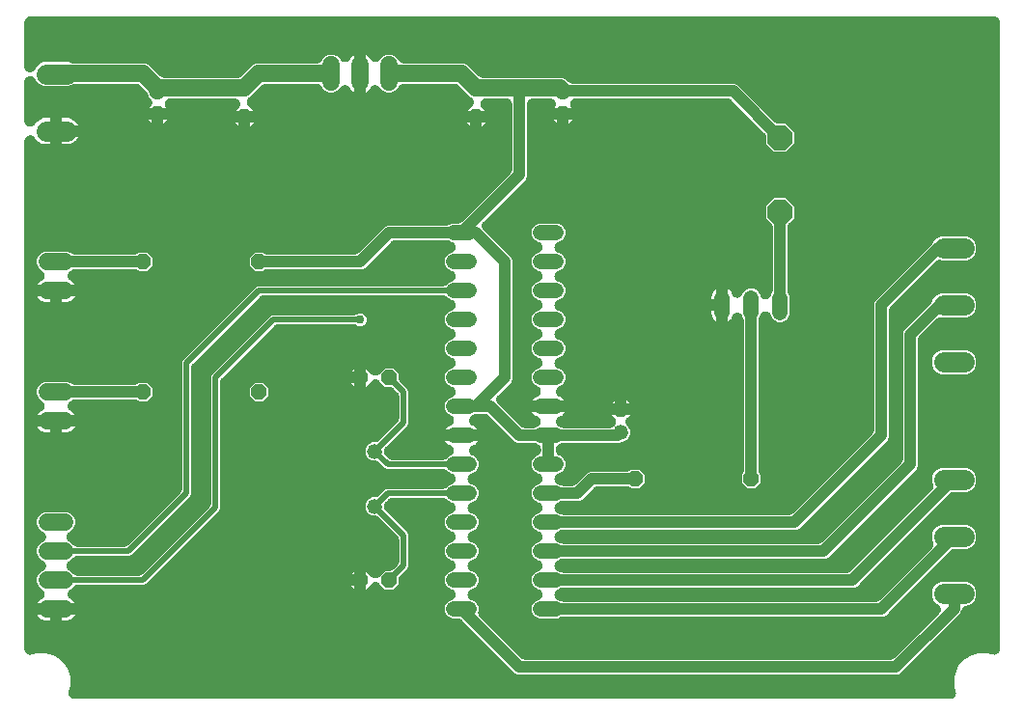
<source format=gbr>
G04 EAGLE Gerber RS-274X export*
G75*
%MOMM*%
%FSLAX34Y34*%
%LPD*%
%INTop Copper*%
%IPPOS*%
%AMOC8*
5,1,8,0,0,1.08239X$1,22.5*%
G01*
%ADD10P,1.429621X8X22.500000*%
%ADD11P,1.429621X8X202.500000*%
%ADD12P,1.429621X8X292.500000*%
%ADD13C,1.320800*%
%ADD14P,1.429621X8X112.500000*%
%ADD15C,1.320800*%
%ADD16C,1.524000*%
%ADD17C,1.790700*%
%ADD18P,2.336880X8X112.500000*%
%ADD19C,1.500000*%
%ADD20C,1.000000*%
%ADD21C,0.500000*%
%ADD22C,0.756400*%

G36*
X822626Y48274D02*
X822626Y48274D01*
X822833Y48278D01*
X822942Y48294D01*
X823051Y48301D01*
X823254Y48340D01*
X823458Y48370D01*
X823564Y48399D01*
X823671Y48420D01*
X823868Y48484D01*
X824067Y48540D01*
X824168Y48582D01*
X824272Y48617D01*
X824459Y48705D01*
X824650Y48786D01*
X824744Y48840D01*
X824843Y48887D01*
X825017Y48999D01*
X825196Y49103D01*
X825283Y49169D01*
X825376Y49228D01*
X825535Y49361D01*
X825699Y49486D01*
X825777Y49563D01*
X825861Y49633D01*
X826001Y49785D01*
X826149Y49930D01*
X826217Y50016D01*
X826291Y50097D01*
X826411Y50265D01*
X826539Y50427D01*
X826595Y50521D01*
X826659Y50610D01*
X826757Y50792D01*
X826864Y50970D01*
X826908Y51070D01*
X826960Y51166D01*
X827034Y51359D01*
X827117Y51549D01*
X827148Y51654D01*
X827188Y51756D01*
X827237Y51957D01*
X827296Y52155D01*
X827313Y52263D01*
X827339Y52370D01*
X827363Y52575D01*
X827396Y52779D01*
X827400Y52889D01*
X827412Y52997D01*
X827410Y53204D01*
X827417Y53411D01*
X827407Y53520D01*
X827405Y53630D01*
X827377Y53834D01*
X827358Y54040D01*
X827332Y54163D01*
X827319Y54256D01*
X827287Y54374D01*
X827249Y54554D01*
X825739Y60188D01*
X825739Y66812D01*
X827454Y73212D01*
X830766Y78949D01*
X835451Y83634D01*
X841188Y86946D01*
X847588Y88661D01*
X854212Y88661D01*
X859646Y87205D01*
X859849Y87164D01*
X860050Y87114D01*
X860158Y87102D01*
X860266Y87080D01*
X860472Y87065D01*
X860677Y87041D01*
X860787Y87043D01*
X860896Y87035D01*
X861103Y87046D01*
X861310Y87048D01*
X861418Y87063D01*
X861527Y87069D01*
X861731Y87106D01*
X861936Y87135D01*
X862042Y87163D01*
X862149Y87183D01*
X862346Y87245D01*
X862546Y87299D01*
X862647Y87341D01*
X862752Y87374D01*
X862939Y87461D01*
X863130Y87540D01*
X863226Y87594D01*
X863325Y87640D01*
X863500Y87750D01*
X863680Y87852D01*
X863768Y87918D01*
X863860Y87976D01*
X864020Y88107D01*
X864186Y88231D01*
X864264Y88308D01*
X864349Y88377D01*
X864491Y88527D01*
X864640Y88671D01*
X864708Y88757D01*
X864783Y88836D01*
X864905Y89003D01*
X865034Y89165D01*
X865092Y89259D01*
X865156Y89347D01*
X865256Y89528D01*
X865364Y89705D01*
X865408Y89805D01*
X865461Y89900D01*
X865538Y90093D01*
X865622Y90281D01*
X865654Y90386D01*
X865694Y90488D01*
X865746Y90688D01*
X865806Y90886D01*
X865824Y90994D01*
X865851Y91100D01*
X865877Y91306D01*
X865912Y91509D01*
X865918Y91635D01*
X865930Y91727D01*
X865930Y91851D01*
X865939Y92034D01*
X865939Y641940D01*
X865928Y642125D01*
X865926Y642310D01*
X865908Y642440D01*
X865899Y642571D01*
X865864Y642752D01*
X865839Y642936D01*
X865805Y643062D01*
X865780Y643192D01*
X865722Y643368D01*
X865674Y643546D01*
X865624Y643667D01*
X865583Y643792D01*
X865504Y643960D01*
X865434Y644130D01*
X865369Y644245D01*
X865313Y644363D01*
X865213Y644519D01*
X865122Y644680D01*
X865043Y644785D01*
X864972Y644896D01*
X864853Y645038D01*
X864742Y645186D01*
X864651Y645280D01*
X864567Y645381D01*
X864431Y645507D01*
X864302Y645640D01*
X864200Y645722D01*
X864103Y645811D01*
X863953Y645919D01*
X863809Y646034D01*
X863696Y646103D01*
X863590Y646179D01*
X863427Y646267D01*
X863269Y646364D01*
X863149Y646417D01*
X863034Y646480D01*
X862861Y646546D01*
X862692Y646622D01*
X862567Y646660D01*
X862444Y646708D01*
X862264Y646752D01*
X862087Y646806D01*
X861958Y646828D01*
X861830Y646859D01*
X861647Y646881D01*
X861464Y646912D01*
X861311Y646920D01*
X861203Y646932D01*
X861094Y646931D01*
X860940Y646939D01*
X15160Y646939D01*
X14975Y646928D01*
X14790Y646926D01*
X14660Y646908D01*
X14529Y646899D01*
X14348Y646864D01*
X14164Y646839D01*
X14038Y646805D01*
X13908Y646780D01*
X13732Y646722D01*
X13554Y646674D01*
X13433Y646624D01*
X13308Y646583D01*
X13140Y646504D01*
X12970Y646434D01*
X12855Y646369D01*
X12737Y646313D01*
X12581Y646213D01*
X12420Y646122D01*
X12315Y646043D01*
X12204Y645972D01*
X12062Y645853D01*
X11914Y645742D01*
X11820Y645651D01*
X11719Y645567D01*
X11593Y645431D01*
X11460Y645302D01*
X11378Y645200D01*
X11289Y645103D01*
X11181Y644953D01*
X11066Y644809D01*
X10997Y644696D01*
X10921Y644590D01*
X10833Y644427D01*
X10736Y644269D01*
X10683Y644149D01*
X10620Y644034D01*
X10554Y643861D01*
X10478Y643692D01*
X10440Y643567D01*
X10392Y643444D01*
X10348Y643264D01*
X10294Y643087D01*
X10272Y642958D01*
X10241Y642830D01*
X10219Y642647D01*
X10188Y642464D01*
X10180Y642311D01*
X10168Y642203D01*
X10169Y642094D01*
X10161Y641940D01*
X10161Y603178D01*
X10179Y602896D01*
X10193Y602612D01*
X10199Y602580D01*
X10201Y602547D01*
X10254Y602270D01*
X10304Y601990D01*
X10314Y601959D01*
X10320Y601927D01*
X10408Y601657D01*
X10493Y601387D01*
X10506Y601357D01*
X10517Y601326D01*
X10638Y601069D01*
X10756Y600812D01*
X10773Y600785D01*
X10787Y600755D01*
X10940Y600516D01*
X11090Y600275D01*
X11110Y600250D01*
X11128Y600222D01*
X11310Y600005D01*
X11489Y599785D01*
X11512Y599762D01*
X11533Y599737D01*
X11741Y599545D01*
X11946Y599349D01*
X11973Y599329D01*
X11997Y599307D01*
X12226Y599142D01*
X12455Y598974D01*
X12484Y598958D01*
X12510Y598939D01*
X12759Y598805D01*
X13007Y598666D01*
X13038Y598654D01*
X13066Y598638D01*
X13330Y598536D01*
X13594Y598431D01*
X13625Y598422D01*
X13656Y598410D01*
X13931Y598342D01*
X14205Y598271D01*
X14238Y598267D01*
X14270Y598259D01*
X14551Y598226D01*
X14832Y598190D01*
X14865Y598190D01*
X14897Y598186D01*
X15180Y598189D01*
X15464Y598188D01*
X15497Y598192D01*
X15530Y598193D01*
X15809Y598231D01*
X16091Y598266D01*
X16123Y598275D01*
X16156Y598279D01*
X16428Y598353D01*
X16704Y598423D01*
X16734Y598435D01*
X16766Y598444D01*
X17027Y598551D01*
X17291Y598656D01*
X17320Y598672D01*
X17350Y598684D01*
X17597Y598824D01*
X17845Y598961D01*
X17871Y598980D01*
X17900Y598997D01*
X18126Y599166D01*
X18356Y599334D01*
X18379Y599356D01*
X18406Y599376D01*
X18609Y599573D01*
X18815Y599767D01*
X18836Y599793D01*
X18860Y599816D01*
X19037Y600037D01*
X19216Y600256D01*
X19234Y600284D01*
X19254Y600309D01*
X19402Y600551D01*
X19553Y600791D01*
X19568Y600824D01*
X19584Y600849D01*
X19635Y600964D01*
X19779Y601265D01*
X20264Y602435D01*
X23211Y605383D01*
X27062Y606978D01*
X49138Y606978D01*
X50762Y606305D01*
X50844Y606277D01*
X50923Y606242D01*
X51143Y606175D01*
X51360Y606101D01*
X51445Y606083D01*
X51528Y606058D01*
X51755Y606020D01*
X51980Y605973D01*
X52066Y605967D01*
X52151Y605952D01*
X52484Y605935D01*
X52610Y605925D01*
X52639Y605927D01*
X52676Y605925D01*
X116095Y605925D01*
X119412Y604551D01*
X129274Y594689D01*
X129363Y594610D01*
X129447Y594524D01*
X129601Y594401D01*
X129748Y594271D01*
X129847Y594204D01*
X129940Y594130D01*
X130108Y594027D01*
X130271Y593917D01*
X130378Y593863D01*
X130480Y593800D01*
X130660Y593720D01*
X130835Y593631D01*
X130948Y593591D01*
X131057Y593542D01*
X131245Y593485D01*
X131431Y593418D01*
X131547Y593393D01*
X131661Y593358D01*
X131856Y593325D01*
X132048Y593283D01*
X132167Y593272D01*
X132285Y593252D01*
X132538Y593239D01*
X132678Y593226D01*
X132735Y593229D01*
X132809Y593225D01*
X197391Y593225D01*
X197510Y593232D01*
X197630Y593230D01*
X197826Y593252D01*
X198022Y593265D01*
X198139Y593287D01*
X198258Y593300D01*
X198449Y593347D01*
X198643Y593384D01*
X198756Y593421D01*
X198872Y593449D01*
X199056Y593519D01*
X199243Y593581D01*
X199351Y593632D01*
X199463Y593674D01*
X199637Y593767D01*
X199815Y593851D01*
X199915Y593916D01*
X200020Y593972D01*
X200181Y594086D01*
X200347Y594192D01*
X200439Y594269D01*
X200536Y594338D01*
X200725Y594508D01*
X200832Y594597D01*
X200871Y594640D01*
X200926Y594689D01*
X207546Y601309D01*
X210788Y604551D01*
X214105Y605925D01*
X266743Y605925D01*
X266895Y605934D01*
X267047Y605934D01*
X267210Y605954D01*
X267374Y605965D01*
X267524Y605993D01*
X267675Y606012D01*
X267833Y606053D01*
X267995Y606084D01*
X268140Y606131D01*
X268287Y606169D01*
X268440Y606229D01*
X268596Y606281D01*
X268733Y606346D01*
X268875Y606402D01*
X269018Y606481D01*
X269167Y606551D01*
X269295Y606634D01*
X269428Y606707D01*
X269561Y606804D01*
X269699Y606892D01*
X269816Y606990D01*
X269939Y607079D01*
X270058Y607192D01*
X270184Y607297D01*
X270288Y607409D01*
X270398Y607513D01*
X270503Y607640D01*
X270614Y607761D01*
X270703Y607884D01*
X270800Y608002D01*
X270887Y608141D01*
X270983Y608274D01*
X271055Y608408D01*
X271136Y608537D01*
X271222Y608717D01*
X271283Y608830D01*
X271314Y608909D01*
X271362Y609011D01*
X271648Y609700D01*
X274220Y612273D01*
X277581Y613665D01*
X281219Y613665D01*
X284580Y612273D01*
X287213Y609640D01*
X287264Y609535D01*
X287294Y609489D01*
X287319Y609441D01*
X287468Y609225D01*
X287612Y609007D01*
X287647Y608966D01*
X287678Y608921D01*
X287853Y608726D01*
X288023Y608527D01*
X288064Y608491D01*
X288100Y608450D01*
X288298Y608279D01*
X288492Y608103D01*
X288537Y608072D01*
X288578Y608036D01*
X288796Y607892D01*
X289011Y607742D01*
X289059Y607716D01*
X289104Y607686D01*
X289339Y607570D01*
X289571Y607449D01*
X289622Y607430D01*
X289671Y607405D01*
X289919Y607319D01*
X290163Y607228D01*
X290216Y607216D01*
X290268Y607198D01*
X290524Y607144D01*
X290779Y607085D01*
X290833Y607079D01*
X290886Y607068D01*
X291146Y607047D01*
X291407Y607020D01*
X291462Y607021D01*
X291516Y607017D01*
X291778Y607029D01*
X292039Y607035D01*
X292093Y607043D01*
X292148Y607046D01*
X292405Y607090D01*
X292664Y607130D01*
X292717Y607145D01*
X292771Y607154D01*
X293021Y607231D01*
X293272Y607302D01*
X293322Y607324D01*
X293375Y607340D01*
X293613Y607448D01*
X293854Y607551D01*
X293901Y607578D01*
X293951Y607601D01*
X294173Y607738D01*
X294399Y607870D01*
X294442Y607903D01*
X294489Y607932D01*
X294692Y608096D01*
X294900Y608256D01*
X294939Y608294D01*
X294981Y608329D01*
X295162Y608517D01*
X295348Y608702D01*
X295381Y608745D01*
X295419Y608784D01*
X295575Y608994D01*
X295736Y609201D01*
X295764Y609248D01*
X295797Y609291D01*
X296055Y609738D01*
X296058Y609744D01*
X296059Y609745D01*
X296059Y609746D01*
X296110Y609846D01*
X297050Y611139D01*
X298181Y612270D01*
X299475Y613210D01*
X299801Y613376D01*
X299801Y596900D01*
X299801Y580424D01*
X299475Y580590D01*
X298181Y581530D01*
X297050Y582661D01*
X296110Y583954D01*
X296059Y584054D01*
X296031Y584101D01*
X296009Y584151D01*
X295871Y584373D01*
X295737Y584598D01*
X295704Y584641D01*
X295675Y584687D01*
X295509Y584891D01*
X295349Y585097D01*
X295310Y585135D01*
X295276Y585178D01*
X295086Y585359D01*
X294901Y585543D01*
X294858Y585576D01*
X294818Y585614D01*
X294608Y585769D01*
X294401Y585929D01*
X294353Y585957D01*
X294310Y585989D01*
X294081Y586116D01*
X293855Y586249D01*
X293805Y586270D01*
X293757Y586297D01*
X293514Y586394D01*
X293274Y586497D01*
X293222Y586512D01*
X293171Y586532D01*
X292918Y586598D01*
X292666Y586670D01*
X292612Y586678D01*
X292559Y586692D01*
X292300Y586726D01*
X292041Y586765D01*
X291987Y586766D01*
X291932Y586773D01*
X291671Y586774D01*
X291409Y586780D01*
X291355Y586774D01*
X291300Y586775D01*
X291041Y586742D01*
X290780Y586715D01*
X290727Y586703D01*
X290673Y586696D01*
X290420Y586632D01*
X290165Y586572D01*
X290114Y586553D01*
X290061Y586540D01*
X289817Y586443D01*
X289572Y586352D01*
X289524Y586327D01*
X289473Y586307D01*
X289244Y586181D01*
X289012Y586059D01*
X288967Y586028D01*
X288920Y586002D01*
X288709Y585848D01*
X288493Y585698D01*
X288453Y585661D01*
X288409Y585629D01*
X288219Y585450D01*
X288025Y585274D01*
X287989Y585232D01*
X287949Y585195D01*
X287784Y584993D01*
X287613Y584794D01*
X287583Y584749D01*
X287548Y584707D01*
X287409Y584486D01*
X287265Y584267D01*
X287241Y584218D01*
X287212Y584171D01*
X287201Y584148D01*
X284580Y581527D01*
X281219Y580135D01*
X277581Y580135D01*
X274220Y581527D01*
X271648Y584100D01*
X271362Y584789D01*
X271295Y584926D01*
X271237Y585066D01*
X271156Y585209D01*
X271084Y585357D01*
X271000Y585484D01*
X270925Y585616D01*
X270826Y585747D01*
X270736Y585884D01*
X270637Y586000D01*
X270546Y586122D01*
X270431Y586240D01*
X270324Y586364D01*
X270212Y586466D01*
X270106Y586576D01*
X269977Y586678D01*
X269856Y586788D01*
X269731Y586875D01*
X269612Y586970D01*
X269472Y587056D01*
X269337Y587150D01*
X269202Y587220D01*
X269072Y587300D01*
X268923Y587367D01*
X268777Y587443D01*
X268634Y587496D01*
X268496Y587558D01*
X268339Y587606D01*
X268185Y587663D01*
X268036Y587698D01*
X267891Y587742D01*
X267729Y587769D01*
X267569Y587807D01*
X267418Y587822D01*
X267268Y587848D01*
X267069Y587858D01*
X266940Y587871D01*
X266855Y587869D01*
X266743Y587875D01*
X221709Y587875D01*
X221590Y587868D01*
X221470Y587870D01*
X221274Y587848D01*
X221078Y587835D01*
X220961Y587813D01*
X220842Y587800D01*
X220651Y587753D01*
X220457Y587716D01*
X220344Y587679D01*
X220228Y587651D01*
X220044Y587581D01*
X219857Y587519D01*
X219749Y587468D01*
X219637Y587426D01*
X219464Y587333D01*
X219285Y587249D01*
X219185Y587184D01*
X219080Y587128D01*
X218919Y587014D01*
X218753Y586908D01*
X218661Y586831D01*
X218564Y586762D01*
X218375Y586592D01*
X218268Y586503D01*
X218229Y586460D01*
X218174Y586411D01*
X208312Y576549D01*
X208204Y576504D01*
X208008Y576408D01*
X207809Y576320D01*
X207725Y576269D01*
X207636Y576226D01*
X207454Y576106D01*
X207268Y575994D01*
X207191Y575933D01*
X207108Y575878D01*
X206943Y575736D01*
X206772Y575601D01*
X206703Y575531D01*
X206629Y575467D01*
X206483Y575306D01*
X206330Y575150D01*
X206271Y575071D01*
X206205Y574998D01*
X206080Y574819D01*
X205949Y574646D01*
X205900Y574560D01*
X205843Y574479D01*
X205742Y574287D01*
X205634Y574098D01*
X205596Y574007D01*
X205550Y573919D01*
X205474Y573715D01*
X205390Y573514D01*
X205364Y573419D01*
X205330Y573327D01*
X205280Y573115D01*
X205223Y572905D01*
X205209Y572807D01*
X205186Y572711D01*
X205164Y572495D01*
X205133Y572279D01*
X205132Y572181D01*
X205122Y572083D01*
X205127Y571865D01*
X205123Y571647D01*
X205134Y571549D01*
X205137Y571451D01*
X205169Y571236D01*
X205193Y571019D01*
X205217Y570923D01*
X205231Y570826D01*
X205291Y570616D01*
X205342Y570405D01*
X205377Y570313D01*
X205404Y570218D01*
X205490Y570017D01*
X205567Y569814D01*
X205614Y569727D01*
X205652Y569636D01*
X205762Y569448D01*
X205865Y569256D01*
X205922Y569176D01*
X205972Y569091D01*
X206105Y568918D01*
X206231Y568741D01*
X206306Y568657D01*
X206358Y568590D01*
X206449Y568499D01*
X206582Y568351D01*
X211133Y563799D01*
X203200Y563799D01*
X195267Y563799D01*
X198108Y566641D01*
X198274Y566829D01*
X198445Y567013D01*
X198483Y567066D01*
X198526Y567115D01*
X198667Y567323D01*
X198813Y567526D01*
X198844Y567584D01*
X198881Y567639D01*
X198994Y567862D01*
X199113Y568082D01*
X199137Y568144D01*
X199167Y568202D01*
X199251Y568438D01*
X199341Y568672D01*
X199357Y568736D01*
X199379Y568798D01*
X199433Y569042D01*
X199493Y569286D01*
X199500Y569351D01*
X199514Y569415D01*
X199537Y569665D01*
X199566Y569913D01*
X199565Y569979D01*
X199571Y570045D01*
X199562Y570296D01*
X199559Y570546D01*
X199550Y570610D01*
X199548Y570676D01*
X199507Y570924D01*
X199473Y571172D01*
X199455Y571235D01*
X199445Y571300D01*
X199373Y571540D01*
X199308Y571782D01*
X199283Y571843D01*
X199264Y571906D01*
X199163Y572135D01*
X199067Y572366D01*
X199035Y572424D01*
X199008Y572484D01*
X198879Y572698D01*
X198755Y572916D01*
X198715Y572969D01*
X198682Y573025D01*
X198526Y573221D01*
X198376Y573422D01*
X198330Y573469D01*
X198289Y573521D01*
X198110Y573696D01*
X197936Y573876D01*
X197884Y573917D01*
X197837Y573963D01*
X197638Y574113D01*
X197442Y574270D01*
X197386Y574305D01*
X197334Y574344D01*
X197117Y574469D01*
X196903Y574600D01*
X196842Y574627D01*
X196786Y574659D01*
X196554Y574756D01*
X196326Y574858D01*
X196263Y574877D01*
X196202Y574903D01*
X195960Y574969D01*
X195721Y575042D01*
X195656Y575053D01*
X195593Y575070D01*
X195345Y575106D01*
X195098Y575148D01*
X195024Y575152D01*
X194967Y575160D01*
X194828Y575162D01*
X194573Y575175D01*
X138167Y575175D01*
X137917Y575159D01*
X137666Y575150D01*
X137601Y575139D01*
X137536Y575135D01*
X137290Y575088D01*
X137043Y575047D01*
X136980Y575028D01*
X136915Y575016D01*
X136676Y574938D01*
X136437Y574866D01*
X136377Y574840D01*
X136314Y574819D01*
X136088Y574712D01*
X135859Y574611D01*
X135803Y574577D01*
X135743Y574549D01*
X135532Y574413D01*
X135318Y574284D01*
X135266Y574243D01*
X135211Y574208D01*
X135018Y574047D01*
X134822Y573892D01*
X134776Y573845D01*
X134726Y573803D01*
X134555Y573619D01*
X134380Y573440D01*
X134340Y573388D01*
X134295Y573339D01*
X134150Y573136D01*
X133998Y572936D01*
X133966Y572879D01*
X133927Y572826D01*
X133808Y572605D01*
X133683Y572388D01*
X133658Y572327D01*
X133627Y572270D01*
X133536Y572036D01*
X133440Y571805D01*
X133423Y571741D01*
X133399Y571680D01*
X133339Y571436D01*
X133272Y571195D01*
X133263Y571130D01*
X133247Y571066D01*
X133218Y570818D01*
X133183Y570570D01*
X133182Y570504D01*
X133174Y570439D01*
X133177Y570189D01*
X133173Y569938D01*
X133180Y569872D01*
X133181Y569806D01*
X133215Y569559D01*
X133243Y569309D01*
X133258Y569245D01*
X133267Y569180D01*
X133333Y568939D01*
X133392Y568695D01*
X133415Y568633D01*
X133432Y568570D01*
X133527Y568339D01*
X133617Y568104D01*
X133648Y568046D01*
X133673Y567986D01*
X133797Y567768D01*
X133915Y567547D01*
X133953Y567493D01*
X133985Y567436D01*
X134135Y567236D01*
X134280Y567031D01*
X134330Y566976D01*
X134364Y566930D01*
X134461Y566830D01*
X134632Y566641D01*
X134933Y566339D01*
X127000Y566339D01*
X119067Y566339D01*
X120777Y568050D01*
X120900Y568189D01*
X121029Y568321D01*
X121108Y568425D01*
X121195Y568524D01*
X121299Y568677D01*
X121411Y568825D01*
X121476Y568939D01*
X121550Y569047D01*
X121633Y569212D01*
X121725Y569373D01*
X121776Y569494D01*
X121835Y569611D01*
X121898Y569786D01*
X121969Y569956D01*
X122004Y570083D01*
X122048Y570207D01*
X122087Y570387D01*
X122137Y570566D01*
X122155Y570696D01*
X122183Y570824D01*
X122200Y571008D01*
X122226Y571191D01*
X122228Y571323D01*
X122240Y571454D01*
X122233Y571638D01*
X122236Y571823D01*
X122221Y571954D01*
X122216Y572085D01*
X122186Y572268D01*
X122166Y572451D01*
X122135Y572579D01*
X122114Y572709D01*
X122061Y572886D01*
X122017Y573066D01*
X121970Y573188D01*
X121933Y573315D01*
X121858Y573484D01*
X121792Y573657D01*
X121730Y573772D01*
X121677Y573893D01*
X121581Y574051D01*
X121494Y574214D01*
X121418Y574321D01*
X121350Y574434D01*
X121235Y574579D01*
X121129Y574730D01*
X121026Y574844D01*
X120958Y574929D01*
X120880Y575006D01*
X120777Y575120D01*
X119349Y576548D01*
X117934Y579965D01*
X117896Y580043D01*
X117865Y580124D01*
X117757Y580326D01*
X117655Y580533D01*
X117608Y580605D01*
X117567Y580681D01*
X117434Y580869D01*
X117308Y581061D01*
X117251Y581126D01*
X117201Y581197D01*
X116979Y581444D01*
X116896Y581540D01*
X116874Y581560D01*
X116850Y581587D01*
X112026Y586411D01*
X111937Y586490D01*
X111853Y586576D01*
X111699Y586699D01*
X111552Y586829D01*
X111453Y586896D01*
X111360Y586970D01*
X111192Y587073D01*
X111029Y587183D01*
X110922Y587237D01*
X110820Y587300D01*
X110640Y587380D01*
X110465Y587469D01*
X110352Y587509D01*
X110243Y587558D01*
X110055Y587615D01*
X109869Y587682D01*
X109753Y587707D01*
X109639Y587742D01*
X109444Y587775D01*
X109252Y587817D01*
X109133Y587828D01*
X109015Y587848D01*
X108762Y587861D01*
X108622Y587874D01*
X108565Y587871D01*
X108491Y587875D01*
X54607Y587875D01*
X54520Y587870D01*
X54434Y587872D01*
X54205Y587850D01*
X53976Y587835D01*
X53891Y587819D01*
X53805Y587811D01*
X53581Y587759D01*
X53355Y587716D01*
X53273Y587689D01*
X53189Y587670D01*
X52876Y587559D01*
X52755Y587519D01*
X52728Y587507D01*
X52694Y587495D01*
X49138Y586022D01*
X27062Y586022D01*
X23211Y587617D01*
X20264Y590565D01*
X19779Y591735D01*
X19654Y591989D01*
X19533Y592245D01*
X19515Y592273D01*
X19500Y592302D01*
X19345Y592538D01*
X19192Y592778D01*
X19171Y592803D01*
X19153Y592830D01*
X18969Y593045D01*
X18787Y593263D01*
X18762Y593285D01*
X18741Y593310D01*
X18531Y593500D01*
X18323Y593693D01*
X18297Y593712D01*
X18272Y593734D01*
X18039Y593897D01*
X17810Y594061D01*
X17781Y594077D01*
X17754Y594096D01*
X17502Y594227D01*
X17254Y594362D01*
X17223Y594373D01*
X17194Y594389D01*
X16928Y594487D01*
X16664Y594590D01*
X16632Y594597D01*
X16601Y594609D01*
X16325Y594673D01*
X16050Y594741D01*
X16018Y594745D01*
X15986Y594752D01*
X15703Y594782D01*
X15423Y594814D01*
X15390Y594814D01*
X15357Y594817D01*
X15073Y594810D01*
X14790Y594807D01*
X14758Y594803D01*
X14725Y594802D01*
X14446Y594760D01*
X14164Y594721D01*
X14132Y594712D01*
X14100Y594707D01*
X13828Y594630D01*
X13554Y594556D01*
X13524Y594544D01*
X13492Y594535D01*
X13231Y594423D01*
X12970Y594316D01*
X12941Y594299D01*
X12911Y594287D01*
X12667Y594144D01*
X12420Y594003D01*
X12394Y593984D01*
X12365Y593967D01*
X12141Y593794D01*
X11914Y593624D01*
X11891Y593601D01*
X11865Y593581D01*
X11663Y593381D01*
X11460Y593184D01*
X11440Y593159D01*
X11417Y593135D01*
X11243Y592912D01*
X11066Y592691D01*
X11049Y592662D01*
X11028Y592637D01*
X10884Y592393D01*
X10736Y592151D01*
X10723Y592121D01*
X10706Y592093D01*
X10594Y591832D01*
X10478Y591574D01*
X10468Y591543D01*
X10455Y591513D01*
X10377Y591241D01*
X10294Y590969D01*
X10289Y590937D01*
X10280Y590905D01*
X10236Y590627D01*
X10188Y590346D01*
X10186Y590310D01*
X10182Y590281D01*
X10178Y590155D01*
X10161Y589822D01*
X10161Y555262D01*
X10178Y554990D01*
X10190Y554717D01*
X10198Y554674D01*
X10201Y554631D01*
X10252Y554363D01*
X10299Y554095D01*
X10312Y554053D01*
X10320Y554010D01*
X10405Y553751D01*
X10485Y553491D01*
X10503Y553451D01*
X10517Y553409D01*
X10634Y553162D01*
X10746Y552915D01*
X10769Y552878D01*
X10787Y552838D01*
X10935Y552608D01*
X11077Y552377D01*
X11104Y552343D01*
X11128Y552306D01*
X11303Y552096D01*
X11474Y551884D01*
X11505Y551854D01*
X11533Y551821D01*
X11733Y551635D01*
X11929Y551446D01*
X11965Y551420D01*
X11997Y551391D01*
X12218Y551232D01*
X12437Y551069D01*
X12475Y551048D01*
X12510Y551022D01*
X12749Y550893D01*
X12987Y550759D01*
X13028Y550743D01*
X13066Y550722D01*
X13321Y550623D01*
X13573Y550521D01*
X13615Y550510D01*
X13656Y550494D01*
X13921Y550429D01*
X14184Y550359D01*
X14227Y550353D01*
X14270Y550342D01*
X14540Y550311D01*
X14810Y550275D01*
X14854Y550274D01*
X14897Y550269D01*
X15170Y550272D01*
X15442Y550270D01*
X15486Y550276D01*
X15530Y550276D01*
X15800Y550313D01*
X16070Y550346D01*
X16112Y550356D01*
X16156Y550362D01*
X16419Y550434D01*
X16683Y550500D01*
X16724Y550516D01*
X16766Y550527D01*
X17017Y550631D01*
X17272Y550730D01*
X17310Y550751D01*
X17350Y550768D01*
X17587Y550902D01*
X17827Y551033D01*
X17862Y551058D01*
X17900Y551080D01*
X18118Y551243D01*
X18339Y551403D01*
X18371Y551433D01*
X18406Y551459D01*
X18601Y551649D01*
X18800Y551835D01*
X18828Y551869D01*
X18860Y551899D01*
X19030Y552112D01*
X19204Y552322D01*
X19230Y552362D01*
X19254Y552393D01*
X19325Y552509D01*
X19490Y552762D01*
X19569Y552900D01*
X20486Y554095D01*
X21552Y555160D01*
X22747Y556078D01*
X24052Y556831D01*
X25444Y557408D01*
X26899Y557798D01*
X28393Y557994D01*
X33101Y557994D01*
X33101Y546500D01*
X33101Y535006D01*
X28393Y535006D01*
X26899Y535202D01*
X25444Y535592D01*
X24052Y536169D01*
X22747Y536922D01*
X21552Y537840D01*
X20486Y538905D01*
X19569Y540100D01*
X19490Y540238D01*
X19339Y540464D01*
X19192Y540694D01*
X19164Y540728D01*
X19140Y540764D01*
X18961Y540970D01*
X18787Y541179D01*
X18755Y541209D01*
X18726Y541242D01*
X18523Y541424D01*
X18323Y541609D01*
X18288Y541635D01*
X18255Y541664D01*
X18031Y541819D01*
X17810Y541978D01*
X17771Y541998D01*
X17735Y542023D01*
X17493Y542149D01*
X17254Y542278D01*
X17213Y542294D01*
X17174Y542314D01*
X16917Y542408D01*
X16664Y542506D01*
X16622Y542517D01*
X16581Y542532D01*
X16314Y542593D01*
X16050Y542658D01*
X16007Y542663D01*
X15964Y542673D01*
X15692Y542699D01*
X15423Y542731D01*
X15379Y542730D01*
X15335Y542735D01*
X15062Y542727D01*
X14790Y542724D01*
X14747Y542718D01*
X14703Y542717D01*
X14434Y542675D01*
X14164Y542638D01*
X14122Y542626D01*
X14079Y542619D01*
X13817Y542544D01*
X13554Y542473D01*
X13514Y542456D01*
X13472Y542444D01*
X13222Y542336D01*
X12970Y542232D01*
X12931Y542211D01*
X12891Y542193D01*
X12657Y542055D01*
X12420Y541920D01*
X12385Y541894D01*
X12347Y541871D01*
X12132Y541704D01*
X11914Y541541D01*
X11883Y541510D01*
X11848Y541484D01*
X11656Y541290D01*
X11460Y541101D01*
X11433Y541067D01*
X11402Y541036D01*
X11236Y540820D01*
X11066Y540607D01*
X11043Y540570D01*
X11016Y540535D01*
X10879Y540301D01*
X10736Y540068D01*
X10718Y540027D01*
X10696Y539990D01*
X10590Y539740D01*
X10478Y539491D01*
X10465Y539449D01*
X10448Y539409D01*
X10373Y539147D01*
X10294Y538886D01*
X10287Y538843D01*
X10275Y538801D01*
X10234Y538532D01*
X10188Y538263D01*
X10186Y538214D01*
X10180Y538176D01*
X10177Y538041D01*
X10161Y537738D01*
X10161Y91980D01*
X10174Y91774D01*
X10178Y91567D01*
X10194Y91458D01*
X10201Y91349D01*
X10240Y91146D01*
X10270Y90942D01*
X10299Y90836D01*
X10320Y90729D01*
X10384Y90532D01*
X10440Y90333D01*
X10482Y90232D01*
X10517Y90128D01*
X10605Y89941D01*
X10686Y89750D01*
X10740Y89656D01*
X10787Y89557D01*
X10899Y89383D01*
X11003Y89204D01*
X11069Y89117D01*
X11128Y89024D01*
X11261Y88865D01*
X11386Y88701D01*
X11463Y88623D01*
X11533Y88539D01*
X11685Y88399D01*
X11830Y88251D01*
X11916Y88183D01*
X11997Y88109D01*
X12165Y87989D01*
X12327Y87861D01*
X12421Y87805D01*
X12510Y87741D01*
X12692Y87643D01*
X12870Y87536D01*
X12970Y87492D01*
X13066Y87440D01*
X13259Y87366D01*
X13449Y87283D01*
X13554Y87252D01*
X13656Y87212D01*
X13857Y87163D01*
X14055Y87104D01*
X14163Y87087D01*
X14270Y87061D01*
X14475Y87037D01*
X14679Y87004D01*
X14789Y87000D01*
X14897Y86988D01*
X15104Y86990D01*
X15311Y86983D01*
X15420Y86993D01*
X15530Y86995D01*
X15734Y87023D01*
X15940Y87042D01*
X16063Y87068D01*
X16156Y87081D01*
X16274Y87113D01*
X16454Y87151D01*
X22088Y88661D01*
X28712Y88661D01*
X35112Y86946D01*
X40849Y83634D01*
X45534Y78949D01*
X48846Y73212D01*
X50561Y66812D01*
X50561Y60188D01*
X49051Y54554D01*
X49010Y54351D01*
X48961Y54150D01*
X48948Y54042D01*
X48927Y53934D01*
X48912Y53728D01*
X48888Y53523D01*
X48889Y53413D01*
X48881Y53304D01*
X48892Y53097D01*
X48895Y52890D01*
X48910Y52782D01*
X48915Y52673D01*
X48953Y52469D01*
X48981Y52264D01*
X49010Y52159D01*
X49029Y52051D01*
X49092Y51854D01*
X49146Y51654D01*
X49187Y51553D01*
X49221Y51448D01*
X49308Y51261D01*
X49386Y51070D01*
X49440Y50974D01*
X49486Y50875D01*
X49596Y50700D01*
X49699Y50520D01*
X49764Y50432D01*
X49823Y50340D01*
X49954Y50180D01*
X50078Y50014D01*
X50154Y49936D01*
X50223Y49851D01*
X50374Y49709D01*
X50518Y49560D01*
X50603Y49492D01*
X50683Y49417D01*
X50850Y49295D01*
X51011Y49166D01*
X51105Y49109D01*
X51193Y49044D01*
X51374Y48944D01*
X51551Y48836D01*
X51651Y48792D01*
X51747Y48739D01*
X51939Y48663D01*
X52128Y48578D01*
X52233Y48546D01*
X52334Y48506D01*
X52535Y48454D01*
X52733Y48394D01*
X52841Y48376D01*
X52947Y48349D01*
X53152Y48323D01*
X53356Y48288D01*
X53481Y48282D01*
X53574Y48270D01*
X53697Y48270D01*
X53880Y48261D01*
X822420Y48261D01*
X822626Y48274D01*
G37*
%LPC*%
G36*
X461679Y118871D02*
X461679Y118871D01*
X458691Y120109D01*
X456405Y122395D01*
X455167Y125383D01*
X455167Y128617D01*
X456405Y131605D01*
X458691Y133891D01*
X461565Y135081D01*
X461790Y135192D01*
X462017Y135296D01*
X462073Y135331D01*
X462132Y135360D01*
X462342Y135498D01*
X462554Y135630D01*
X462605Y135671D01*
X462660Y135707D01*
X462850Y135871D01*
X463044Y136028D01*
X463090Y136076D01*
X463140Y136119D01*
X463308Y136305D01*
X463481Y136486D01*
X463520Y136539D01*
X463564Y136588D01*
X463707Y136793D01*
X463856Y136995D01*
X463888Y137052D01*
X463925Y137106D01*
X464041Y137328D01*
X464163Y137547D01*
X464188Y137608D01*
X464218Y137666D01*
X464305Y137901D01*
X464399Y138133D01*
X464416Y138197D01*
X464438Y138259D01*
X464495Y138503D01*
X464559Y138745D01*
X464567Y138810D01*
X464582Y138874D01*
X464608Y139124D01*
X464640Y139372D01*
X464640Y139438D01*
X464647Y139503D01*
X464641Y139753D01*
X464641Y140004D01*
X464633Y140069D01*
X464632Y140135D01*
X464594Y140382D01*
X464563Y140631D01*
X464547Y140695D01*
X464537Y140760D01*
X464469Y141001D01*
X464406Y141244D01*
X464382Y141305D01*
X464364Y141368D01*
X464266Y141599D01*
X464174Y141831D01*
X464142Y141889D01*
X464116Y141949D01*
X463989Y142165D01*
X463869Y142385D01*
X463830Y142438D01*
X463797Y142495D01*
X463644Y142693D01*
X463496Y142896D01*
X463451Y142943D01*
X463411Y142995D01*
X463234Y143173D01*
X463062Y143355D01*
X463011Y143397D01*
X462965Y143443D01*
X462767Y143597D01*
X462574Y143756D01*
X462518Y143791D01*
X462466Y143832D01*
X462251Y143959D01*
X462038Y144093D01*
X461972Y144124D01*
X461922Y144154D01*
X461794Y144209D01*
X461565Y144319D01*
X458691Y145509D01*
X456405Y147795D01*
X455167Y150783D01*
X455167Y154017D01*
X456405Y157005D01*
X458691Y159291D01*
X461565Y160481D01*
X461790Y160592D01*
X462017Y160696D01*
X462073Y160731D01*
X462132Y160760D01*
X462342Y160898D01*
X462554Y161030D01*
X462605Y161071D01*
X462660Y161107D01*
X462850Y161271D01*
X463044Y161428D01*
X463090Y161476D01*
X463140Y161519D01*
X463308Y161705D01*
X463481Y161886D01*
X463520Y161939D01*
X463564Y161988D01*
X463707Y162193D01*
X463856Y162395D01*
X463888Y162452D01*
X463925Y162506D01*
X464041Y162728D01*
X464163Y162947D01*
X464188Y163008D01*
X464218Y163066D01*
X464305Y163301D01*
X464399Y163533D01*
X464416Y163597D01*
X464438Y163659D01*
X464495Y163903D01*
X464559Y164145D01*
X464567Y164210D01*
X464582Y164274D01*
X464608Y164524D01*
X464640Y164772D01*
X464640Y164838D01*
X464647Y164903D01*
X464641Y165153D01*
X464641Y165404D01*
X464633Y165469D01*
X464632Y165535D01*
X464594Y165782D01*
X464563Y166031D01*
X464547Y166095D01*
X464537Y166160D01*
X464469Y166401D01*
X464406Y166644D01*
X464382Y166705D01*
X464364Y166768D01*
X464266Y166999D01*
X464174Y167231D01*
X464142Y167289D01*
X464116Y167349D01*
X463989Y167565D01*
X463869Y167785D01*
X463830Y167838D01*
X463797Y167895D01*
X463644Y168093D01*
X463496Y168296D01*
X463451Y168343D01*
X463411Y168395D01*
X463234Y168573D01*
X463062Y168755D01*
X463011Y168797D01*
X462965Y168843D01*
X462767Y168997D01*
X462574Y169156D01*
X462518Y169191D01*
X462466Y169232D01*
X462251Y169359D01*
X462038Y169493D01*
X461972Y169524D01*
X461922Y169554D01*
X461794Y169609D01*
X461565Y169719D01*
X458691Y170909D01*
X456405Y173195D01*
X455167Y176183D01*
X455167Y179417D01*
X456405Y182405D01*
X458691Y184691D01*
X461565Y185881D01*
X461790Y185992D01*
X462017Y186096D01*
X462073Y186131D01*
X462132Y186160D01*
X462342Y186298D01*
X462554Y186430D01*
X462605Y186471D01*
X462660Y186507D01*
X462850Y186671D01*
X463044Y186828D01*
X463090Y186876D01*
X463140Y186919D01*
X463308Y187105D01*
X463481Y187286D01*
X463520Y187339D01*
X463564Y187388D01*
X463707Y187593D01*
X463856Y187795D01*
X463888Y187852D01*
X463925Y187906D01*
X464041Y188128D01*
X464163Y188347D01*
X464188Y188408D01*
X464218Y188466D01*
X464305Y188701D01*
X464399Y188933D01*
X464416Y188997D01*
X464438Y189059D01*
X464495Y189303D01*
X464559Y189545D01*
X464567Y189610D01*
X464582Y189674D01*
X464608Y189924D01*
X464640Y190172D01*
X464640Y190238D01*
X464647Y190303D01*
X464641Y190553D01*
X464641Y190804D01*
X464633Y190869D01*
X464632Y190935D01*
X464594Y191182D01*
X464563Y191431D01*
X464547Y191495D01*
X464537Y191560D01*
X464469Y191801D01*
X464406Y192044D01*
X464382Y192105D01*
X464364Y192168D01*
X464266Y192399D01*
X464174Y192631D01*
X464142Y192689D01*
X464116Y192749D01*
X463989Y192965D01*
X463869Y193185D01*
X463830Y193238D01*
X463797Y193295D01*
X463644Y193493D01*
X463496Y193696D01*
X463451Y193743D01*
X463411Y193795D01*
X463234Y193973D01*
X463062Y194155D01*
X463011Y194197D01*
X462965Y194243D01*
X462767Y194397D01*
X462574Y194556D01*
X462518Y194591D01*
X462466Y194632D01*
X462251Y194759D01*
X462038Y194893D01*
X461972Y194924D01*
X461922Y194954D01*
X461794Y195009D01*
X461565Y195119D01*
X458691Y196309D01*
X456405Y198595D01*
X455167Y201583D01*
X455167Y204817D01*
X456405Y207805D01*
X458691Y210091D01*
X461565Y211281D01*
X461790Y211392D01*
X462017Y211496D01*
X462073Y211531D01*
X462132Y211560D01*
X462342Y211698D01*
X462554Y211830D01*
X462605Y211871D01*
X462660Y211907D01*
X462850Y212071D01*
X463044Y212228D01*
X463090Y212276D01*
X463140Y212319D01*
X463308Y212505D01*
X463481Y212686D01*
X463520Y212739D01*
X463564Y212788D01*
X463707Y212993D01*
X463856Y213195D01*
X463888Y213252D01*
X463925Y213306D01*
X464041Y213528D01*
X464163Y213747D01*
X464188Y213808D01*
X464218Y213866D01*
X464305Y214101D01*
X464399Y214333D01*
X464416Y214397D01*
X464438Y214459D01*
X464495Y214703D01*
X464559Y214945D01*
X464567Y215010D01*
X464582Y215074D01*
X464608Y215324D01*
X464640Y215572D01*
X464640Y215638D01*
X464647Y215703D01*
X464641Y215953D01*
X464641Y216204D01*
X464633Y216269D01*
X464632Y216335D01*
X464594Y216582D01*
X464563Y216831D01*
X464547Y216895D01*
X464537Y216960D01*
X464469Y217201D01*
X464406Y217444D01*
X464382Y217505D01*
X464364Y217568D01*
X464266Y217799D01*
X464174Y218031D01*
X464142Y218089D01*
X464116Y218149D01*
X463989Y218365D01*
X463869Y218585D01*
X463830Y218638D01*
X463797Y218695D01*
X463644Y218893D01*
X463496Y219096D01*
X463451Y219143D01*
X463411Y219195D01*
X463234Y219373D01*
X463062Y219555D01*
X463011Y219597D01*
X462965Y219643D01*
X462767Y219797D01*
X462574Y219956D01*
X462518Y219991D01*
X462466Y220032D01*
X462251Y220159D01*
X462038Y220293D01*
X461972Y220324D01*
X461922Y220354D01*
X461794Y220409D01*
X461565Y220519D01*
X458691Y221709D01*
X456405Y223995D01*
X455167Y226983D01*
X455167Y230217D01*
X456405Y233205D01*
X458691Y235491D01*
X461565Y236681D01*
X461790Y236792D01*
X462017Y236896D01*
X462073Y236931D01*
X462132Y236960D01*
X462342Y237098D01*
X462554Y237230D01*
X462605Y237271D01*
X462660Y237307D01*
X462850Y237471D01*
X463044Y237628D01*
X463090Y237676D01*
X463140Y237719D01*
X463308Y237905D01*
X463481Y238086D01*
X463520Y238139D01*
X463564Y238188D01*
X463707Y238393D01*
X463856Y238595D01*
X463888Y238652D01*
X463925Y238706D01*
X464041Y238928D01*
X464163Y239147D01*
X464188Y239208D01*
X464218Y239266D01*
X464305Y239501D01*
X464399Y239733D01*
X464416Y239797D01*
X464438Y239859D01*
X464495Y240103D01*
X464559Y240345D01*
X464567Y240410D01*
X464582Y240474D01*
X464608Y240724D01*
X464640Y240972D01*
X464640Y241038D01*
X464647Y241103D01*
X464641Y241353D01*
X464641Y241604D01*
X464633Y241669D01*
X464632Y241735D01*
X464594Y241982D01*
X464563Y242231D01*
X464547Y242295D01*
X464537Y242360D01*
X464469Y242601D01*
X464406Y242844D01*
X464382Y242905D01*
X464364Y242968D01*
X464266Y243199D01*
X464174Y243431D01*
X464142Y243489D01*
X464116Y243549D01*
X463989Y243765D01*
X463869Y243985D01*
X463830Y244038D01*
X463797Y244095D01*
X463644Y244293D01*
X463496Y244496D01*
X463451Y244543D01*
X463411Y244595D01*
X463234Y244773D01*
X463062Y244955D01*
X463011Y244997D01*
X462965Y245043D01*
X462767Y245197D01*
X462574Y245356D01*
X462518Y245391D01*
X462466Y245432D01*
X462251Y245559D01*
X462038Y245693D01*
X461972Y245724D01*
X461922Y245754D01*
X461794Y245809D01*
X461565Y245919D01*
X458691Y247109D01*
X456405Y249395D01*
X455167Y252383D01*
X455167Y255617D01*
X456405Y258605D01*
X458691Y260891D01*
X460289Y261553D01*
X460426Y261620D01*
X460566Y261678D01*
X460709Y261759D01*
X460857Y261831D01*
X460984Y261915D01*
X461116Y261990D01*
X461248Y262089D01*
X461385Y262179D01*
X461500Y262278D01*
X461622Y262369D01*
X461740Y262484D01*
X461864Y262591D01*
X461966Y262703D01*
X462076Y262809D01*
X462178Y262938D01*
X462288Y263059D01*
X462375Y263184D01*
X462470Y263303D01*
X462556Y263443D01*
X462650Y263578D01*
X462720Y263713D01*
X462800Y263843D01*
X462867Y263992D01*
X462943Y264138D01*
X462996Y264281D01*
X463058Y264419D01*
X463106Y264576D01*
X463163Y264730D01*
X463198Y264879D01*
X463242Y265024D01*
X463269Y265186D01*
X463307Y265346D01*
X463322Y265497D01*
X463348Y265647D01*
X463358Y265846D01*
X463371Y265975D01*
X463369Y266059D01*
X463375Y266172D01*
X463375Y267228D01*
X463366Y267380D01*
X463366Y267532D01*
X463346Y267695D01*
X463335Y267859D01*
X463307Y268008D01*
X463288Y268160D01*
X463247Y268319D01*
X463216Y268480D01*
X463169Y268625D01*
X463131Y268772D01*
X463071Y268924D01*
X463019Y269081D01*
X462954Y269218D01*
X462898Y269360D01*
X462819Y269503D01*
X462749Y269652D01*
X462666Y269780D01*
X462593Y269913D01*
X462497Y270046D01*
X462408Y270184D01*
X462310Y270301D01*
X462221Y270424D01*
X462108Y270543D01*
X462003Y270669D01*
X461891Y270773D01*
X461787Y270883D01*
X461660Y270988D01*
X461539Y271099D01*
X461416Y271188D01*
X461298Y271285D01*
X461159Y271372D01*
X461026Y271468D01*
X460892Y271540D01*
X460763Y271621D01*
X460583Y271707D01*
X460470Y271768D01*
X460391Y271799D01*
X460289Y271847D01*
X458725Y272495D01*
X458643Y272523D01*
X458565Y272558D01*
X458345Y272625D01*
X458127Y272699D01*
X458043Y272717D01*
X457960Y272742D01*
X457733Y272780D01*
X457508Y272827D01*
X457422Y272833D01*
X457337Y272848D01*
X457004Y272865D01*
X456878Y272875D01*
X456849Y272873D01*
X456812Y272875D01*
X443202Y272875D01*
X440804Y273869D01*
X417862Y296811D01*
X417783Y296880D01*
X417741Y296924D01*
X417734Y296929D01*
X417689Y296976D01*
X417535Y297099D01*
X417387Y297229D01*
X417288Y297296D01*
X417195Y297370D01*
X417027Y297473D01*
X416864Y297583D01*
X416758Y297637D01*
X416656Y297700D01*
X416476Y297780D01*
X416300Y297869D01*
X416188Y297909D01*
X416079Y297958D01*
X415890Y298015D01*
X415705Y298082D01*
X415588Y298107D01*
X415474Y298142D01*
X415280Y298175D01*
X415087Y298217D01*
X414969Y298228D01*
X414851Y298248D01*
X414597Y298261D01*
X414458Y298274D01*
X414400Y298271D01*
X414327Y298275D01*
X406788Y298275D01*
X406701Y298270D01*
X406615Y298272D01*
X406386Y298250D01*
X406157Y298235D01*
X406072Y298219D01*
X405986Y298211D01*
X405762Y298159D01*
X405536Y298116D01*
X405454Y298089D01*
X405370Y298070D01*
X405056Y297959D01*
X404935Y297919D01*
X404909Y297907D01*
X404875Y297895D01*
X403372Y297272D01*
X403254Y297215D01*
X403133Y297166D01*
X402971Y297075D01*
X402804Y296994D01*
X402695Y296922D01*
X402581Y296858D01*
X402431Y296748D01*
X402276Y296646D01*
X402177Y296561D01*
X402072Y296483D01*
X401938Y296356D01*
X401797Y296235D01*
X401709Y296137D01*
X401614Y296047D01*
X401497Y295903D01*
X401373Y295766D01*
X401298Y295659D01*
X401215Y295557D01*
X401117Y295399D01*
X401011Y295247D01*
X400950Y295131D01*
X400881Y295020D01*
X400804Y294852D01*
X400718Y294687D01*
X400672Y294564D01*
X400618Y294446D01*
X400563Y294269D01*
X400498Y294095D01*
X400468Y293967D01*
X400429Y293842D01*
X400396Y293660D01*
X400354Y293479D01*
X400341Y293349D01*
X400318Y293220D01*
X400308Y293035D01*
X400289Y292850D01*
X400293Y292720D01*
X400286Y292589D01*
X400300Y292404D01*
X400305Y292218D01*
X400324Y292089D01*
X400334Y291959D01*
X400371Y291777D01*
X400399Y291594D01*
X400435Y291468D01*
X400461Y291340D01*
X400521Y291164D01*
X400572Y290986D01*
X400623Y290865D01*
X400666Y290741D01*
X400747Y290575D01*
X400820Y290404D01*
X400886Y290291D01*
X400944Y290174D01*
X401046Y290019D01*
X401140Y289859D01*
X401220Y289755D01*
X401291Y289646D01*
X401412Y289505D01*
X401525Y289358D01*
X401618Y289265D01*
X401703Y289166D01*
X401841Y289041D01*
X401971Y288910D01*
X402074Y288830D01*
X402172Y288742D01*
X402324Y288636D01*
X402470Y288522D01*
X402583Y288455D01*
X402690Y288380D01*
X402854Y288294D01*
X403014Y288200D01*
X403134Y288148D01*
X403250Y288087D01*
X403468Y288003D01*
X403594Y287949D01*
X403659Y287930D01*
X403740Y287899D01*
X403814Y287875D01*
X405097Y287221D01*
X406261Y286375D01*
X407279Y285357D01*
X407975Y284399D01*
X393700Y284399D01*
X379425Y284399D01*
X380121Y285357D01*
X381139Y286375D01*
X382303Y287221D01*
X383586Y287875D01*
X383660Y287899D01*
X383781Y287947D01*
X383906Y287986D01*
X384075Y288064D01*
X384248Y288132D01*
X384362Y288195D01*
X384481Y288249D01*
X384639Y288347D01*
X384801Y288437D01*
X384907Y288514D01*
X385018Y288583D01*
X385162Y288700D01*
X385312Y288810D01*
X385407Y288899D01*
X385508Y288982D01*
X385636Y289116D01*
X385771Y289244D01*
X385854Y289345D01*
X385944Y289439D01*
X386055Y289589D01*
X386172Y289732D01*
X386242Y289843D01*
X386319Y289948D01*
X386410Y290111D01*
X386508Y290268D01*
X386563Y290386D01*
X386627Y290500D01*
X386696Y290673D01*
X386774Y290841D01*
X386814Y290966D01*
X386863Y291087D01*
X386910Y291266D01*
X386966Y291443D01*
X386989Y291572D01*
X387022Y291699D01*
X387046Y291882D01*
X387080Y292065D01*
X387087Y292196D01*
X387104Y292325D01*
X387104Y292511D01*
X387114Y292696D01*
X387105Y292827D01*
X387105Y292958D01*
X387082Y293142D01*
X387069Y293327D01*
X387043Y293455D01*
X387027Y293585D01*
X386981Y293764D01*
X386944Y293946D01*
X386903Y294071D01*
X386870Y294197D01*
X386802Y294369D01*
X386743Y294545D01*
X386686Y294663D01*
X386637Y294785D01*
X386548Y294947D01*
X386467Y295114D01*
X386395Y295224D01*
X386332Y295338D01*
X386223Y295488D01*
X386122Y295644D01*
X386037Y295743D01*
X385960Y295849D01*
X385832Y295984D01*
X385712Y296125D01*
X385616Y296213D01*
X385526Y296309D01*
X385382Y296426D01*
X385245Y296551D01*
X385139Y296627D01*
X385037Y296710D01*
X384880Y296809D01*
X384729Y296915D01*
X384613Y296976D01*
X384502Y297046D01*
X384291Y297147D01*
X384170Y297211D01*
X384107Y297235D01*
X384028Y297272D01*
X382491Y297909D01*
X380205Y300195D01*
X378967Y303183D01*
X378967Y306417D01*
X380205Y309405D01*
X382491Y311691D01*
X385365Y312881D01*
X385589Y312992D01*
X385817Y313096D01*
X385873Y313131D01*
X385932Y313160D01*
X386141Y313298D01*
X386354Y313430D01*
X386405Y313471D01*
X386460Y313507D01*
X386650Y313671D01*
X386844Y313829D01*
X386890Y313876D01*
X386940Y313919D01*
X387108Y314105D01*
X387281Y314286D01*
X387320Y314339D01*
X387364Y314388D01*
X387507Y314593D01*
X387656Y314795D01*
X387688Y314852D01*
X387725Y314906D01*
X387841Y315128D01*
X387963Y315347D01*
X387988Y315408D01*
X388018Y315466D01*
X388106Y315701D01*
X388199Y315934D01*
X388216Y315997D01*
X388238Y316059D01*
X388295Y316303D01*
X388359Y316545D01*
X388367Y316610D01*
X388382Y316674D01*
X388408Y316924D01*
X388440Y317172D01*
X388440Y317238D01*
X388447Y317303D01*
X388441Y317554D01*
X388441Y317804D01*
X388433Y317869D01*
X388432Y317935D01*
X388394Y318182D01*
X388363Y318431D01*
X388347Y318495D01*
X388337Y318560D01*
X388269Y318801D01*
X388206Y319044D01*
X388182Y319105D01*
X388164Y319168D01*
X388066Y319398D01*
X387974Y319631D01*
X387942Y319689D01*
X387916Y319749D01*
X387789Y319965D01*
X387669Y320185D01*
X387630Y320238D01*
X387597Y320295D01*
X387444Y320493D01*
X387296Y320696D01*
X387251Y320743D01*
X387211Y320795D01*
X387035Y320972D01*
X386862Y321155D01*
X386811Y321197D01*
X386765Y321243D01*
X386567Y321397D01*
X386374Y321556D01*
X386318Y321591D01*
X386266Y321632D01*
X386050Y321759D01*
X385838Y321893D01*
X385772Y321924D01*
X385722Y321954D01*
X385594Y322009D01*
X385365Y322119D01*
X382491Y323309D01*
X380205Y325595D01*
X378967Y328583D01*
X378967Y331817D01*
X380205Y334805D01*
X382491Y337091D01*
X385365Y338281D01*
X385589Y338392D01*
X385817Y338496D01*
X385873Y338531D01*
X385932Y338560D01*
X386141Y338698D01*
X386354Y338830D01*
X386405Y338871D01*
X386460Y338907D01*
X386650Y339071D01*
X386844Y339229D01*
X386890Y339276D01*
X386940Y339319D01*
X387108Y339505D01*
X387281Y339686D01*
X387320Y339739D01*
X387364Y339788D01*
X387507Y339993D01*
X387656Y340195D01*
X387688Y340252D01*
X387725Y340306D01*
X387841Y340528D01*
X387963Y340747D01*
X387988Y340808D01*
X388018Y340866D01*
X388106Y341101D01*
X388199Y341334D01*
X388216Y341397D01*
X388238Y341459D01*
X388295Y341703D01*
X388359Y341945D01*
X388367Y342010D01*
X388382Y342074D01*
X388408Y342324D01*
X388440Y342572D01*
X388440Y342638D01*
X388447Y342703D01*
X388441Y342954D01*
X388441Y343204D01*
X388433Y343269D01*
X388432Y343335D01*
X388394Y343582D01*
X388363Y343831D01*
X388347Y343895D01*
X388337Y343960D01*
X388269Y344201D01*
X388206Y344444D01*
X388182Y344505D01*
X388164Y344568D01*
X388066Y344798D01*
X387974Y345031D01*
X387942Y345089D01*
X387916Y345149D01*
X387789Y345365D01*
X387669Y345585D01*
X387630Y345638D01*
X387597Y345695D01*
X387444Y345893D01*
X387296Y346096D01*
X387251Y346143D01*
X387211Y346195D01*
X387035Y346372D01*
X386862Y346555D01*
X386811Y346597D01*
X386765Y346643D01*
X386567Y346797D01*
X386374Y346956D01*
X386318Y346991D01*
X386266Y347032D01*
X386050Y347159D01*
X385838Y347293D01*
X385772Y347324D01*
X385722Y347354D01*
X385594Y347409D01*
X385365Y347519D01*
X382491Y348709D01*
X380205Y350995D01*
X378967Y353983D01*
X378967Y357217D01*
X380205Y360205D01*
X382491Y362491D01*
X385365Y363681D01*
X385589Y363792D01*
X385817Y363896D01*
X385873Y363931D01*
X385932Y363960D01*
X386141Y364098D01*
X386354Y364230D01*
X386405Y364271D01*
X386460Y364307D01*
X386650Y364471D01*
X386844Y364629D01*
X386890Y364676D01*
X386940Y364719D01*
X387108Y364905D01*
X387281Y365086D01*
X387320Y365139D01*
X387364Y365188D01*
X387507Y365393D01*
X387656Y365595D01*
X387688Y365652D01*
X387725Y365706D01*
X387841Y365928D01*
X387963Y366147D01*
X387988Y366208D01*
X388018Y366266D01*
X388106Y366501D01*
X388199Y366734D01*
X388216Y366797D01*
X388238Y366859D01*
X388295Y367103D01*
X388359Y367345D01*
X388367Y367410D01*
X388382Y367474D01*
X388408Y367724D01*
X388440Y367972D01*
X388440Y368038D01*
X388447Y368103D01*
X388441Y368354D01*
X388441Y368604D01*
X388433Y368669D01*
X388432Y368735D01*
X388394Y368982D01*
X388363Y369231D01*
X388347Y369295D01*
X388337Y369360D01*
X388269Y369601D01*
X388206Y369844D01*
X388182Y369905D01*
X388164Y369968D01*
X388066Y370198D01*
X387974Y370431D01*
X387942Y370489D01*
X387916Y370549D01*
X387789Y370765D01*
X387669Y370985D01*
X387630Y371038D01*
X387597Y371095D01*
X387444Y371293D01*
X387296Y371496D01*
X387251Y371543D01*
X387211Y371595D01*
X387035Y371772D01*
X386862Y371955D01*
X386811Y371997D01*
X386765Y372043D01*
X386567Y372197D01*
X386374Y372356D01*
X386318Y372391D01*
X386266Y372432D01*
X386050Y372559D01*
X385838Y372693D01*
X385772Y372724D01*
X385722Y372754D01*
X385594Y372809D01*
X385365Y372919D01*
X382491Y374109D01*
X380205Y376395D01*
X378967Y379383D01*
X378967Y382617D01*
X380205Y385605D01*
X382491Y387891D01*
X385365Y389081D01*
X385590Y389192D01*
X385817Y389296D01*
X385873Y389331D01*
X385932Y389360D01*
X386141Y389497D01*
X386354Y389630D01*
X386405Y389671D01*
X386460Y389707D01*
X386650Y389871D01*
X386845Y390029D01*
X386890Y390076D01*
X386940Y390119D01*
X387108Y390305D01*
X387281Y390486D01*
X387320Y390539D01*
X387364Y390588D01*
X387507Y390793D01*
X387656Y390995D01*
X387688Y391052D01*
X387725Y391106D01*
X387841Y391328D01*
X387963Y391547D01*
X387988Y391608D01*
X388018Y391666D01*
X388106Y391901D01*
X388199Y392134D01*
X388216Y392197D01*
X388238Y392259D01*
X388295Y392503D01*
X388359Y392745D01*
X388367Y392810D01*
X388382Y392874D01*
X388408Y393124D01*
X388440Y393372D01*
X388440Y393438D01*
X388447Y393503D01*
X388441Y393754D01*
X388441Y394004D01*
X388433Y394069D01*
X388432Y394135D01*
X388394Y394382D01*
X388363Y394631D01*
X388347Y394695D01*
X388337Y394760D01*
X388269Y395001D01*
X388206Y395244D01*
X388182Y395305D01*
X388164Y395368D01*
X388066Y395597D01*
X387974Y395831D01*
X387942Y395889D01*
X387916Y395949D01*
X387790Y396165D01*
X387669Y396385D01*
X387630Y396438D01*
X387597Y396495D01*
X387443Y396694D01*
X387296Y396896D01*
X387251Y396943D01*
X387211Y396995D01*
X387034Y397173D01*
X386862Y397355D01*
X386811Y397397D01*
X386765Y397443D01*
X386567Y397597D01*
X386374Y397756D01*
X386318Y397791D01*
X386266Y397832D01*
X386051Y397959D01*
X385838Y398093D01*
X385772Y398124D01*
X385722Y398154D01*
X385594Y398209D01*
X385365Y398319D01*
X382491Y399509D01*
X381089Y400911D01*
X381000Y400990D01*
X380917Y401076D01*
X380763Y401199D01*
X380615Y401329D01*
X380516Y401396D01*
X380423Y401470D01*
X380255Y401573D01*
X380092Y401683D01*
X379985Y401737D01*
X379883Y401800D01*
X379703Y401880D01*
X379528Y401969D01*
X379416Y402009D01*
X379307Y402058D01*
X379118Y402115D01*
X378933Y402182D01*
X378816Y402207D01*
X378702Y402242D01*
X378507Y402275D01*
X378315Y402317D01*
X378196Y402328D01*
X378079Y402348D01*
X377825Y402361D01*
X377686Y402374D01*
X377628Y402371D01*
X377554Y402375D01*
X219638Y402375D01*
X219519Y402368D01*
X219399Y402370D01*
X219203Y402348D01*
X219007Y402335D01*
X218890Y402313D01*
X218771Y402300D01*
X218580Y402253D01*
X218386Y402216D01*
X218273Y402179D01*
X218157Y402151D01*
X217973Y402081D01*
X217786Y402019D01*
X217678Y401968D01*
X217566Y401926D01*
X217393Y401833D01*
X217214Y401749D01*
X217114Y401684D01*
X217009Y401628D01*
X216848Y401514D01*
X216682Y401408D01*
X216590Y401331D01*
X216493Y401262D01*
X216304Y401092D01*
X216197Y401003D01*
X216157Y400960D01*
X216103Y400911D01*
X157889Y342697D01*
X157810Y342608D01*
X157724Y342525D01*
X157601Y342370D01*
X157471Y342223D01*
X157404Y342124D01*
X157330Y342031D01*
X157227Y341863D01*
X157117Y341700D01*
X157063Y341593D01*
X157000Y341491D01*
X156920Y341312D01*
X156831Y341136D01*
X156791Y341023D01*
X156742Y340914D01*
X156685Y340726D01*
X156618Y340540D01*
X156593Y340424D01*
X156558Y340310D01*
X156525Y340115D01*
X156483Y339923D01*
X156472Y339804D01*
X156452Y339686D01*
X156439Y339433D01*
X156426Y339293D01*
X156429Y339236D01*
X156425Y339162D01*
X156425Y227799D01*
X155812Y226320D01*
X103880Y174388D01*
X102401Y173775D01*
X56699Y173775D01*
X56580Y173768D01*
X56460Y173770D01*
X56264Y173748D01*
X56068Y173735D01*
X55951Y173713D01*
X55832Y173700D01*
X55641Y173653D01*
X55447Y173616D01*
X55334Y173579D01*
X55218Y173551D01*
X55034Y173481D01*
X54846Y173419D01*
X54738Y173368D01*
X54627Y173326D01*
X54454Y173233D01*
X54275Y173149D01*
X54174Y173084D01*
X54069Y173028D01*
X53909Y172914D01*
X53743Y172808D01*
X53651Y172731D01*
X53554Y172662D01*
X53365Y172492D01*
X53258Y172403D01*
X53218Y172360D01*
X53164Y172311D01*
X50900Y170047D01*
X50106Y169719D01*
X49882Y169608D01*
X49654Y169504D01*
X49598Y169469D01*
X49539Y169440D01*
X49330Y169302D01*
X49117Y169170D01*
X49066Y169129D01*
X49011Y169093D01*
X48821Y168930D01*
X48626Y168771D01*
X48581Y168724D01*
X48531Y168681D01*
X48363Y168495D01*
X48190Y168314D01*
X48151Y168261D01*
X48107Y168212D01*
X47964Y168007D01*
X47815Y167805D01*
X47783Y167748D01*
X47746Y167694D01*
X47630Y167472D01*
X47508Y167253D01*
X47483Y167192D01*
X47453Y167134D01*
X47365Y166898D01*
X47272Y166666D01*
X47255Y166603D01*
X47232Y166541D01*
X47176Y166297D01*
X47112Y166055D01*
X47104Y165990D01*
X47089Y165926D01*
X47063Y165676D01*
X47031Y165428D01*
X47031Y165362D01*
X47024Y165297D01*
X47030Y165046D01*
X47029Y164796D01*
X47038Y164731D01*
X47039Y164665D01*
X47077Y164417D01*
X47108Y164169D01*
X47124Y164105D01*
X47134Y164040D01*
X47203Y163798D01*
X47265Y163556D01*
X47289Y163495D01*
X47307Y163432D01*
X47405Y163201D01*
X47497Y162969D01*
X47529Y162911D01*
X47555Y162851D01*
X47682Y162634D01*
X47802Y162415D01*
X47841Y162362D01*
X47874Y162305D01*
X48027Y162106D01*
X48175Y161904D01*
X48220Y161857D01*
X48260Y161805D01*
X48437Y161627D01*
X48609Y161445D01*
X48660Y161403D01*
X48706Y161357D01*
X48904Y161203D01*
X49097Y161044D01*
X49153Y161009D01*
X49205Y160968D01*
X49420Y160841D01*
X49633Y160707D01*
X49699Y160676D01*
X49749Y160646D01*
X49877Y160591D01*
X50106Y160481D01*
X50900Y160152D01*
X53164Y157889D01*
X53253Y157810D01*
X53336Y157724D01*
X53490Y157601D01*
X53638Y157471D01*
X53737Y157404D01*
X53830Y157330D01*
X53998Y157227D01*
X54161Y157117D01*
X54268Y157063D01*
X54370Y157000D01*
X54549Y156920D01*
X54725Y156831D01*
X54837Y156791D01*
X54946Y156742D01*
X55135Y156685D01*
X55320Y156618D01*
X55437Y156593D01*
X55551Y156558D01*
X55746Y156525D01*
X55938Y156483D01*
X56056Y156472D01*
X56174Y156452D01*
X56428Y156439D01*
X56567Y156426D01*
X56625Y156429D01*
X56699Y156425D01*
X110562Y156425D01*
X110681Y156432D01*
X110801Y156430D01*
X110997Y156452D01*
X111193Y156465D01*
X111310Y156487D01*
X111429Y156500D01*
X111620Y156547D01*
X111814Y156584D01*
X111927Y156621D01*
X112043Y156649D01*
X112227Y156719D01*
X112414Y156781D01*
X112522Y156832D01*
X112634Y156874D01*
X112807Y156967D01*
X112986Y157051D01*
X113086Y157116D01*
X113191Y157172D01*
X113352Y157286D01*
X113518Y157392D01*
X113610Y157469D01*
X113707Y157538D01*
X113896Y157708D01*
X114003Y157797D01*
X114042Y157840D01*
X114097Y157889D01*
X172311Y216103D01*
X172390Y216192D01*
X172476Y216275D01*
X172599Y216429D01*
X172729Y216577D01*
X172796Y216676D01*
X172870Y216769D01*
X172973Y216937D01*
X173083Y217100D01*
X173137Y217207D01*
X173200Y217309D01*
X173280Y217488D01*
X173369Y217664D01*
X173409Y217777D01*
X173458Y217886D01*
X173515Y218074D01*
X173582Y218260D01*
X173607Y218376D01*
X173642Y218490D01*
X173675Y218685D01*
X173717Y218877D01*
X173728Y218996D01*
X173748Y219114D01*
X173761Y219367D01*
X173774Y219507D01*
X173771Y219564D01*
X173775Y219638D01*
X173775Y331001D01*
X174388Y332480D01*
X226320Y384412D01*
X227799Y385025D01*
X299655Y385025D01*
X299741Y385030D01*
X299828Y385028D01*
X300056Y385050D01*
X300286Y385065D01*
X300371Y385081D01*
X300457Y385089D01*
X300681Y385141D01*
X300907Y385184D01*
X300989Y385211D01*
X301073Y385230D01*
X301387Y385341D01*
X301507Y385381D01*
X301534Y385393D01*
X301568Y385405D01*
X303744Y386307D01*
X305856Y386307D01*
X307806Y385499D01*
X309299Y384006D01*
X310107Y382056D01*
X310107Y379944D01*
X309299Y377994D01*
X307806Y376501D01*
X305856Y375693D01*
X303744Y375693D01*
X301568Y376595D01*
X301486Y376623D01*
X301407Y376658D01*
X301187Y376725D01*
X300970Y376799D01*
X300885Y376817D01*
X300802Y376842D01*
X300576Y376880D01*
X300351Y376927D01*
X300265Y376933D01*
X300179Y376948D01*
X299846Y376965D01*
X299721Y376975D01*
X299691Y376973D01*
X299655Y376975D01*
X232338Y376975D01*
X232219Y376968D01*
X232099Y376970D01*
X231903Y376948D01*
X231707Y376935D01*
X231590Y376913D01*
X231471Y376900D01*
X231280Y376853D01*
X231086Y376816D01*
X230973Y376779D01*
X230857Y376751D01*
X230673Y376681D01*
X230486Y376619D01*
X230378Y376568D01*
X230266Y376526D01*
X230093Y376433D01*
X229914Y376349D01*
X229814Y376284D01*
X229709Y376228D01*
X229548Y376114D01*
X229382Y376008D01*
X229290Y375931D01*
X229193Y375862D01*
X229004Y375692D01*
X228897Y375603D01*
X228858Y375560D01*
X228803Y375511D01*
X183289Y329997D01*
X183210Y329908D01*
X183124Y329825D01*
X183001Y329671D01*
X182871Y329523D01*
X182804Y329424D01*
X182730Y329331D01*
X182627Y329163D01*
X182517Y329000D01*
X182463Y328893D01*
X182400Y328791D01*
X182320Y328612D01*
X182231Y328436D01*
X182191Y328323D01*
X182142Y328214D01*
X182085Y328026D01*
X182018Y327840D01*
X181993Y327724D01*
X181958Y327610D01*
X181925Y327415D01*
X181883Y327223D01*
X181872Y327104D01*
X181852Y326986D01*
X181839Y326733D01*
X181826Y326593D01*
X181829Y326536D01*
X181825Y326462D01*
X181825Y215099D01*
X181212Y213620D01*
X116580Y148988D01*
X115101Y148375D01*
X56699Y148375D01*
X56580Y148368D01*
X56460Y148370D01*
X56264Y148348D01*
X56068Y148335D01*
X55951Y148313D01*
X55832Y148300D01*
X55641Y148253D01*
X55447Y148216D01*
X55334Y148179D01*
X55218Y148151D01*
X55034Y148081D01*
X54846Y148019D01*
X54738Y147968D01*
X54627Y147926D01*
X54454Y147833D01*
X54275Y147749D01*
X54174Y147684D01*
X54069Y147628D01*
X53909Y147514D01*
X53743Y147408D01*
X53651Y147331D01*
X53554Y147262D01*
X53365Y147092D01*
X53258Y147003D01*
X53218Y146960D01*
X53164Y146911D01*
X50840Y144587D01*
X50735Y144536D01*
X50689Y144506D01*
X50641Y144481D01*
X50426Y144332D01*
X50207Y144188D01*
X50166Y144153D01*
X50121Y144122D01*
X49926Y143947D01*
X49727Y143777D01*
X49691Y143736D01*
X49650Y143700D01*
X49479Y143502D01*
X49303Y143308D01*
X49272Y143263D01*
X49236Y143222D01*
X49091Y143004D01*
X48942Y142789D01*
X48916Y142741D01*
X48886Y142696D01*
X48770Y142461D01*
X48649Y142229D01*
X48630Y142178D01*
X48605Y142129D01*
X48520Y141882D01*
X48428Y141637D01*
X48416Y141584D01*
X48398Y141532D01*
X48344Y141276D01*
X48285Y141021D01*
X48279Y140967D01*
X48268Y140914D01*
X48247Y140653D01*
X48220Y140392D01*
X48221Y140338D01*
X48217Y140284D01*
X48229Y140023D01*
X48235Y139761D01*
X48243Y139707D01*
X48246Y139652D01*
X48290Y139395D01*
X48330Y139136D01*
X48345Y139083D01*
X48354Y139030D01*
X48431Y138780D01*
X48503Y138528D01*
X48524Y138477D01*
X48540Y138425D01*
X48648Y138187D01*
X48751Y137946D01*
X48778Y137899D01*
X48801Y137850D01*
X48938Y137627D01*
X49070Y137401D01*
X49103Y137358D01*
X49132Y137311D01*
X49296Y137107D01*
X49456Y136900D01*
X49494Y136861D01*
X49529Y136819D01*
X49717Y136638D01*
X49902Y136452D01*
X49945Y136419D01*
X49984Y136381D01*
X50194Y136225D01*
X50401Y136064D01*
X50447Y136036D01*
X50491Y136004D01*
X50941Y135744D01*
X50944Y135742D01*
X50945Y135742D01*
X50946Y135741D01*
X51045Y135690D01*
X52339Y134750D01*
X53470Y133619D01*
X54410Y132325D01*
X54576Y131999D01*
X38100Y131999D01*
X21624Y131999D01*
X21790Y132325D01*
X22730Y133619D01*
X23861Y134750D01*
X25155Y135690D01*
X25254Y135741D01*
X25301Y135769D01*
X25351Y135791D01*
X25572Y135929D01*
X25798Y136063D01*
X25841Y136096D01*
X25887Y136125D01*
X26091Y136290D01*
X26297Y136451D01*
X26335Y136489D01*
X26378Y136524D01*
X26559Y136714D01*
X26743Y136899D01*
X26776Y136942D01*
X26814Y136981D01*
X26969Y137192D01*
X27129Y137400D01*
X27157Y137447D01*
X27189Y137490D01*
X27316Y137719D01*
X27449Y137945D01*
X27470Y137995D01*
X27497Y138042D01*
X27594Y138285D01*
X27697Y138526D01*
X27712Y138579D01*
X27732Y138629D01*
X27798Y138882D01*
X27870Y139134D01*
X27878Y139188D01*
X27892Y139241D01*
X27925Y139500D01*
X27965Y139759D01*
X27966Y139813D01*
X27973Y139867D01*
X27974Y140129D01*
X27980Y140391D01*
X27974Y140445D01*
X27975Y140500D01*
X27942Y140759D01*
X27915Y141020D01*
X27903Y141073D01*
X27896Y141127D01*
X27832Y141380D01*
X27772Y141635D01*
X27753Y141686D01*
X27740Y141739D01*
X27643Y141982D01*
X27552Y142228D01*
X27527Y142276D01*
X27507Y142327D01*
X27381Y142556D01*
X27259Y142788D01*
X27228Y142833D01*
X27202Y142880D01*
X27047Y143092D01*
X26898Y143307D01*
X26861Y143347D01*
X26829Y143391D01*
X26649Y143582D01*
X26474Y143776D01*
X26433Y143811D01*
X26395Y143851D01*
X26193Y144017D01*
X25994Y144187D01*
X25949Y144217D01*
X25907Y144252D01*
X25685Y144391D01*
X25466Y144535D01*
X25418Y144559D01*
X25371Y144588D01*
X25348Y144599D01*
X22727Y147220D01*
X21335Y150581D01*
X21335Y154219D01*
X22727Y157580D01*
X25300Y160152D01*
X26094Y160481D01*
X26319Y160592D01*
X26546Y160696D01*
X26602Y160731D01*
X26661Y160760D01*
X26870Y160897D01*
X27083Y161030D01*
X27134Y161071D01*
X27189Y161107D01*
X27379Y161271D01*
X27574Y161428D01*
X27619Y161476D01*
X27669Y161519D01*
X27837Y161705D01*
X28010Y161886D01*
X28049Y161939D01*
X28093Y161988D01*
X28236Y162193D01*
X28385Y162395D01*
X28417Y162452D01*
X28454Y162506D01*
X28570Y162728D01*
X28692Y162947D01*
X28717Y163008D01*
X28747Y163066D01*
X28835Y163301D01*
X28928Y163533D01*
X28945Y163597D01*
X28967Y163659D01*
X29024Y163902D01*
X29088Y164145D01*
X29096Y164210D01*
X29111Y164274D01*
X29137Y164523D01*
X29169Y164772D01*
X29169Y164838D01*
X29176Y164903D01*
X29170Y165154D01*
X29171Y165404D01*
X29162Y165469D01*
X29161Y165535D01*
X29123Y165783D01*
X29092Y166031D01*
X29076Y166095D01*
X29066Y166160D01*
X28998Y166401D01*
X28935Y166644D01*
X28911Y166705D01*
X28893Y166768D01*
X28795Y166998D01*
X28703Y167231D01*
X28671Y167289D01*
X28645Y167349D01*
X28519Y167565D01*
X28398Y167785D01*
X28359Y167838D01*
X28326Y167895D01*
X28173Y168093D01*
X28025Y168296D01*
X27980Y168343D01*
X27940Y168395D01*
X27764Y168572D01*
X27591Y168755D01*
X27540Y168797D01*
X27494Y168843D01*
X27297Y168997D01*
X27103Y169156D01*
X27047Y169191D01*
X26995Y169232D01*
X26780Y169359D01*
X26567Y169493D01*
X26501Y169524D01*
X26451Y169554D01*
X26323Y169609D01*
X26094Y169719D01*
X25300Y170047D01*
X22727Y172620D01*
X21335Y175981D01*
X21335Y179619D01*
X22727Y182980D01*
X25300Y185552D01*
X26094Y185881D01*
X26319Y185992D01*
X26546Y186096D01*
X26602Y186131D01*
X26661Y186160D01*
X26870Y186297D01*
X27083Y186430D01*
X27134Y186471D01*
X27189Y186507D01*
X27379Y186671D01*
X27574Y186828D01*
X27619Y186876D01*
X27669Y186919D01*
X27837Y187105D01*
X28010Y187286D01*
X28049Y187339D01*
X28093Y187388D01*
X28236Y187593D01*
X28385Y187795D01*
X28417Y187852D01*
X28454Y187906D01*
X28570Y188128D01*
X28692Y188347D01*
X28717Y188408D01*
X28747Y188466D01*
X28835Y188701D01*
X28928Y188933D01*
X28945Y188997D01*
X28967Y189059D01*
X29024Y189302D01*
X29088Y189545D01*
X29096Y189610D01*
X29111Y189674D01*
X29137Y189923D01*
X29169Y190172D01*
X29169Y190238D01*
X29176Y190303D01*
X29170Y190554D01*
X29171Y190804D01*
X29162Y190869D01*
X29161Y190935D01*
X29123Y191183D01*
X29092Y191431D01*
X29076Y191495D01*
X29066Y191560D01*
X28998Y191801D01*
X28935Y192044D01*
X28911Y192105D01*
X28893Y192168D01*
X28795Y192398D01*
X28703Y192631D01*
X28671Y192689D01*
X28645Y192749D01*
X28519Y192965D01*
X28398Y193185D01*
X28359Y193238D01*
X28326Y193295D01*
X28173Y193493D01*
X28025Y193696D01*
X27980Y193743D01*
X27940Y193795D01*
X27764Y193972D01*
X27591Y194155D01*
X27540Y194197D01*
X27494Y194243D01*
X27297Y194397D01*
X27103Y194556D01*
X27047Y194591D01*
X26995Y194632D01*
X26780Y194759D01*
X26567Y194893D01*
X26501Y194924D01*
X26451Y194954D01*
X26323Y195009D01*
X26094Y195119D01*
X25300Y195447D01*
X22727Y198020D01*
X21335Y201381D01*
X21335Y205019D01*
X22727Y208380D01*
X25300Y210953D01*
X28661Y212345D01*
X47539Y212345D01*
X50900Y210953D01*
X53473Y208380D01*
X54865Y205019D01*
X54865Y201381D01*
X53473Y198020D01*
X50900Y195447D01*
X50106Y195119D01*
X49882Y195008D01*
X49654Y194904D01*
X49598Y194869D01*
X49539Y194840D01*
X49330Y194702D01*
X49117Y194570D01*
X49066Y194529D01*
X49011Y194493D01*
X48821Y194330D01*
X48626Y194171D01*
X48581Y194124D01*
X48531Y194081D01*
X48363Y193895D01*
X48190Y193714D01*
X48151Y193661D01*
X48107Y193612D01*
X47964Y193407D01*
X47815Y193205D01*
X47783Y193148D01*
X47746Y193094D01*
X47630Y192872D01*
X47508Y192653D01*
X47483Y192592D01*
X47453Y192534D01*
X47365Y192298D01*
X47272Y192066D01*
X47255Y192003D01*
X47232Y191941D01*
X47176Y191697D01*
X47112Y191455D01*
X47104Y191390D01*
X47089Y191326D01*
X47063Y191076D01*
X47031Y190828D01*
X47031Y190762D01*
X47024Y190697D01*
X47030Y190446D01*
X47029Y190196D01*
X47038Y190131D01*
X47039Y190065D01*
X47077Y189817D01*
X47108Y189569D01*
X47124Y189505D01*
X47134Y189440D01*
X47202Y189199D01*
X47265Y188956D01*
X47289Y188895D01*
X47307Y188832D01*
X47405Y188601D01*
X47497Y188369D01*
X47529Y188311D01*
X47555Y188251D01*
X47682Y188034D01*
X47802Y187815D01*
X47841Y187762D01*
X47874Y187705D01*
X48027Y187506D01*
X48175Y187304D01*
X48220Y187257D01*
X48260Y187205D01*
X48437Y187027D01*
X48609Y186845D01*
X48660Y186803D01*
X48706Y186757D01*
X48904Y186603D01*
X49097Y186444D01*
X49153Y186409D01*
X49205Y186368D01*
X49420Y186241D01*
X49633Y186107D01*
X49699Y186076D01*
X49749Y186046D01*
X49877Y185991D01*
X50106Y185881D01*
X50900Y185552D01*
X53164Y183289D01*
X53253Y183210D01*
X53336Y183124D01*
X53490Y183001D01*
X53638Y182871D01*
X53737Y182804D01*
X53830Y182730D01*
X53998Y182627D01*
X54161Y182517D01*
X54268Y182463D01*
X54370Y182400D01*
X54549Y182320D01*
X54725Y182231D01*
X54837Y182191D01*
X54946Y182142D01*
X55135Y182085D01*
X55320Y182018D01*
X55437Y181993D01*
X55551Y181958D01*
X55746Y181925D01*
X55938Y181883D01*
X56056Y181872D01*
X56174Y181852D01*
X56428Y181839D01*
X56567Y181826D01*
X56625Y181829D01*
X56699Y181825D01*
X97862Y181825D01*
X97981Y181832D01*
X98101Y181830D01*
X98297Y181852D01*
X98493Y181865D01*
X98610Y181887D01*
X98729Y181900D01*
X98920Y181947D01*
X99114Y181984D01*
X99227Y182021D01*
X99343Y182049D01*
X99527Y182119D01*
X99714Y182181D01*
X99822Y182232D01*
X99934Y182274D01*
X100107Y182367D01*
X100286Y182451D01*
X100386Y182516D01*
X100491Y182572D01*
X100652Y182686D01*
X100818Y182792D01*
X100910Y182869D01*
X101007Y182938D01*
X101196Y183108D01*
X101303Y183197D01*
X101342Y183240D01*
X101397Y183289D01*
X146911Y228803D01*
X146990Y228892D01*
X147076Y228975D01*
X147199Y229129D01*
X147329Y229277D01*
X147396Y229376D01*
X147470Y229469D01*
X147573Y229637D01*
X147683Y229800D01*
X147737Y229907D01*
X147800Y230009D01*
X147880Y230188D01*
X147969Y230364D01*
X148009Y230477D01*
X148058Y230586D01*
X148115Y230774D01*
X148182Y230960D01*
X148207Y231076D01*
X148242Y231190D01*
X148275Y231385D01*
X148317Y231577D01*
X148328Y231696D01*
X148348Y231814D01*
X148361Y232067D01*
X148374Y232207D01*
X148371Y232264D01*
X148375Y232338D01*
X148375Y343701D01*
X148988Y345180D01*
X213620Y409812D01*
X215099Y410425D01*
X377554Y410425D01*
X377673Y410432D01*
X377793Y410430D01*
X377989Y410452D01*
X378185Y410465D01*
X378302Y410487D01*
X378421Y410500D01*
X378613Y410547D01*
X378806Y410584D01*
X378919Y410621D01*
X379035Y410649D01*
X379219Y410719D01*
X379407Y410781D01*
X379514Y410832D01*
X379626Y410874D01*
X379800Y410967D01*
X379978Y411051D01*
X380078Y411116D01*
X380184Y411172D01*
X380344Y411286D01*
X380510Y411392D01*
X380602Y411469D01*
X380699Y411538D01*
X380888Y411708D01*
X380995Y411797D01*
X381035Y411840D01*
X381089Y411889D01*
X382491Y413291D01*
X385365Y414481D01*
X385590Y414592D01*
X385817Y414696D01*
X385873Y414731D01*
X385932Y414760D01*
X386141Y414897D01*
X386354Y415030D01*
X386405Y415071D01*
X386460Y415107D01*
X386650Y415271D01*
X386845Y415429D01*
X386890Y415476D01*
X386940Y415519D01*
X387108Y415705D01*
X387281Y415886D01*
X387320Y415939D01*
X387364Y415988D01*
X387507Y416193D01*
X387656Y416395D01*
X387688Y416452D01*
X387725Y416506D01*
X387841Y416728D01*
X387963Y416947D01*
X387988Y417008D01*
X388018Y417066D01*
X388106Y417301D01*
X388199Y417534D01*
X388216Y417597D01*
X388238Y417659D01*
X388295Y417903D01*
X388359Y418145D01*
X388367Y418210D01*
X388382Y418274D01*
X388408Y418524D01*
X388440Y418772D01*
X388440Y418838D01*
X388447Y418903D01*
X388441Y419154D01*
X388441Y419404D01*
X388433Y419469D01*
X388432Y419535D01*
X388394Y419782D01*
X388363Y420031D01*
X388347Y420095D01*
X388337Y420160D01*
X388269Y420401D01*
X388206Y420644D01*
X388182Y420705D01*
X388164Y420768D01*
X388066Y420998D01*
X387974Y421231D01*
X387942Y421289D01*
X387916Y421349D01*
X387789Y421566D01*
X387669Y421785D01*
X387630Y421838D01*
X387597Y421895D01*
X387443Y422094D01*
X387296Y422296D01*
X387251Y422343D01*
X387211Y422395D01*
X387034Y422573D01*
X386862Y422755D01*
X386811Y422797D01*
X386765Y422843D01*
X386567Y422997D01*
X386374Y423156D01*
X386318Y423191D01*
X386266Y423232D01*
X386051Y423359D01*
X385838Y423493D01*
X385772Y423524D01*
X385722Y423554D01*
X385594Y423609D01*
X385365Y423719D01*
X382491Y424909D01*
X380205Y427195D01*
X378967Y430183D01*
X378967Y433417D01*
X380205Y436405D01*
X382491Y438691D01*
X385365Y439881D01*
X385590Y439992D01*
X385817Y440096D01*
X385873Y440131D01*
X385932Y440160D01*
X386141Y440298D01*
X386354Y440430D01*
X386405Y440471D01*
X386460Y440507D01*
X386650Y440671D01*
X386845Y440829D01*
X386890Y440876D01*
X386940Y440919D01*
X387108Y441105D01*
X387281Y441286D01*
X387320Y441339D01*
X387364Y441388D01*
X387507Y441593D01*
X387656Y441795D01*
X387688Y441852D01*
X387725Y441906D01*
X387841Y442128D01*
X387963Y442347D01*
X387988Y442408D01*
X388018Y442466D01*
X388106Y442702D01*
X388199Y442934D01*
X388216Y442997D01*
X388238Y443059D01*
X388295Y443303D01*
X388359Y443545D01*
X388367Y443610D01*
X388382Y443674D01*
X388408Y443924D01*
X388440Y444172D01*
X388440Y444238D01*
X388447Y444303D01*
X388441Y444554D01*
X388441Y444804D01*
X388433Y444869D01*
X388432Y444935D01*
X388394Y445182D01*
X388363Y445431D01*
X388347Y445495D01*
X388337Y445560D01*
X388269Y445800D01*
X388206Y446044D01*
X388182Y446105D01*
X388164Y446168D01*
X388066Y446398D01*
X387974Y446631D01*
X387942Y446689D01*
X387916Y446749D01*
X387790Y446965D01*
X387669Y447185D01*
X387630Y447238D01*
X387597Y447295D01*
X387444Y447493D01*
X387296Y447696D01*
X387251Y447743D01*
X387211Y447795D01*
X387034Y447973D01*
X386862Y448155D01*
X386811Y448197D01*
X386765Y448243D01*
X386567Y448397D01*
X386374Y448556D01*
X386318Y448591D01*
X386266Y448632D01*
X386051Y448759D01*
X385838Y448893D01*
X385772Y448924D01*
X385722Y448954D01*
X385594Y449009D01*
X385365Y449119D01*
X382525Y450295D01*
X382444Y450323D01*
X382365Y450358D01*
X382145Y450425D01*
X381927Y450499D01*
X381842Y450517D01*
X381760Y450542D01*
X381534Y450580D01*
X381308Y450627D01*
X381222Y450633D01*
X381137Y450648D01*
X380804Y450665D01*
X380678Y450675D01*
X380649Y450673D01*
X380612Y450675D01*
X334973Y450675D01*
X334854Y450668D01*
X334735Y450670D01*
X334539Y450648D01*
X334343Y450635D01*
X334226Y450613D01*
X334107Y450600D01*
X333915Y450553D01*
X333722Y450516D01*
X333608Y450479D01*
X333492Y450451D01*
X333309Y450381D01*
X333121Y450319D01*
X333013Y450268D01*
X332902Y450226D01*
X332728Y450133D01*
X332550Y450049D01*
X332449Y449984D01*
X332344Y449928D01*
X332184Y449814D01*
X332018Y449708D01*
X331926Y449631D01*
X331829Y449562D01*
X331640Y449392D01*
X331532Y449303D01*
X331493Y449260D01*
X331438Y449211D01*
X308496Y426269D01*
X306098Y425275D01*
X222942Y425275D01*
X222823Y425268D01*
X222703Y425270D01*
X222507Y425248D01*
X222311Y425235D01*
X222194Y425213D01*
X222075Y425200D01*
X221884Y425153D01*
X221690Y425116D01*
X221577Y425079D01*
X221461Y425051D01*
X221277Y424981D01*
X221089Y424919D01*
X220981Y424868D01*
X220870Y424826D01*
X220697Y424733D01*
X220518Y424649D01*
X220418Y424584D01*
X220313Y424528D01*
X220152Y424414D01*
X219986Y424308D01*
X219894Y424231D01*
X219797Y424162D01*
X219608Y423992D01*
X219501Y423903D01*
X219461Y423860D01*
X219407Y423811D01*
X219267Y423671D01*
X212533Y423671D01*
X207771Y428433D01*
X207771Y435167D01*
X212533Y439929D01*
X219267Y439929D01*
X219407Y439789D01*
X219496Y439710D01*
X219579Y439624D01*
X219733Y439501D01*
X219881Y439371D01*
X219980Y439304D01*
X220073Y439230D01*
X220241Y439127D01*
X220404Y439017D01*
X220511Y438963D01*
X220613Y438900D01*
X220792Y438820D01*
X220968Y438731D01*
X221081Y438691D01*
X221190Y438642D01*
X221378Y438585D01*
X221564Y438518D01*
X221680Y438493D01*
X221794Y438458D01*
X221989Y438425D01*
X222181Y438383D01*
X222300Y438372D01*
X222417Y438352D01*
X222671Y438339D01*
X222810Y438326D01*
X222868Y438329D01*
X222942Y438325D01*
X300027Y438325D01*
X300146Y438332D01*
X300265Y438330D01*
X300461Y438352D01*
X300657Y438365D01*
X300774Y438387D01*
X300893Y438400D01*
X301085Y438447D01*
X301278Y438484D01*
X301392Y438521D01*
X301508Y438549D01*
X301691Y438619D01*
X301879Y438681D01*
X301987Y438732D01*
X302098Y438774D01*
X302272Y438867D01*
X302450Y438951D01*
X302551Y439016D01*
X302656Y439072D01*
X302816Y439186D01*
X302982Y439292D01*
X303074Y439369D01*
X303171Y439438D01*
X303360Y439608D01*
X303468Y439697D01*
X303507Y439740D01*
X303562Y439789D01*
X326504Y462731D01*
X328902Y463725D01*
X380612Y463725D01*
X380699Y463730D01*
X380785Y463728D01*
X381014Y463750D01*
X381243Y463765D01*
X381328Y463781D01*
X381414Y463789D01*
X381638Y463841D01*
X381864Y463884D01*
X381946Y463911D01*
X382030Y463930D01*
X382344Y464041D01*
X382465Y464081D01*
X382491Y464093D01*
X382525Y464105D01*
X385479Y465329D01*
X390531Y465329D01*
X390650Y465336D01*
X390769Y465334D01*
X390965Y465356D01*
X391161Y465369D01*
X391278Y465391D01*
X391397Y465404D01*
X391589Y465451D01*
X391782Y465488D01*
X391896Y465525D01*
X392012Y465553D01*
X392195Y465623D01*
X392383Y465685D01*
X392491Y465736D01*
X392602Y465778D01*
X392776Y465871D01*
X392954Y465955D01*
X393055Y466020D01*
X393160Y466076D01*
X393320Y466190D01*
X393486Y466296D01*
X393578Y466373D01*
X393675Y466442D01*
X393864Y466612D01*
X393972Y466701D01*
X394011Y466744D01*
X394066Y466793D01*
X436511Y509238D01*
X436590Y509328D01*
X436676Y509411D01*
X436799Y509565D01*
X436929Y509713D01*
X436996Y509812D01*
X437070Y509905D01*
X437173Y510073D01*
X437283Y510236D01*
X437337Y510342D01*
X437400Y510444D01*
X437480Y510624D01*
X437569Y510800D01*
X437609Y510912D01*
X437658Y511021D01*
X437715Y511210D01*
X437782Y511395D01*
X437807Y511512D01*
X437842Y511626D01*
X437875Y511820D01*
X437917Y512013D01*
X437928Y512131D01*
X437948Y512249D01*
X437961Y512503D01*
X437974Y512642D01*
X437971Y512700D01*
X437975Y512773D01*
X437975Y570176D01*
X437964Y570361D01*
X437962Y570546D01*
X437944Y570676D01*
X437935Y570807D01*
X437900Y570988D01*
X437875Y571172D01*
X437841Y571298D01*
X437816Y571428D01*
X437758Y571604D01*
X437710Y571782D01*
X437660Y571903D01*
X437619Y572028D01*
X437540Y572196D01*
X437470Y572366D01*
X437405Y572481D01*
X437349Y572599D01*
X437249Y572755D01*
X437158Y572916D01*
X437079Y573021D01*
X437008Y573132D01*
X436889Y573274D01*
X436778Y573422D01*
X436687Y573516D01*
X436603Y573617D01*
X436467Y573743D01*
X436338Y573876D01*
X436236Y573958D01*
X436139Y574047D01*
X435989Y574155D01*
X435845Y574270D01*
X435732Y574339D01*
X435626Y574415D01*
X435463Y574503D01*
X435305Y574600D01*
X435185Y574653D01*
X435070Y574716D01*
X434897Y574782D01*
X434728Y574858D01*
X434603Y574896D01*
X434480Y574944D01*
X434300Y574988D01*
X434123Y575042D01*
X433994Y575064D01*
X433866Y575095D01*
X433683Y575117D01*
X433500Y575148D01*
X433347Y575156D01*
X433239Y575168D01*
X433130Y575167D01*
X432976Y575175D01*
X415027Y575175D01*
X414777Y575159D01*
X414526Y575150D01*
X414461Y575139D01*
X414396Y575135D01*
X414150Y575088D01*
X413903Y575047D01*
X413840Y575028D01*
X413775Y575016D01*
X413536Y574938D01*
X413297Y574866D01*
X413237Y574840D01*
X413174Y574819D01*
X412947Y574712D01*
X412719Y574611D01*
X412663Y574577D01*
X412603Y574549D01*
X412392Y574413D01*
X412178Y574284D01*
X412126Y574243D01*
X412071Y574208D01*
X411878Y574047D01*
X411682Y573892D01*
X411636Y573845D01*
X411586Y573803D01*
X411415Y573619D01*
X411240Y573440D01*
X411200Y573387D01*
X411155Y573339D01*
X411010Y573136D01*
X410858Y572936D01*
X410825Y572879D01*
X410787Y572826D01*
X410669Y572606D01*
X410543Y572388D01*
X410518Y572327D01*
X410487Y572270D01*
X410396Y572036D01*
X410300Y571805D01*
X410283Y571741D01*
X410259Y571680D01*
X410199Y571436D01*
X410132Y571195D01*
X410123Y571130D01*
X410107Y571066D01*
X410078Y570818D01*
X410043Y570570D01*
X410042Y570504D01*
X410034Y570439D01*
X410037Y570189D01*
X410033Y569938D01*
X410040Y569872D01*
X410041Y569806D01*
X410075Y569559D01*
X410103Y569309D01*
X410118Y569245D01*
X410127Y569180D01*
X410193Y568939D01*
X410252Y568695D01*
X410275Y568633D01*
X410292Y568570D01*
X410387Y568339D01*
X410477Y568104D01*
X410508Y568046D01*
X410533Y567986D01*
X410657Y567767D01*
X410775Y567547D01*
X410813Y567493D01*
X410845Y567436D01*
X410995Y567236D01*
X411140Y567031D01*
X411190Y566976D01*
X411224Y566930D01*
X411322Y566830D01*
X411492Y566641D01*
X414333Y563799D01*
X406400Y563799D01*
X398467Y563799D01*
X403018Y568351D01*
X403162Y568514D01*
X403312Y568672D01*
X403371Y568751D01*
X403436Y568825D01*
X403558Y569005D01*
X403687Y569181D01*
X403735Y569267D01*
X403790Y569348D01*
X403889Y569542D01*
X403995Y569733D01*
X404032Y569824D01*
X404076Y569912D01*
X404149Y570117D01*
X404231Y570319D01*
X404256Y570415D01*
X404289Y570507D01*
X404335Y570720D01*
X404390Y570931D01*
X404403Y571029D01*
X404424Y571125D01*
X404444Y571342D01*
X404472Y571558D01*
X404472Y571656D01*
X404481Y571754D01*
X404473Y571972D01*
X404473Y572190D01*
X404461Y572287D01*
X404457Y572386D01*
X404422Y572601D01*
X404395Y572817D01*
X404370Y572913D01*
X404354Y573010D01*
X404292Y573218D01*
X404238Y573429D01*
X404202Y573521D01*
X404174Y573615D01*
X404085Y573814D01*
X404005Y574017D01*
X403958Y574103D01*
X403918Y574193D01*
X403805Y574380D01*
X403700Y574571D01*
X403642Y574650D01*
X403591Y574735D01*
X403456Y574906D01*
X403328Y575081D01*
X403260Y575153D01*
X403199Y575230D01*
X403043Y575382D01*
X402894Y575541D01*
X402818Y575603D01*
X402747Y575672D01*
X402574Y575804D01*
X402405Y575942D01*
X402322Y575994D01*
X402243Y576054D01*
X402055Y576162D01*
X401870Y576278D01*
X401768Y576327D01*
X401695Y576369D01*
X401576Y576418D01*
X401396Y576504D01*
X401288Y576549D01*
X391426Y586411D01*
X391337Y586490D01*
X391253Y586576D01*
X391099Y586699D01*
X390952Y586829D01*
X390853Y586896D01*
X390760Y586970D01*
X390592Y587073D01*
X390429Y587183D01*
X390322Y587237D01*
X390220Y587300D01*
X390040Y587380D01*
X389865Y587469D01*
X389752Y587509D01*
X389643Y587558D01*
X389455Y587615D01*
X389269Y587682D01*
X389153Y587707D01*
X389039Y587742D01*
X388844Y587775D01*
X388652Y587817D01*
X388533Y587828D01*
X388415Y587848D01*
X388162Y587861D01*
X388022Y587874D01*
X387965Y587871D01*
X387891Y587875D01*
X342857Y587875D01*
X342705Y587866D01*
X342553Y587866D01*
X342390Y587846D01*
X342226Y587835D01*
X342076Y587807D01*
X341925Y587788D01*
X341767Y587747D01*
X341605Y587716D01*
X341460Y587669D01*
X341313Y587631D01*
X341160Y587571D01*
X341004Y587519D01*
X340867Y587454D01*
X340725Y587398D01*
X340582Y587319D01*
X340433Y587249D01*
X340305Y587166D01*
X340172Y587093D01*
X340039Y586996D01*
X339901Y586908D01*
X339784Y586810D01*
X339661Y586721D01*
X339542Y586608D01*
X339416Y586503D01*
X339312Y586391D01*
X339202Y586287D01*
X339097Y586160D01*
X338986Y586039D01*
X338897Y585916D01*
X338800Y585798D01*
X338713Y585659D01*
X338617Y585526D01*
X338545Y585392D01*
X338464Y585263D01*
X338378Y585083D01*
X338317Y584970D01*
X338286Y584891D01*
X338238Y584789D01*
X337952Y584100D01*
X335380Y581527D01*
X332019Y580135D01*
X328381Y580135D01*
X325020Y581527D01*
X322387Y584160D01*
X322336Y584265D01*
X322306Y584311D01*
X322281Y584359D01*
X322132Y584575D01*
X321988Y584793D01*
X321953Y584834D01*
X321922Y584879D01*
X321747Y585074D01*
X321577Y585273D01*
X321536Y585309D01*
X321500Y585350D01*
X321302Y585521D01*
X321108Y585697D01*
X321063Y585728D01*
X321022Y585764D01*
X320804Y585908D01*
X320589Y586058D01*
X320541Y586084D01*
X320496Y586114D01*
X320261Y586230D01*
X320029Y586351D01*
X319978Y586370D01*
X319929Y586395D01*
X319681Y586481D01*
X319437Y586572D01*
X319384Y586584D01*
X319332Y586602D01*
X319076Y586656D01*
X318821Y586715D01*
X318767Y586721D01*
X318714Y586732D01*
X318454Y586753D01*
X318193Y586780D01*
X318138Y586779D01*
X318084Y586783D01*
X317822Y586771D01*
X317561Y586765D01*
X317507Y586757D01*
X317452Y586754D01*
X317195Y586710D01*
X316936Y586670D01*
X316883Y586655D01*
X316829Y586646D01*
X316579Y586569D01*
X316328Y586498D01*
X316278Y586476D01*
X316225Y586460D01*
X315987Y586352D01*
X315746Y586249D01*
X315699Y586222D01*
X315649Y586199D01*
X315427Y586062D01*
X315201Y585930D01*
X315158Y585897D01*
X315111Y585868D01*
X314908Y585704D01*
X314700Y585544D01*
X314661Y585506D01*
X314619Y585471D01*
X314438Y585283D01*
X314252Y585098D01*
X314219Y585055D01*
X314181Y585016D01*
X314025Y584806D01*
X313864Y584599D01*
X313836Y584552D01*
X313803Y584509D01*
X313545Y584062D01*
X313542Y584056D01*
X313541Y584055D01*
X313541Y584054D01*
X313490Y583954D01*
X312550Y582661D01*
X311419Y581530D01*
X310125Y580590D01*
X309799Y580424D01*
X309799Y596900D01*
X309799Y613376D01*
X310125Y613210D01*
X311419Y612270D01*
X312550Y611139D01*
X313490Y609845D01*
X313541Y609746D01*
X313569Y609699D01*
X313591Y609649D01*
X313729Y609428D01*
X313863Y609202D01*
X313896Y609159D01*
X313925Y609113D01*
X314090Y608909D01*
X314251Y608703D01*
X314289Y608665D01*
X314324Y608622D01*
X314514Y608441D01*
X314699Y608257D01*
X314742Y608224D01*
X314781Y608186D01*
X314992Y608031D01*
X315200Y607871D01*
X315247Y607843D01*
X315290Y607811D01*
X315519Y607684D01*
X315745Y607551D01*
X315795Y607530D01*
X315842Y607503D01*
X316085Y607406D01*
X316326Y607303D01*
X316379Y607288D01*
X316429Y607268D01*
X316682Y607202D01*
X316934Y607130D01*
X316988Y607122D01*
X317041Y607108D01*
X317300Y607075D01*
X317559Y607035D01*
X317613Y607034D01*
X317667Y607027D01*
X317929Y607026D01*
X318191Y607020D01*
X318245Y607026D01*
X318300Y607025D01*
X318559Y607058D01*
X318820Y607085D01*
X318873Y607097D01*
X318927Y607104D01*
X319181Y607169D01*
X319435Y607228D01*
X319486Y607247D01*
X319539Y607260D01*
X319782Y607357D01*
X320028Y607448D01*
X320076Y607473D01*
X320127Y607493D01*
X320356Y607619D01*
X320588Y607741D01*
X320633Y607772D01*
X320680Y607798D01*
X320892Y607953D01*
X321107Y608102D01*
X321147Y608139D01*
X321191Y608171D01*
X321382Y608351D01*
X321576Y608526D01*
X321611Y608567D01*
X321651Y608605D01*
X321817Y608807D01*
X321987Y609006D01*
X322017Y609051D01*
X322052Y609093D01*
X322191Y609315D01*
X322335Y609534D01*
X322359Y609582D01*
X322388Y609629D01*
X322399Y609652D01*
X325020Y612273D01*
X328381Y613665D01*
X332019Y613665D01*
X335380Y612273D01*
X337952Y609700D01*
X338238Y609011D01*
X338305Y608874D01*
X338363Y608734D01*
X338444Y608591D01*
X338516Y608443D01*
X338600Y608316D01*
X338675Y608184D01*
X338774Y608053D01*
X338864Y607916D01*
X338963Y607800D01*
X339054Y607678D01*
X339169Y607560D01*
X339276Y607436D01*
X339388Y607334D01*
X339494Y607224D01*
X339623Y607122D01*
X339744Y607012D01*
X339869Y606925D01*
X339988Y606830D01*
X340128Y606744D01*
X340263Y606650D01*
X340398Y606580D01*
X340528Y606500D01*
X340677Y606433D01*
X340823Y606357D01*
X340966Y606304D01*
X341104Y606242D01*
X341261Y606194D01*
X341415Y606137D01*
X341564Y606102D01*
X341709Y606058D01*
X341871Y606031D01*
X342031Y605993D01*
X342182Y605978D01*
X342332Y605952D01*
X342531Y605942D01*
X342660Y605929D01*
X342745Y605931D01*
X342857Y605925D01*
X395495Y605925D01*
X398812Y604551D01*
X408674Y594689D01*
X408763Y594610D01*
X408847Y594524D01*
X409001Y594401D01*
X409148Y594271D01*
X409247Y594204D01*
X409340Y594130D01*
X409508Y594027D01*
X409671Y593917D01*
X409778Y593863D01*
X409880Y593800D01*
X410060Y593720D01*
X410235Y593631D01*
X410348Y593591D01*
X410457Y593542D01*
X410645Y593485D01*
X410831Y593418D01*
X410947Y593393D01*
X411061Y593358D01*
X411256Y593325D01*
X411448Y593283D01*
X411567Y593272D01*
X411685Y593252D01*
X411938Y593239D01*
X412078Y593226D01*
X412135Y593229D01*
X412209Y593225D01*
X481855Y593225D01*
X485172Y591851D01*
X487374Y589649D01*
X487463Y589570D01*
X487547Y589484D01*
X487701Y589361D01*
X487848Y589231D01*
X487947Y589164D01*
X488040Y589090D01*
X488208Y588987D01*
X488371Y588877D01*
X488478Y588823D01*
X488580Y588760D01*
X488760Y588680D01*
X488935Y588591D01*
X489048Y588551D01*
X489157Y588502D01*
X489345Y588445D01*
X489531Y588378D01*
X489647Y588353D01*
X489761Y588318D01*
X489956Y588285D01*
X490148Y588243D01*
X490267Y588232D01*
X490385Y588212D01*
X490638Y588199D01*
X490778Y588186D01*
X490835Y588189D01*
X490909Y588185D01*
X633250Y588185D01*
X635648Y587191D01*
X668543Y554296D01*
X668633Y554217D01*
X668716Y554131D01*
X668870Y554008D01*
X669018Y553878D01*
X669116Y553811D01*
X669210Y553737D01*
X669378Y553634D01*
X669541Y553524D01*
X669647Y553470D01*
X669749Y553407D01*
X669929Y553327D01*
X670105Y553238D01*
X670217Y553198D01*
X670326Y553149D01*
X670515Y553092D01*
X670700Y553025D01*
X670817Y553000D01*
X670931Y552965D01*
X671125Y552932D01*
X671318Y552890D01*
X671436Y552879D01*
X671554Y552859D01*
X671808Y552846D01*
X671947Y552833D01*
X672005Y552836D01*
X672078Y552832D01*
X678203Y552832D01*
X685420Y545615D01*
X685420Y535409D01*
X678203Y528192D01*
X667997Y528192D01*
X660780Y535409D01*
X660780Y541534D01*
X660773Y541653D01*
X660775Y541772D01*
X660753Y541968D01*
X660740Y542164D01*
X660718Y542281D01*
X660705Y542400D01*
X660658Y542592D01*
X660621Y542785D01*
X660584Y542899D01*
X660556Y543015D01*
X660486Y543199D01*
X660424Y543386D01*
X660373Y543494D01*
X660331Y543605D01*
X660238Y543779D01*
X660154Y543957D01*
X660089Y544058D01*
X660033Y544163D01*
X659919Y544323D01*
X659813Y544489D01*
X659736Y544581D01*
X659667Y544678D01*
X659498Y544867D01*
X659408Y544975D01*
X659365Y545014D01*
X659316Y545069D01*
X630714Y573671D01*
X630624Y573750D01*
X630541Y573836D01*
X630387Y573959D01*
X630239Y574089D01*
X630140Y574156D01*
X630047Y574230D01*
X629879Y574333D01*
X629716Y574443D01*
X629610Y574497D01*
X629508Y574560D01*
X629328Y574640D01*
X629152Y574729D01*
X629040Y574769D01*
X628931Y574818D01*
X628742Y574875D01*
X628557Y574942D01*
X628440Y574967D01*
X628326Y575002D01*
X628132Y575035D01*
X627939Y575077D01*
X627821Y575088D01*
X627703Y575108D01*
X627449Y575121D01*
X627310Y575134D01*
X627252Y575131D01*
X627179Y575135D01*
X493807Y575135D01*
X493557Y575119D01*
X493306Y575110D01*
X493241Y575099D01*
X493176Y575095D01*
X492930Y575048D01*
X492683Y575007D01*
X492620Y574988D01*
X492555Y574976D01*
X492316Y574898D01*
X492077Y574826D01*
X492017Y574800D01*
X491954Y574779D01*
X491728Y574672D01*
X491499Y574571D01*
X491443Y574537D01*
X491383Y574509D01*
X491172Y574373D01*
X490958Y574244D01*
X490906Y574203D01*
X490851Y574168D01*
X490659Y574007D01*
X490462Y573852D01*
X490416Y573805D01*
X490366Y573763D01*
X490195Y573579D01*
X490020Y573400D01*
X489980Y573348D01*
X489935Y573299D01*
X489790Y573096D01*
X489638Y572896D01*
X489606Y572839D01*
X489567Y572786D01*
X489448Y572565D01*
X489323Y572348D01*
X489298Y572287D01*
X489267Y572230D01*
X489176Y571996D01*
X489080Y571765D01*
X489063Y571701D01*
X489039Y571640D01*
X488979Y571397D01*
X488912Y571155D01*
X488903Y571090D01*
X488887Y571026D01*
X488858Y570778D01*
X488823Y570530D01*
X488822Y570464D01*
X488814Y570399D01*
X488817Y570149D01*
X488813Y569898D01*
X488820Y569832D01*
X488821Y569766D01*
X488855Y569519D01*
X488883Y569269D01*
X488898Y569205D01*
X488907Y569140D01*
X488973Y568899D01*
X489032Y568655D01*
X489055Y568593D01*
X489072Y568530D01*
X489167Y568299D01*
X489257Y568064D01*
X489288Y568006D01*
X489313Y567946D01*
X489437Y567728D01*
X489555Y567507D01*
X489593Y567453D01*
X489625Y567396D01*
X489775Y567196D01*
X489920Y566991D01*
X489970Y566936D01*
X490004Y566890D01*
X490101Y566790D01*
X490272Y566601D01*
X490533Y566339D01*
X482600Y566339D01*
X474667Y566339D01*
X474968Y566641D01*
X475134Y566829D01*
X475305Y567013D01*
X475343Y567066D01*
X475386Y567115D01*
X475527Y567323D01*
X475673Y567526D01*
X475704Y567584D01*
X475741Y567639D01*
X475854Y567862D01*
X475973Y568082D01*
X475997Y568144D01*
X476027Y568202D01*
X476111Y568438D01*
X476201Y568672D01*
X476217Y568736D01*
X476239Y568798D01*
X476293Y569042D01*
X476353Y569286D01*
X476360Y569351D01*
X476374Y569415D01*
X476397Y569665D01*
X476426Y569913D01*
X476425Y569979D01*
X476431Y570045D01*
X476422Y570296D01*
X476419Y570546D01*
X476410Y570611D01*
X476408Y570676D01*
X476367Y570924D01*
X476333Y571172D01*
X476315Y571235D01*
X476305Y571300D01*
X476233Y571540D01*
X476168Y571782D01*
X476143Y571843D01*
X476124Y571906D01*
X476022Y572135D01*
X475927Y572366D01*
X475895Y572424D01*
X475868Y572484D01*
X475739Y572698D01*
X475615Y572916D01*
X475576Y572969D01*
X475542Y573025D01*
X475386Y573221D01*
X475236Y573422D01*
X475190Y573469D01*
X475149Y573520D01*
X474970Y573696D01*
X474796Y573876D01*
X474745Y573917D01*
X474698Y573963D01*
X474498Y574114D01*
X474302Y574270D01*
X474246Y574305D01*
X474194Y574344D01*
X473977Y574469D01*
X473763Y574600D01*
X473702Y574627D01*
X473646Y574659D01*
X473414Y574756D01*
X473186Y574858D01*
X473123Y574877D01*
X473062Y574903D01*
X472821Y574969D01*
X472581Y575042D01*
X472516Y575053D01*
X472453Y575070D01*
X472205Y575106D01*
X471958Y575148D01*
X471884Y575152D01*
X471827Y575160D01*
X471688Y575162D01*
X471433Y575175D01*
X456024Y575175D01*
X455839Y575164D01*
X455654Y575162D01*
X455524Y575144D01*
X455393Y575135D01*
X455212Y575100D01*
X455028Y575075D01*
X454902Y575041D01*
X454772Y575016D01*
X454596Y574958D01*
X454418Y574910D01*
X454297Y574860D01*
X454172Y574819D01*
X454004Y574740D01*
X453834Y574670D01*
X453719Y574605D01*
X453601Y574549D01*
X453445Y574449D01*
X453284Y574358D01*
X453179Y574279D01*
X453068Y574208D01*
X452926Y574089D01*
X452778Y573978D01*
X452684Y573887D01*
X452583Y573803D01*
X452457Y573667D01*
X452324Y573538D01*
X452242Y573436D01*
X452153Y573339D01*
X452045Y573189D01*
X451930Y573045D01*
X451861Y572932D01*
X451785Y572826D01*
X451697Y572663D01*
X451600Y572505D01*
X451547Y572385D01*
X451484Y572270D01*
X451418Y572097D01*
X451342Y571928D01*
X451304Y571803D01*
X451256Y571680D01*
X451212Y571500D01*
X451158Y571323D01*
X451136Y571194D01*
X451105Y571066D01*
X451083Y570883D01*
X451052Y570700D01*
X451044Y570547D01*
X451032Y570439D01*
X451033Y570330D01*
X451025Y570176D01*
X451025Y506702D01*
X450031Y504304D01*
X412812Y467085D01*
X412690Y466946D01*
X412561Y466814D01*
X412481Y466709D01*
X412395Y466611D01*
X412291Y466458D01*
X412179Y466310D01*
X412114Y466196D01*
X412040Y466087D01*
X411956Y465922D01*
X411864Y465762D01*
X411814Y465641D01*
X411754Y465524D01*
X411692Y465350D01*
X411621Y465179D01*
X411586Y465052D01*
X411542Y464928D01*
X411502Y464748D01*
X411453Y464569D01*
X411434Y464439D01*
X411406Y464311D01*
X411390Y464127D01*
X411364Y463944D01*
X411362Y463812D01*
X411350Y463681D01*
X411357Y463496D01*
X411354Y463312D01*
X411368Y463181D01*
X411373Y463050D01*
X411403Y462867D01*
X411424Y462683D01*
X411455Y462556D01*
X411476Y462426D01*
X411529Y462249D01*
X411573Y462069D01*
X411619Y461946D01*
X411657Y461820D01*
X411732Y461651D01*
X411798Y461478D01*
X411859Y461362D01*
X411913Y461242D01*
X412008Y461084D01*
X412095Y460921D01*
X412171Y460814D01*
X412239Y460701D01*
X412354Y460556D01*
X412461Y460405D01*
X412564Y460291D01*
X412632Y460206D01*
X412710Y460129D01*
X412812Y460015D01*
X437331Y435496D01*
X438325Y433098D01*
X438325Y328902D01*
X437331Y326504D01*
X425512Y314685D01*
X425390Y314546D01*
X425261Y314414D01*
X425181Y314309D01*
X425095Y314211D01*
X424991Y314058D01*
X424879Y313910D01*
X424814Y313796D01*
X424740Y313687D01*
X424656Y313522D01*
X424564Y313362D01*
X424513Y313241D01*
X424454Y313124D01*
X424392Y312949D01*
X424321Y312779D01*
X424286Y312652D01*
X424242Y312528D01*
X424202Y312348D01*
X424153Y312169D01*
X424134Y312039D01*
X424106Y311911D01*
X424090Y311727D01*
X424064Y311544D01*
X424062Y311412D01*
X424050Y311281D01*
X424057Y311096D01*
X424054Y310912D01*
X424068Y310781D01*
X424073Y310650D01*
X424103Y310467D01*
X424124Y310283D01*
X424155Y310156D01*
X424176Y310026D01*
X424229Y309849D01*
X424273Y309669D01*
X424319Y309546D01*
X424357Y309420D01*
X424432Y309251D01*
X424498Y309078D01*
X424559Y308962D01*
X424613Y308842D01*
X424708Y308684D01*
X424795Y308521D01*
X424871Y308414D01*
X424939Y308301D01*
X425054Y308156D01*
X425161Y308005D01*
X425264Y307891D01*
X425332Y307805D01*
X425410Y307729D01*
X425512Y307615D01*
X445738Y287389D01*
X445828Y287310D01*
X445911Y287224D01*
X446065Y287101D01*
X446213Y286971D01*
X446312Y286904D01*
X446405Y286830D01*
X446573Y286727D01*
X446736Y286617D01*
X446842Y286563D01*
X446944Y286500D01*
X447124Y286420D01*
X447300Y286331D01*
X447412Y286291D01*
X447521Y286242D01*
X447710Y286185D01*
X447895Y286118D01*
X448012Y286093D01*
X448126Y286058D01*
X448320Y286025D01*
X448513Y285983D01*
X448631Y285972D01*
X448749Y285952D01*
X449003Y285939D01*
X449142Y285926D01*
X449200Y285929D01*
X449273Y285925D01*
X456812Y285925D01*
X456899Y285930D01*
X456985Y285928D01*
X457214Y285950D01*
X457443Y285965D01*
X457528Y285981D01*
X457614Y285989D01*
X457838Y286041D01*
X458064Y286084D01*
X458146Y286111D01*
X458230Y286130D01*
X458544Y286241D01*
X458665Y286281D01*
X458691Y286293D01*
X458725Y286305D01*
X460228Y286928D01*
X460346Y286985D01*
X460467Y287034D01*
X460629Y287124D01*
X460796Y287206D01*
X460905Y287278D01*
X461019Y287342D01*
X461169Y287452D01*
X461324Y287554D01*
X461423Y287639D01*
X461528Y287717D01*
X461663Y287845D01*
X461803Y287965D01*
X461891Y288062D01*
X461986Y288153D01*
X462103Y288297D01*
X462227Y288434D01*
X462302Y288542D01*
X462385Y288643D01*
X462483Y288800D01*
X462589Y288953D01*
X462650Y289069D01*
X462719Y289180D01*
X462796Y289348D01*
X462882Y289513D01*
X462928Y289635D01*
X462982Y289754D01*
X463038Y289931D01*
X463102Y290105D01*
X463132Y290233D01*
X463171Y290358D01*
X463204Y290540D01*
X463246Y290721D01*
X463259Y290851D01*
X463282Y290980D01*
X463292Y291165D01*
X463311Y291350D01*
X463307Y291480D01*
X463314Y291611D01*
X463300Y291796D01*
X463296Y291981D01*
X463276Y292111D01*
X463266Y292241D01*
X463229Y292423D01*
X463201Y292606D01*
X463165Y292732D01*
X463139Y292861D01*
X463079Y293036D01*
X463028Y293214D01*
X462977Y293335D01*
X462934Y293459D01*
X462853Y293625D01*
X462780Y293796D01*
X462714Y293909D01*
X462656Y294026D01*
X462554Y294181D01*
X462460Y294341D01*
X462380Y294445D01*
X462309Y294554D01*
X462188Y294695D01*
X462075Y294842D01*
X461982Y294935D01*
X461897Y295034D01*
X461760Y295158D01*
X461629Y295290D01*
X461525Y295370D01*
X461428Y295458D01*
X461276Y295564D01*
X461130Y295678D01*
X461017Y295745D01*
X460910Y295820D01*
X460746Y295906D01*
X460586Y296000D01*
X460466Y296052D01*
X460350Y296113D01*
X460132Y296197D01*
X460006Y296251D01*
X459941Y296270D01*
X459860Y296301D01*
X459785Y296325D01*
X458503Y296979D01*
X457339Y297825D01*
X456321Y298843D01*
X455625Y299801D01*
X469900Y299801D01*
X484175Y299801D01*
X483479Y298843D01*
X482461Y297825D01*
X481297Y296979D01*
X480014Y296325D01*
X479940Y296301D01*
X479818Y296253D01*
X479694Y296214D01*
X479525Y296137D01*
X479352Y296068D01*
X479238Y296005D01*
X479119Y295951D01*
X478961Y295852D01*
X478799Y295763D01*
X478694Y295686D01*
X478582Y295617D01*
X478438Y295499D01*
X478288Y295390D01*
X478193Y295301D01*
X478092Y295218D01*
X477964Y295084D01*
X477829Y294956D01*
X477746Y294855D01*
X477656Y294761D01*
X477546Y294611D01*
X477428Y294468D01*
X477358Y294357D01*
X477281Y294252D01*
X477190Y294090D01*
X477092Y293932D01*
X477037Y293814D01*
X476973Y293700D01*
X476904Y293527D01*
X476826Y293359D01*
X476786Y293234D01*
X476737Y293113D01*
X476690Y292933D01*
X476634Y292757D01*
X476611Y292628D01*
X476578Y292501D01*
X476554Y292317D01*
X476520Y292135D01*
X476513Y292004D01*
X476496Y291875D01*
X476496Y291689D01*
X476486Y291504D01*
X476495Y291373D01*
X476495Y291242D01*
X476518Y291058D01*
X476531Y290873D01*
X476557Y290745D01*
X476573Y290615D01*
X476619Y290436D01*
X476656Y290254D01*
X476697Y290130D01*
X476730Y290003D01*
X476798Y289830D01*
X476857Y289655D01*
X476914Y289537D01*
X476963Y289415D01*
X477052Y289253D01*
X477133Y289086D01*
X477205Y288976D01*
X477268Y288862D01*
X477377Y288712D01*
X477478Y288556D01*
X477563Y288456D01*
X477640Y288351D01*
X477767Y288216D01*
X477888Y288075D01*
X477984Y287986D01*
X478074Y287891D01*
X478218Y287774D01*
X478355Y287649D01*
X478462Y287573D01*
X478563Y287490D01*
X478720Y287392D01*
X478871Y287285D01*
X478987Y287224D01*
X479098Y287154D01*
X479309Y287053D01*
X479430Y286989D01*
X479493Y286965D01*
X479572Y286928D01*
X481075Y286305D01*
X481157Y286277D01*
X481235Y286242D01*
X481455Y286175D01*
X481673Y286101D01*
X481757Y286083D01*
X481840Y286058D01*
X482067Y286020D01*
X482292Y285973D01*
X482378Y285967D01*
X482463Y285952D01*
X482796Y285935D01*
X482922Y285925D01*
X482951Y285927D01*
X482988Y285925D01*
X523818Y285925D01*
X523937Y285932D01*
X524057Y285930D01*
X524253Y285952D01*
X524449Y285965D01*
X524566Y285987D01*
X524685Y286000D01*
X524876Y286047D01*
X525070Y286084D01*
X525183Y286121D01*
X525299Y286149D01*
X525483Y286219D01*
X525671Y286281D01*
X525779Y286332D01*
X525890Y286374D01*
X526063Y286467D01*
X526242Y286551D01*
X526342Y286616D01*
X526447Y286672D01*
X526608Y286786D01*
X526774Y286892D01*
X526866Y286969D01*
X526963Y287038D01*
X527152Y287208D01*
X527259Y287297D01*
X527299Y287340D01*
X527353Y287389D01*
X527811Y287847D01*
X527933Y287985D01*
X528062Y288118D01*
X528142Y288222D01*
X528229Y288321D01*
X528332Y288474D01*
X528444Y288621D01*
X528510Y288735D01*
X528583Y288844D01*
X528667Y289009D01*
X528759Y289170D01*
X528810Y289291D01*
X528869Y289408D01*
X528931Y289582D01*
X529002Y289753D01*
X529037Y289880D01*
X529081Y290003D01*
X529121Y290184D01*
X529170Y290362D01*
X529189Y290493D01*
X529217Y290621D01*
X529233Y290805D01*
X529260Y290988D01*
X529262Y291120D01*
X529273Y291250D01*
X529267Y291435D01*
X529269Y291620D01*
X529255Y291751D01*
X529250Y291882D01*
X529220Y292064D01*
X529199Y292248D01*
X529168Y292376D01*
X529147Y292506D01*
X529094Y292683D01*
X529051Y292863D01*
X529004Y292986D01*
X528966Y293111D01*
X528891Y293280D01*
X528826Y293453D01*
X528764Y293569D01*
X528711Y293689D01*
X528615Y293848D01*
X528528Y294011D01*
X528452Y294118D01*
X528384Y294231D01*
X528269Y294376D01*
X528162Y294526D01*
X528059Y294641D01*
X527992Y294726D01*
X527914Y294802D01*
X527811Y294917D01*
X525467Y297261D01*
X533400Y297261D01*
X541333Y297261D01*
X538989Y294917D01*
X538867Y294778D01*
X538738Y294646D01*
X538658Y294541D01*
X538571Y294442D01*
X538468Y294289D01*
X538356Y294142D01*
X538290Y294028D01*
X538217Y293919D01*
X538133Y293754D01*
X538041Y293594D01*
X537990Y293472D01*
X537931Y293355D01*
X537869Y293181D01*
X537798Y293010D01*
X537763Y292884D01*
X537719Y292760D01*
X537679Y292579D01*
X537630Y292401D01*
X537611Y292271D01*
X537583Y292142D01*
X537567Y291959D01*
X537540Y291775D01*
X537538Y291644D01*
X537527Y291513D01*
X537533Y291328D01*
X537531Y291143D01*
X537545Y291013D01*
X537550Y290881D01*
X537580Y290699D01*
X537601Y290515D01*
X537632Y290387D01*
X537653Y290258D01*
X537706Y290080D01*
X537749Y289901D01*
X537796Y289778D01*
X537834Y289652D01*
X537909Y289482D01*
X537974Y289310D01*
X538036Y289194D01*
X538089Y289074D01*
X538185Y288915D01*
X538272Y288752D01*
X538348Y288645D01*
X538416Y288533D01*
X538531Y288387D01*
X538638Y288237D01*
X538740Y288123D01*
X538808Y288037D01*
X538887Y287961D01*
X538989Y287847D01*
X540291Y286545D01*
X541529Y283557D01*
X541529Y280323D01*
X540291Y277335D01*
X538005Y275049D01*
X534946Y273782D01*
X534781Y273771D01*
X534696Y273755D01*
X534610Y273747D01*
X534387Y273696D01*
X534160Y273652D01*
X534078Y273625D01*
X533994Y273606D01*
X533680Y273495D01*
X533560Y273455D01*
X533533Y273443D01*
X533499Y273431D01*
X532158Y272875D01*
X482988Y272875D01*
X482901Y272870D01*
X482815Y272872D01*
X482586Y272850D01*
X482357Y272835D01*
X482272Y272819D01*
X482186Y272811D01*
X481962Y272759D01*
X481736Y272716D01*
X481654Y272689D01*
X481570Y272670D01*
X481255Y272559D01*
X481135Y272519D01*
X481109Y272507D01*
X481075Y272495D01*
X479511Y271847D01*
X479374Y271780D01*
X479234Y271722D01*
X479091Y271641D01*
X478943Y271569D01*
X478816Y271485D01*
X478684Y271410D01*
X478553Y271311D01*
X478415Y271221D01*
X478300Y271122D01*
X478178Y271031D01*
X478060Y270916D01*
X477936Y270809D01*
X477834Y270697D01*
X477724Y270591D01*
X477622Y270462D01*
X477512Y270341D01*
X477425Y270216D01*
X477330Y270097D01*
X477244Y269957D01*
X477150Y269822D01*
X477080Y269687D01*
X477000Y269557D01*
X476933Y269407D01*
X476857Y269262D01*
X476804Y269119D01*
X476742Y268981D01*
X476694Y268824D01*
X476637Y268670D01*
X476602Y268521D01*
X476558Y268376D01*
X476531Y268214D01*
X476493Y268054D01*
X476478Y267903D01*
X476452Y267753D01*
X476442Y267554D01*
X476429Y267425D01*
X476431Y267341D01*
X476425Y267228D01*
X476425Y266172D01*
X476434Y266020D01*
X476434Y265868D01*
X476454Y265705D01*
X476465Y265541D01*
X476493Y265392D01*
X476512Y265240D01*
X476553Y265082D01*
X476584Y264920D01*
X476631Y264775D01*
X476669Y264628D01*
X476729Y264476D01*
X476781Y264319D01*
X476846Y264182D01*
X476902Y264040D01*
X476981Y263897D01*
X477051Y263748D01*
X477134Y263620D01*
X477207Y263487D01*
X477304Y263354D01*
X477392Y263216D01*
X477490Y263099D01*
X477579Y262976D01*
X477692Y262857D01*
X477797Y262731D01*
X477909Y262627D01*
X478013Y262517D01*
X478140Y262412D01*
X478261Y262301D01*
X478384Y262212D01*
X478502Y262115D01*
X478641Y262028D01*
X478774Y261932D01*
X478908Y261860D01*
X479037Y261779D01*
X479217Y261693D01*
X479330Y261632D01*
X479409Y261601D01*
X479511Y261553D01*
X481109Y260891D01*
X483395Y258605D01*
X484633Y255617D01*
X484633Y252383D01*
X483395Y249395D01*
X481109Y247109D01*
X478235Y245919D01*
X478010Y245808D01*
X477783Y245704D01*
X477727Y245669D01*
X477668Y245640D01*
X477458Y245502D01*
X477246Y245370D01*
X477195Y245329D01*
X477140Y245293D01*
X476949Y245129D01*
X476756Y244971D01*
X476710Y244924D01*
X476660Y244881D01*
X476492Y244695D01*
X476319Y244514D01*
X476280Y244461D01*
X476236Y244412D01*
X476093Y244207D01*
X475944Y244005D01*
X475912Y243948D01*
X475875Y243894D01*
X475759Y243672D01*
X475637Y243453D01*
X475612Y243392D01*
X475582Y243334D01*
X475494Y243098D01*
X475401Y242866D01*
X475384Y242803D01*
X475362Y242741D01*
X475305Y242497D01*
X475241Y242255D01*
X475233Y242190D01*
X475218Y242126D01*
X475192Y241876D01*
X475160Y241628D01*
X475160Y241562D01*
X475153Y241497D01*
X475159Y241246D01*
X475159Y240996D01*
X475167Y240931D01*
X475168Y240865D01*
X475206Y240618D01*
X475237Y240369D01*
X475253Y240305D01*
X475263Y240240D01*
X475331Y239999D01*
X475394Y239756D01*
X475418Y239695D01*
X475436Y239632D01*
X475534Y239402D01*
X475626Y239169D01*
X475658Y239111D01*
X475684Y239051D01*
X475810Y238835D01*
X475931Y238615D01*
X475970Y238562D01*
X476003Y238505D01*
X476156Y238307D01*
X476304Y238104D01*
X476349Y238057D01*
X476389Y238005D01*
X476566Y237827D01*
X476738Y237645D01*
X476789Y237603D01*
X476835Y237557D01*
X477032Y237403D01*
X477226Y237244D01*
X477282Y237209D01*
X477334Y237168D01*
X477550Y237041D01*
X477762Y236907D01*
X477828Y236876D01*
X477878Y236846D01*
X478007Y236790D01*
X478235Y236681D01*
X481075Y235505D01*
X481157Y235477D01*
X481235Y235442D01*
X481455Y235375D01*
X481673Y235301D01*
X481758Y235283D01*
X481840Y235258D01*
X482067Y235220D01*
X482292Y235173D01*
X482378Y235167D01*
X482463Y235152D01*
X482796Y235135D01*
X482922Y235125D01*
X482951Y235127D01*
X482988Y235125D01*
X490527Y235125D01*
X490646Y235132D01*
X490765Y235130D01*
X490961Y235152D01*
X491157Y235165D01*
X491274Y235187D01*
X491393Y235200D01*
X491585Y235247D01*
X491778Y235284D01*
X491892Y235321D01*
X492008Y235349D01*
X492191Y235419D01*
X492379Y235481D01*
X492487Y235532D01*
X492598Y235574D01*
X492772Y235667D01*
X492950Y235751D01*
X493051Y235816D01*
X493156Y235872D01*
X493316Y235986D01*
X493482Y236092D01*
X493574Y236169D01*
X493671Y236238D01*
X493860Y236408D01*
X493968Y236497D01*
X494007Y236540D01*
X494062Y236589D01*
X501765Y244293D01*
X501766Y244293D01*
X504304Y246831D01*
X506702Y247825D01*
X539058Y247825D01*
X539177Y247832D01*
X539297Y247830D01*
X539493Y247852D01*
X539689Y247865D01*
X539806Y247887D01*
X539925Y247900D01*
X540116Y247947D01*
X540310Y247984D01*
X540424Y248021D01*
X540539Y248049D01*
X540723Y248119D01*
X540911Y248181D01*
X541018Y248232D01*
X541130Y248274D01*
X541304Y248367D01*
X541482Y248451D01*
X541582Y248516D01*
X541688Y248572D01*
X541848Y248686D01*
X542014Y248792D01*
X542106Y248869D01*
X542203Y248938D01*
X542392Y249108D01*
X542499Y249197D01*
X542539Y249240D01*
X542593Y249289D01*
X542733Y249429D01*
X549467Y249429D01*
X554229Y244667D01*
X554229Y237933D01*
X549467Y233171D01*
X542733Y233171D01*
X542593Y233311D01*
X542504Y233390D01*
X542421Y233476D01*
X542267Y233599D01*
X542119Y233729D01*
X542020Y233796D01*
X541927Y233870D01*
X541759Y233973D01*
X541596Y234083D01*
X541489Y234137D01*
X541387Y234200D01*
X541207Y234280D01*
X541032Y234369D01*
X540920Y234409D01*
X540811Y234458D01*
X540622Y234515D01*
X540437Y234582D01*
X540320Y234607D01*
X540206Y234642D01*
X540011Y234675D01*
X539819Y234717D01*
X539700Y234728D01*
X539583Y234748D01*
X539329Y234761D01*
X539190Y234774D01*
X539132Y234771D01*
X539058Y234775D01*
X512773Y234775D01*
X512654Y234768D01*
X512535Y234770D01*
X512339Y234748D01*
X512143Y234735D01*
X512026Y234713D01*
X511907Y234700D01*
X511715Y234653D01*
X511522Y234616D01*
X511408Y234579D01*
X511292Y234551D01*
X511109Y234481D01*
X510921Y234419D01*
X510813Y234368D01*
X510702Y234326D01*
X510528Y234233D01*
X510350Y234149D01*
X510249Y234084D01*
X510144Y234028D01*
X509984Y233914D01*
X509818Y233808D01*
X509726Y233731D01*
X509629Y233662D01*
X509440Y233492D01*
X509332Y233403D01*
X509293Y233360D01*
X509238Y233311D01*
X501535Y225607D01*
X501534Y225607D01*
X498996Y223069D01*
X496598Y222075D01*
X482988Y222075D01*
X482901Y222070D01*
X482815Y222072D01*
X482586Y222050D01*
X482357Y222035D01*
X482272Y222019D01*
X482186Y222011D01*
X481962Y221959D01*
X481736Y221916D01*
X481654Y221889D01*
X481570Y221870D01*
X481256Y221759D01*
X481135Y221719D01*
X481109Y221707D01*
X481075Y221695D01*
X478235Y220519D01*
X478010Y220408D01*
X477783Y220304D01*
X477727Y220269D01*
X477668Y220240D01*
X477459Y220103D01*
X477246Y219970D01*
X477195Y219929D01*
X477140Y219893D01*
X476950Y219730D01*
X476756Y219571D01*
X476710Y219524D01*
X476660Y219481D01*
X476492Y219295D01*
X476319Y219114D01*
X476280Y219061D01*
X476236Y219012D01*
X476093Y218807D01*
X475944Y218605D01*
X475912Y218548D01*
X475875Y218494D01*
X475759Y218272D01*
X475637Y218053D01*
X475612Y217992D01*
X475582Y217934D01*
X475494Y217699D01*
X475401Y217466D01*
X475384Y217403D01*
X475362Y217341D01*
X475305Y217097D01*
X475241Y216855D01*
X475233Y216790D01*
X475218Y216726D01*
X475192Y216476D01*
X475160Y216228D01*
X475160Y216162D01*
X475153Y216097D01*
X475159Y215846D01*
X475159Y215596D01*
X475167Y215531D01*
X475168Y215465D01*
X475206Y215218D01*
X475237Y214969D01*
X475253Y214905D01*
X475263Y214840D01*
X475331Y214599D01*
X475394Y214356D01*
X475418Y214295D01*
X475436Y214232D01*
X475534Y214001D01*
X475626Y213769D01*
X475658Y213711D01*
X475684Y213651D01*
X475811Y213435D01*
X475931Y213215D01*
X475970Y213162D01*
X476003Y213105D01*
X476156Y212907D01*
X476304Y212704D01*
X476349Y212657D01*
X476389Y212605D01*
X476566Y212427D01*
X476738Y212245D01*
X476789Y212203D01*
X476835Y212157D01*
X477033Y212003D01*
X477226Y211844D01*
X477282Y211809D01*
X477334Y211768D01*
X477549Y211641D01*
X477762Y211507D01*
X477828Y211476D01*
X477878Y211446D01*
X478006Y211391D01*
X478235Y211281D01*
X481075Y210105D01*
X481156Y210077D01*
X481235Y210042D01*
X481456Y209975D01*
X481673Y209901D01*
X481757Y209883D01*
X481840Y209858D01*
X482067Y209820D01*
X482292Y209773D01*
X482378Y209767D01*
X482463Y209752D01*
X482796Y209735D01*
X482922Y209725D01*
X482951Y209727D01*
X482988Y209725D01*
X681027Y209725D01*
X681146Y209732D01*
X681265Y209730D01*
X681461Y209752D01*
X681657Y209765D01*
X681774Y209787D01*
X681893Y209800D01*
X682085Y209847D01*
X682278Y209884D01*
X682392Y209921D01*
X682508Y209949D01*
X682691Y210019D01*
X682879Y210081D01*
X682987Y210132D01*
X683098Y210174D01*
X683272Y210267D01*
X683450Y210351D01*
X683551Y210416D01*
X683656Y210472D01*
X683816Y210586D01*
X683982Y210692D01*
X684074Y210769D01*
X684171Y210838D01*
X684360Y211008D01*
X684468Y211097D01*
X684507Y211140D01*
X684562Y211189D01*
X754011Y280638D01*
X754090Y280728D01*
X754176Y280811D01*
X754299Y280965D01*
X754429Y281113D01*
X754496Y281212D01*
X754570Y281305D01*
X754673Y281473D01*
X754783Y281636D01*
X754837Y281742D01*
X754900Y281844D01*
X754980Y282024D01*
X755069Y282200D01*
X755109Y282312D01*
X755158Y282421D01*
X755215Y282610D01*
X755282Y282795D01*
X755307Y282912D01*
X755342Y283026D01*
X755375Y283220D01*
X755417Y283413D01*
X755428Y283531D01*
X755448Y283649D01*
X755461Y283903D01*
X755474Y284042D01*
X755471Y284100D01*
X755475Y284173D01*
X755475Y394998D01*
X756469Y397396D01*
X806563Y447491D01*
X806620Y447555D01*
X806683Y447615D01*
X806829Y447792D01*
X806981Y447965D01*
X807030Y448037D01*
X807084Y448103D01*
X807207Y448298D01*
X807336Y448488D01*
X807375Y448565D01*
X807421Y448639D01*
X807564Y448939D01*
X807621Y449052D01*
X807631Y449080D01*
X807647Y449112D01*
X807864Y449635D01*
X810811Y452583D01*
X814662Y454178D01*
X836738Y454178D01*
X840589Y452583D01*
X843537Y449635D01*
X845132Y445784D01*
X845132Y441616D01*
X843537Y437765D01*
X840589Y434817D01*
X836738Y433222D01*
X814608Y433222D01*
X814539Y433241D01*
X814383Y433294D01*
X814234Y433325D01*
X814088Y433365D01*
X813925Y433388D01*
X813764Y433421D01*
X813613Y433433D01*
X813462Y433455D01*
X813298Y433457D01*
X813134Y433470D01*
X812982Y433462D01*
X812830Y433464D01*
X812666Y433446D01*
X812503Y433438D01*
X812353Y433411D01*
X812202Y433394D01*
X812042Y433356D01*
X811881Y433327D01*
X811735Y433282D01*
X811587Y433246D01*
X811434Y433187D01*
X811277Y433138D01*
X811139Y433075D01*
X810997Y433021D01*
X810852Y432943D01*
X810703Y432875D01*
X810573Y432795D01*
X810439Y432723D01*
X810305Y432628D01*
X810166Y432541D01*
X810047Y432445D01*
X809924Y432357D01*
X809776Y432224D01*
X809675Y432143D01*
X809617Y432081D01*
X809533Y432006D01*
X769989Y392462D01*
X769910Y392372D01*
X769824Y392289D01*
X769701Y392135D01*
X769571Y391987D01*
X769504Y391888D01*
X769430Y391795D01*
X769327Y391627D01*
X769217Y391464D01*
X769163Y391358D01*
X769100Y391256D01*
X769020Y391076D01*
X768931Y390900D01*
X768891Y390788D01*
X768842Y390679D01*
X768785Y390490D01*
X768718Y390305D01*
X768693Y390188D01*
X768658Y390074D01*
X768625Y389880D01*
X768583Y389687D01*
X768572Y389569D01*
X768552Y389451D01*
X768539Y389197D01*
X768526Y389058D01*
X768529Y389000D01*
X768525Y388927D01*
X768525Y278102D01*
X767531Y275704D01*
X689496Y197669D01*
X687098Y196675D01*
X482988Y196675D01*
X482901Y196670D01*
X482815Y196672D01*
X482586Y196650D01*
X482357Y196635D01*
X482272Y196619D01*
X482186Y196611D01*
X481962Y196559D01*
X481736Y196516D01*
X481654Y196489D01*
X481570Y196470D01*
X481256Y196359D01*
X481135Y196319D01*
X481109Y196307D01*
X481075Y196295D01*
X478235Y195119D01*
X478011Y195008D01*
X477783Y194904D01*
X477727Y194869D01*
X477668Y194840D01*
X477459Y194702D01*
X477246Y194570D01*
X477195Y194529D01*
X477140Y194493D01*
X476950Y194329D01*
X476756Y194171D01*
X476710Y194124D01*
X476660Y194081D01*
X476492Y193895D01*
X476319Y193714D01*
X476280Y193661D01*
X476236Y193612D01*
X476093Y193407D01*
X475944Y193205D01*
X475912Y193148D01*
X475875Y193094D01*
X475759Y192872D01*
X475637Y192653D01*
X475612Y192592D01*
X475582Y192534D01*
X475494Y192299D01*
X475401Y192066D01*
X475384Y192003D01*
X475362Y191941D01*
X475305Y191697D01*
X475241Y191455D01*
X475233Y191390D01*
X475218Y191326D01*
X475192Y191076D01*
X475160Y190828D01*
X475160Y190762D01*
X475153Y190697D01*
X475159Y190446D01*
X475159Y190196D01*
X475167Y190131D01*
X475168Y190065D01*
X475206Y189818D01*
X475237Y189569D01*
X475253Y189505D01*
X475263Y189440D01*
X475331Y189199D01*
X475394Y188956D01*
X475418Y188895D01*
X475436Y188832D01*
X475534Y188601D01*
X475626Y188369D01*
X475658Y188311D01*
X475684Y188251D01*
X475811Y188034D01*
X475931Y187815D01*
X475970Y187762D01*
X476003Y187705D01*
X476156Y187507D01*
X476304Y187304D01*
X476349Y187256D01*
X476389Y187205D01*
X476566Y187027D01*
X476738Y186845D01*
X476789Y186803D01*
X476835Y186757D01*
X477033Y186603D01*
X477226Y186444D01*
X477282Y186409D01*
X477334Y186368D01*
X477550Y186241D01*
X477762Y186107D01*
X477828Y186076D01*
X477878Y186046D01*
X478006Y185991D01*
X478235Y185881D01*
X481075Y184705D01*
X481156Y184677D01*
X481235Y184642D01*
X481456Y184575D01*
X481673Y184501D01*
X481757Y184483D01*
X481840Y184458D01*
X482067Y184420D01*
X482292Y184373D01*
X482378Y184367D01*
X482463Y184352D01*
X482796Y184335D01*
X482922Y184325D01*
X482951Y184327D01*
X482988Y184325D01*
X706427Y184325D01*
X706546Y184332D01*
X706665Y184330D01*
X706861Y184352D01*
X707057Y184365D01*
X707174Y184387D01*
X707293Y184400D01*
X707485Y184447D01*
X707678Y184484D01*
X707792Y184521D01*
X707908Y184549D01*
X708091Y184619D01*
X708279Y184681D01*
X708387Y184732D01*
X708498Y184774D01*
X708672Y184867D01*
X708850Y184951D01*
X708951Y185016D01*
X709056Y185072D01*
X709216Y185186D01*
X709382Y185292D01*
X709474Y185369D01*
X709571Y185438D01*
X709760Y185608D01*
X709868Y185697D01*
X709907Y185740D01*
X709962Y185789D01*
X779411Y255238D01*
X779490Y255328D01*
X779576Y255411D01*
X779699Y255565D01*
X779829Y255713D01*
X779896Y255812D01*
X779970Y255905D01*
X780073Y256073D01*
X780183Y256236D01*
X780237Y256342D01*
X780300Y256444D01*
X780380Y256624D01*
X780469Y256800D01*
X780509Y256912D01*
X780558Y257021D01*
X780615Y257210D01*
X780682Y257395D01*
X780707Y257512D01*
X780742Y257626D01*
X780775Y257820D01*
X780817Y258013D01*
X780828Y258131D01*
X780848Y258249D01*
X780861Y258503D01*
X780874Y258642D01*
X780871Y258700D01*
X780875Y258773D01*
X780875Y369398D01*
X781869Y371796D01*
X784407Y374335D01*
X805856Y395783D01*
X805913Y395848D01*
X805976Y395908D01*
X806122Y396085D01*
X806274Y396258D01*
X806322Y396329D01*
X806377Y396396D01*
X806500Y396591D01*
X806628Y396781D01*
X806668Y396858D01*
X806714Y396931D01*
X806857Y397232D01*
X806914Y397345D01*
X806924Y397372D01*
X806940Y397405D01*
X807864Y399635D01*
X810811Y402583D01*
X814662Y404178D01*
X836738Y404178D01*
X840589Y402583D01*
X843537Y399635D01*
X845132Y395784D01*
X845132Y391616D01*
X843537Y387765D01*
X840589Y384817D01*
X836738Y383222D01*
X813820Y383222D01*
X813701Y383214D01*
X813581Y383216D01*
X813385Y383194D01*
X813189Y383182D01*
X813072Y383159D01*
X812953Y383146D01*
X812762Y383100D01*
X812568Y383063D01*
X812455Y383025D01*
X812339Y382997D01*
X812155Y382927D01*
X811968Y382866D01*
X811860Y382815D01*
X811748Y382772D01*
X811575Y382680D01*
X811396Y382595D01*
X811296Y382531D01*
X811191Y382475D01*
X811030Y382361D01*
X810864Y382254D01*
X810772Y382178D01*
X810675Y382109D01*
X810486Y381939D01*
X810379Y381849D01*
X810371Y381841D01*
X810368Y381838D01*
X810335Y381802D01*
X810285Y381758D01*
X795389Y366862D01*
X795310Y366772D01*
X795224Y366689D01*
X795101Y366535D01*
X794971Y366387D01*
X794904Y366288D01*
X794830Y366195D01*
X794727Y366027D01*
X794617Y365864D01*
X794563Y365758D01*
X794500Y365656D01*
X794420Y365476D01*
X794331Y365300D01*
X794291Y365188D01*
X794242Y365079D01*
X794185Y364890D01*
X794118Y364705D01*
X794093Y364588D01*
X794058Y364474D01*
X794025Y364280D01*
X793983Y364087D01*
X793972Y363969D01*
X793952Y363851D01*
X793939Y363597D01*
X793926Y363458D01*
X793929Y363400D01*
X793925Y363327D01*
X793925Y252702D01*
X792931Y250304D01*
X714896Y172269D01*
X712498Y171275D01*
X482988Y171275D01*
X482901Y171270D01*
X482815Y171272D01*
X482586Y171250D01*
X482357Y171235D01*
X482272Y171219D01*
X482186Y171211D01*
X481962Y171159D01*
X481736Y171116D01*
X481654Y171089D01*
X481570Y171070D01*
X481256Y170959D01*
X481135Y170919D01*
X481109Y170907D01*
X481075Y170895D01*
X478235Y169719D01*
X478010Y169608D01*
X477783Y169504D01*
X477727Y169469D01*
X477668Y169440D01*
X477458Y169302D01*
X477246Y169170D01*
X477195Y169129D01*
X477140Y169093D01*
X476949Y168929D01*
X476756Y168771D01*
X476710Y168724D01*
X476660Y168681D01*
X476492Y168495D01*
X476319Y168314D01*
X476280Y168261D01*
X476236Y168212D01*
X476093Y168007D01*
X475944Y167805D01*
X475912Y167748D01*
X475875Y167694D01*
X475758Y167471D01*
X475637Y167253D01*
X475612Y167192D01*
X475582Y167134D01*
X475494Y166899D01*
X475401Y166666D01*
X475384Y166603D01*
X475362Y166541D01*
X475305Y166297D01*
X475241Y166055D01*
X475233Y165990D01*
X475218Y165926D01*
X475192Y165676D01*
X475160Y165428D01*
X475160Y165362D01*
X475153Y165297D01*
X475159Y165046D01*
X475159Y164796D01*
X475167Y164731D01*
X475168Y164665D01*
X475206Y164418D01*
X475237Y164169D01*
X475253Y164105D01*
X475263Y164040D01*
X475331Y163799D01*
X475394Y163556D01*
X475418Y163495D01*
X475436Y163432D01*
X475534Y163202D01*
X475626Y162969D01*
X475658Y162911D01*
X475684Y162851D01*
X475810Y162635D01*
X475931Y162415D01*
X475970Y162362D01*
X476003Y162305D01*
X476156Y162107D01*
X476304Y161904D01*
X476349Y161856D01*
X476389Y161805D01*
X476566Y161627D01*
X476738Y161445D01*
X476789Y161403D01*
X476835Y161357D01*
X477032Y161203D01*
X477226Y161044D01*
X477282Y161009D01*
X477334Y160968D01*
X477550Y160841D01*
X477762Y160707D01*
X477828Y160676D01*
X477878Y160646D01*
X478007Y160590D01*
X478235Y160481D01*
X481075Y159305D01*
X481157Y159277D01*
X481235Y159242D01*
X481455Y159175D01*
X481673Y159101D01*
X481758Y159083D01*
X481840Y159058D01*
X482067Y159020D01*
X482292Y158973D01*
X482378Y158967D01*
X482463Y158952D01*
X482796Y158935D01*
X482922Y158925D01*
X482951Y158927D01*
X482988Y158925D01*
X731827Y158925D01*
X731946Y158932D01*
X732065Y158930D01*
X732261Y158952D01*
X732457Y158965D01*
X732574Y158987D01*
X732693Y159000D01*
X732885Y159047D01*
X733078Y159084D01*
X733192Y159121D01*
X733308Y159149D01*
X733491Y159219D01*
X733679Y159281D01*
X733787Y159332D01*
X733898Y159374D01*
X734072Y159467D01*
X734250Y159551D01*
X734351Y159616D01*
X734456Y159672D01*
X734616Y159786D01*
X734782Y159892D01*
X734874Y159969D01*
X734971Y160038D01*
X735160Y160208D01*
X735268Y160297D01*
X735307Y160340D01*
X735362Y160389D01*
X805992Y231019D01*
X806092Y231133D01*
X806200Y231241D01*
X806301Y231370D01*
X806410Y231493D01*
X806495Y231619D01*
X806588Y231739D01*
X806672Y231881D01*
X806764Y232017D01*
X806833Y232153D01*
X806910Y232283D01*
X806976Y232434D01*
X807050Y232580D01*
X807101Y232724D01*
X807161Y232863D01*
X807207Y233021D01*
X807262Y233176D01*
X807295Y233324D01*
X807337Y233471D01*
X807363Y233633D01*
X807398Y233793D01*
X807411Y233944D01*
X807435Y234095D01*
X807440Y234259D01*
X807454Y234423D01*
X807449Y234575D01*
X807453Y234727D01*
X807437Y234890D01*
X807431Y235054D01*
X807406Y235205D01*
X807391Y235356D01*
X807355Y235516D01*
X807328Y235678D01*
X807284Y235824D01*
X807251Y235972D01*
X807184Y236160D01*
X807147Y236284D01*
X807113Y236361D01*
X807075Y236467D01*
X806268Y238416D01*
X806268Y242584D01*
X807863Y246435D01*
X810811Y249383D01*
X814662Y250978D01*
X836738Y250978D01*
X840589Y249383D01*
X843537Y246435D01*
X845132Y242584D01*
X845132Y238416D01*
X843537Y234565D01*
X840589Y231617D01*
X836738Y230022D01*
X825520Y230022D01*
X825401Y230014D01*
X825281Y230016D01*
X825085Y229994D01*
X824889Y229982D01*
X824772Y229959D01*
X824653Y229946D01*
X824462Y229900D01*
X824268Y229863D01*
X824155Y229825D01*
X824039Y229797D01*
X823855Y229727D01*
X823668Y229666D01*
X823560Y229615D01*
X823448Y229572D01*
X823275Y229480D01*
X823096Y229395D01*
X822996Y229331D01*
X822891Y229275D01*
X822730Y229161D01*
X822564Y229054D01*
X822472Y228978D01*
X822375Y228909D01*
X822186Y228739D01*
X822079Y228649D01*
X822040Y228607D01*
X821985Y228558D01*
X742835Y149407D01*
X740296Y146869D01*
X737898Y145875D01*
X482988Y145875D01*
X482901Y145870D01*
X482815Y145872D01*
X482586Y145850D01*
X482357Y145835D01*
X482272Y145819D01*
X482186Y145811D01*
X481962Y145759D01*
X481736Y145716D01*
X481654Y145689D01*
X481570Y145670D01*
X481256Y145559D01*
X481135Y145519D01*
X481109Y145507D01*
X481075Y145495D01*
X478235Y144319D01*
X478010Y144208D01*
X477783Y144104D01*
X477727Y144069D01*
X477668Y144040D01*
X477459Y143902D01*
X477246Y143770D01*
X477195Y143729D01*
X477140Y143693D01*
X476950Y143529D01*
X476756Y143371D01*
X476710Y143324D01*
X476660Y143281D01*
X476492Y143095D01*
X476319Y142914D01*
X476280Y142861D01*
X476236Y142812D01*
X476093Y142607D01*
X475944Y142405D01*
X475912Y142348D01*
X475875Y142294D01*
X475759Y142072D01*
X475637Y141853D01*
X475612Y141792D01*
X475582Y141734D01*
X475494Y141498D01*
X475401Y141266D01*
X475384Y141203D01*
X475362Y141141D01*
X475305Y140897D01*
X475241Y140655D01*
X475233Y140590D01*
X475218Y140526D01*
X475192Y140276D01*
X475160Y140028D01*
X475160Y139962D01*
X475153Y139897D01*
X475159Y139646D01*
X475159Y139396D01*
X475167Y139331D01*
X475168Y139265D01*
X475206Y139018D01*
X475237Y138769D01*
X475253Y138705D01*
X475263Y138640D01*
X475331Y138399D01*
X475394Y138156D01*
X475418Y138095D01*
X475436Y138032D01*
X475534Y137802D01*
X475626Y137569D01*
X475658Y137511D01*
X475684Y137451D01*
X475810Y137235D01*
X475931Y137015D01*
X475970Y136962D01*
X476003Y136905D01*
X476156Y136707D01*
X476304Y136504D01*
X476349Y136457D01*
X476389Y136405D01*
X476566Y136227D01*
X476738Y136045D01*
X476789Y136003D01*
X476835Y135957D01*
X477032Y135803D01*
X477226Y135644D01*
X477282Y135609D01*
X477334Y135568D01*
X477549Y135441D01*
X477762Y135307D01*
X477828Y135276D01*
X477878Y135246D01*
X478006Y135191D01*
X478235Y135081D01*
X481075Y133905D01*
X481157Y133877D01*
X481235Y133842D01*
X481455Y133775D01*
X481673Y133701D01*
X481758Y133683D01*
X481840Y133658D01*
X482067Y133620D01*
X482292Y133573D01*
X482378Y133567D01*
X482463Y133552D01*
X482796Y133535D01*
X482922Y133525D01*
X482951Y133527D01*
X482988Y133525D01*
X757227Y133525D01*
X757346Y133532D01*
X757465Y133530D01*
X757661Y133552D01*
X757857Y133565D01*
X757974Y133587D01*
X758093Y133600D01*
X758285Y133647D01*
X758478Y133684D01*
X758592Y133721D01*
X758708Y133749D01*
X758891Y133819D01*
X759079Y133881D01*
X759187Y133932D01*
X759298Y133974D01*
X759472Y134067D01*
X759650Y134151D01*
X759751Y134216D01*
X759856Y134272D01*
X760016Y134386D01*
X760182Y134492D01*
X760274Y134569D01*
X760371Y134638D01*
X760560Y134808D01*
X760668Y134897D01*
X760707Y134940D01*
X760762Y134989D01*
X806226Y180453D01*
X806326Y180567D01*
X806434Y180675D01*
X806535Y180805D01*
X806644Y180928D01*
X806729Y181054D01*
X806823Y181174D01*
X806906Y181315D01*
X806998Y181451D01*
X807067Y181587D01*
X807145Y181718D01*
X807210Y181868D01*
X807284Y182015D01*
X807335Y182158D01*
X807396Y182298D01*
X807441Y182456D01*
X807497Y182610D01*
X807529Y182759D01*
X807571Y182905D01*
X807597Y183067D01*
X807632Y183228D01*
X807646Y183379D01*
X807669Y183529D01*
X807674Y183693D01*
X807689Y183857D01*
X807683Y184009D01*
X807687Y184161D01*
X807671Y184324D01*
X807665Y184489D01*
X807640Y184639D01*
X807626Y184790D01*
X807589Y184950D01*
X807562Y185112D01*
X807519Y185258D01*
X807485Y185407D01*
X807418Y185595D01*
X807381Y185718D01*
X807347Y185796D01*
X807310Y185902D01*
X806268Y188416D01*
X806268Y192584D01*
X807863Y196435D01*
X810811Y199383D01*
X814662Y200978D01*
X836738Y200978D01*
X840589Y199383D01*
X843537Y196435D01*
X845132Y192584D01*
X845132Y188416D01*
X843537Y184565D01*
X840589Y181617D01*
X836738Y180022D01*
X826320Y180022D01*
X826201Y180014D01*
X826081Y180016D01*
X825885Y179994D01*
X825689Y179982D01*
X825572Y179959D01*
X825453Y179946D01*
X825262Y179900D01*
X825068Y179863D01*
X824955Y179825D01*
X824839Y179797D01*
X824655Y179727D01*
X824468Y179666D01*
X824360Y179615D01*
X824248Y179572D01*
X824075Y179480D01*
X823896Y179395D01*
X823796Y179331D01*
X823691Y179275D01*
X823530Y179161D01*
X823364Y179054D01*
X823272Y178978D01*
X823175Y178909D01*
X822986Y178739D01*
X822879Y178649D01*
X822840Y178607D01*
X822785Y178558D01*
X768235Y124007D01*
X765696Y121469D01*
X763298Y120475D01*
X482988Y120475D01*
X482901Y120470D01*
X482815Y120472D01*
X482586Y120450D01*
X482357Y120435D01*
X482272Y120419D01*
X482186Y120411D01*
X481962Y120359D01*
X481736Y120316D01*
X481654Y120289D01*
X481570Y120270D01*
X481256Y120159D01*
X481135Y120119D01*
X481109Y120107D01*
X481075Y120095D01*
X478121Y118871D01*
X461679Y118871D01*
G37*
%LPD*%
%LPC*%
G36*
X443202Y69675D02*
X443202Y69675D01*
X440804Y70669D01*
X394066Y117407D01*
X393976Y117486D01*
X393893Y117572D01*
X393739Y117695D01*
X393591Y117825D01*
X393492Y117892D01*
X393399Y117966D01*
X393231Y118069D01*
X393068Y118179D01*
X392962Y118233D01*
X392860Y118296D01*
X392680Y118376D01*
X392504Y118465D01*
X392392Y118505D01*
X392283Y118554D01*
X392094Y118611D01*
X391909Y118678D01*
X391792Y118703D01*
X391678Y118738D01*
X391484Y118771D01*
X391291Y118813D01*
X391173Y118824D01*
X391055Y118844D01*
X390801Y118857D01*
X390662Y118870D01*
X390604Y118867D01*
X390531Y118871D01*
X385479Y118871D01*
X382491Y120109D01*
X380205Y122395D01*
X378967Y125383D01*
X378967Y128617D01*
X380205Y131605D01*
X382491Y133891D01*
X385365Y135081D01*
X385589Y135192D01*
X385817Y135296D01*
X385873Y135331D01*
X385932Y135360D01*
X386141Y135498D01*
X386354Y135630D01*
X386405Y135671D01*
X386460Y135707D01*
X386650Y135871D01*
X386844Y136029D01*
X386890Y136076D01*
X386940Y136119D01*
X387108Y136305D01*
X387281Y136486D01*
X387320Y136539D01*
X387364Y136588D01*
X387507Y136793D01*
X387656Y136995D01*
X387688Y137052D01*
X387725Y137106D01*
X387841Y137328D01*
X387963Y137547D01*
X387988Y137608D01*
X388018Y137666D01*
X388106Y137901D01*
X388199Y138134D01*
X388216Y138197D01*
X388238Y138259D01*
X388295Y138503D01*
X388359Y138745D01*
X388367Y138810D01*
X388382Y138874D01*
X388408Y139124D01*
X388440Y139372D01*
X388440Y139438D01*
X388447Y139503D01*
X388441Y139754D01*
X388441Y140004D01*
X388433Y140069D01*
X388432Y140135D01*
X388394Y140382D01*
X388363Y140631D01*
X388347Y140695D01*
X388337Y140760D01*
X388269Y141001D01*
X388206Y141244D01*
X388182Y141305D01*
X388164Y141368D01*
X388066Y141598D01*
X387974Y141831D01*
X387942Y141889D01*
X387916Y141949D01*
X387789Y142165D01*
X387669Y142385D01*
X387630Y142438D01*
X387597Y142495D01*
X387444Y142693D01*
X387296Y142896D01*
X387251Y142943D01*
X387211Y142995D01*
X387035Y143172D01*
X386862Y143355D01*
X386811Y143397D01*
X386765Y143443D01*
X386567Y143597D01*
X386374Y143756D01*
X386318Y143791D01*
X386266Y143832D01*
X386050Y143959D01*
X385838Y144093D01*
X385772Y144124D01*
X385722Y144154D01*
X385594Y144209D01*
X385365Y144319D01*
X382491Y145509D01*
X380205Y147795D01*
X378967Y150783D01*
X378967Y154017D01*
X380205Y157005D01*
X382491Y159291D01*
X385365Y160481D01*
X385589Y160592D01*
X385817Y160696D01*
X385873Y160731D01*
X385932Y160760D01*
X386141Y160898D01*
X386354Y161030D01*
X386405Y161071D01*
X386460Y161107D01*
X386650Y161271D01*
X386844Y161429D01*
X386890Y161476D01*
X386940Y161519D01*
X387108Y161705D01*
X387281Y161886D01*
X387320Y161939D01*
X387364Y161988D01*
X387507Y162193D01*
X387656Y162395D01*
X387688Y162452D01*
X387725Y162506D01*
X387841Y162728D01*
X387963Y162947D01*
X387988Y163008D01*
X388018Y163066D01*
X388106Y163301D01*
X388199Y163534D01*
X388216Y163597D01*
X388238Y163659D01*
X388295Y163903D01*
X388359Y164145D01*
X388367Y164210D01*
X388382Y164274D01*
X388408Y164524D01*
X388440Y164772D01*
X388440Y164838D01*
X388447Y164903D01*
X388441Y165154D01*
X388441Y165404D01*
X388433Y165469D01*
X388432Y165535D01*
X388394Y165782D01*
X388363Y166031D01*
X388347Y166095D01*
X388337Y166160D01*
X388269Y166401D01*
X388206Y166644D01*
X388182Y166705D01*
X388164Y166768D01*
X388066Y166998D01*
X387974Y167231D01*
X387942Y167289D01*
X387916Y167349D01*
X387789Y167565D01*
X387669Y167785D01*
X387630Y167838D01*
X387597Y167895D01*
X387444Y168093D01*
X387296Y168296D01*
X387251Y168343D01*
X387211Y168395D01*
X387035Y168572D01*
X386862Y168755D01*
X386811Y168797D01*
X386765Y168843D01*
X386567Y168997D01*
X386374Y169156D01*
X386318Y169191D01*
X386266Y169232D01*
X386050Y169359D01*
X385838Y169493D01*
X385772Y169524D01*
X385722Y169554D01*
X385594Y169609D01*
X385365Y169719D01*
X382491Y170909D01*
X380205Y173195D01*
X378967Y176183D01*
X378967Y179417D01*
X380205Y182405D01*
X382491Y184691D01*
X385365Y185881D01*
X385589Y185992D01*
X385817Y186096D01*
X385873Y186131D01*
X385932Y186160D01*
X386141Y186298D01*
X386354Y186430D01*
X386405Y186471D01*
X386460Y186507D01*
X386650Y186671D01*
X386844Y186829D01*
X386890Y186876D01*
X386940Y186919D01*
X387108Y187105D01*
X387281Y187286D01*
X387320Y187339D01*
X387364Y187388D01*
X387507Y187593D01*
X387656Y187795D01*
X387688Y187852D01*
X387725Y187906D01*
X387841Y188128D01*
X387963Y188347D01*
X387988Y188408D01*
X388018Y188466D01*
X388106Y188701D01*
X388199Y188934D01*
X388216Y188997D01*
X388238Y189059D01*
X388295Y189303D01*
X388359Y189545D01*
X388367Y189610D01*
X388382Y189674D01*
X388408Y189924D01*
X388440Y190172D01*
X388440Y190238D01*
X388447Y190303D01*
X388441Y190554D01*
X388441Y190804D01*
X388433Y190869D01*
X388432Y190935D01*
X388394Y191182D01*
X388363Y191431D01*
X388347Y191495D01*
X388337Y191560D01*
X388269Y191801D01*
X388206Y192044D01*
X388182Y192105D01*
X388164Y192168D01*
X388066Y192398D01*
X387974Y192631D01*
X387942Y192689D01*
X387916Y192749D01*
X387789Y192965D01*
X387669Y193185D01*
X387630Y193238D01*
X387597Y193295D01*
X387444Y193493D01*
X387296Y193696D01*
X387251Y193743D01*
X387211Y193795D01*
X387035Y193972D01*
X386862Y194155D01*
X386811Y194197D01*
X386765Y194243D01*
X386567Y194397D01*
X386374Y194556D01*
X386318Y194591D01*
X386266Y194632D01*
X386050Y194759D01*
X385838Y194893D01*
X385772Y194924D01*
X385722Y194954D01*
X385594Y195009D01*
X385365Y195119D01*
X382491Y196309D01*
X380205Y198595D01*
X378967Y201583D01*
X378967Y204817D01*
X380205Y207805D01*
X382491Y210091D01*
X385365Y211281D01*
X385589Y211392D01*
X385817Y211496D01*
X385873Y211531D01*
X385932Y211560D01*
X386141Y211698D01*
X386354Y211830D01*
X386405Y211871D01*
X386460Y211907D01*
X386650Y212071D01*
X386844Y212229D01*
X386890Y212276D01*
X386940Y212319D01*
X387108Y212505D01*
X387281Y212686D01*
X387320Y212739D01*
X387364Y212788D01*
X387507Y212993D01*
X387656Y213195D01*
X387688Y213252D01*
X387725Y213306D01*
X387841Y213528D01*
X387963Y213747D01*
X387988Y213808D01*
X388018Y213866D01*
X388106Y214101D01*
X388199Y214334D01*
X388216Y214397D01*
X388238Y214459D01*
X388295Y214703D01*
X388359Y214945D01*
X388367Y215010D01*
X388382Y215074D01*
X388408Y215323D01*
X388440Y215572D01*
X388440Y215638D01*
X388447Y215703D01*
X388441Y215954D01*
X388441Y216204D01*
X388433Y216269D01*
X388432Y216335D01*
X388394Y216582D01*
X388363Y216831D01*
X388347Y216895D01*
X388337Y216960D01*
X388269Y217201D01*
X388206Y217444D01*
X388182Y217505D01*
X388164Y217568D01*
X388066Y217798D01*
X387974Y218031D01*
X387942Y218089D01*
X387916Y218149D01*
X387789Y218365D01*
X387669Y218585D01*
X387630Y218638D01*
X387597Y218695D01*
X387444Y218893D01*
X387296Y219096D01*
X387251Y219143D01*
X387211Y219195D01*
X387035Y219372D01*
X386862Y219555D01*
X386811Y219597D01*
X386765Y219643D01*
X386567Y219797D01*
X386374Y219956D01*
X386318Y219991D01*
X386266Y220032D01*
X386050Y220159D01*
X385838Y220293D01*
X385772Y220324D01*
X385722Y220354D01*
X385594Y220409D01*
X385365Y220519D01*
X382491Y221709D01*
X381089Y223111D01*
X381000Y223190D01*
X380917Y223276D01*
X380763Y223399D01*
X380615Y223529D01*
X380516Y223596D01*
X380423Y223670D01*
X380255Y223773D01*
X380092Y223883D01*
X379985Y223937D01*
X379883Y224000D01*
X379704Y224080D01*
X379528Y224169D01*
X379415Y224209D01*
X379306Y224258D01*
X379118Y224315D01*
X378932Y224382D01*
X378816Y224407D01*
X378702Y224442D01*
X378507Y224475D01*
X378315Y224517D01*
X378196Y224528D01*
X378079Y224548D01*
X377825Y224561D01*
X377686Y224574D01*
X377628Y224571D01*
X377554Y224575D01*
X332668Y224575D01*
X332549Y224568D01*
X332429Y224570D01*
X332233Y224548D01*
X332037Y224535D01*
X331920Y224513D01*
X331801Y224500D01*
X331610Y224453D01*
X331416Y224416D01*
X331303Y224379D01*
X331187Y224351D01*
X331003Y224281D01*
X330816Y224219D01*
X330708Y224168D01*
X330596Y224126D01*
X330423Y224033D01*
X330244Y223949D01*
X330144Y223884D01*
X330039Y223828D01*
X329878Y223714D01*
X329712Y223608D01*
X329620Y223531D01*
X329523Y223462D01*
X329334Y223292D01*
X329227Y223203D01*
X329188Y223160D01*
X329133Y223111D01*
X327093Y221071D01*
X327014Y220982D01*
X326928Y220899D01*
X326805Y220745D01*
X326675Y220597D01*
X326608Y220498D01*
X326534Y220405D01*
X326431Y220237D01*
X326321Y220074D01*
X326267Y219967D01*
X326204Y219865D01*
X326124Y219686D01*
X326035Y219510D01*
X325995Y219397D01*
X325946Y219288D01*
X325889Y219100D01*
X325822Y218914D01*
X325797Y218798D01*
X325762Y218684D01*
X325729Y218489D01*
X325687Y218297D01*
X325676Y218178D01*
X325656Y218060D01*
X325643Y217807D01*
X325630Y217667D01*
X325633Y217610D01*
X325629Y217536D01*
X325629Y216804D01*
X325636Y216685D01*
X325634Y216565D01*
X325656Y216369D01*
X325669Y216173D01*
X325691Y216056D01*
X325704Y215937D01*
X325751Y215746D01*
X325788Y215552D01*
X325825Y215439D01*
X325853Y215323D01*
X325923Y215139D01*
X325985Y214952D01*
X326036Y214844D01*
X326078Y214732D01*
X326171Y214559D01*
X326255Y214380D01*
X326320Y214280D01*
X326376Y214175D01*
X326490Y214014D01*
X326596Y213848D01*
X326673Y213756D01*
X326742Y213659D01*
X326912Y213470D01*
X327001Y213363D01*
X327044Y213324D01*
X327093Y213269D01*
X346312Y194050D01*
X346925Y192571D01*
X346925Y164299D01*
X346312Y162820D01*
X339793Y156301D01*
X339714Y156212D01*
X339628Y156129D01*
X339505Y155975D01*
X339375Y155827D01*
X339308Y155728D01*
X339234Y155635D01*
X339131Y155467D01*
X339021Y155304D01*
X338967Y155197D01*
X338904Y155095D01*
X338824Y154916D01*
X338735Y154740D01*
X338695Y154627D01*
X338646Y154518D01*
X338589Y154330D01*
X338522Y154144D01*
X338497Y154028D01*
X338462Y153914D01*
X338429Y153719D01*
X338387Y153527D01*
X338376Y153408D01*
X338356Y153290D01*
X338343Y153037D01*
X338330Y152897D01*
X338333Y152840D01*
X338329Y152766D01*
X338329Y149033D01*
X333567Y144271D01*
X326833Y144271D01*
X321753Y149351D01*
X321615Y149473D01*
X321482Y149602D01*
X321378Y149682D01*
X321279Y149769D01*
X321126Y149872D01*
X320979Y149984D01*
X320865Y150050D01*
X320756Y150123D01*
X320591Y150207D01*
X320430Y150299D01*
X320309Y150350D01*
X320192Y150409D01*
X320018Y150471D01*
X319847Y150542D01*
X319720Y150577D01*
X319597Y150621D01*
X319416Y150661D01*
X319238Y150710D01*
X319107Y150729D01*
X318979Y150757D01*
X318795Y150773D01*
X318612Y150800D01*
X318480Y150802D01*
X318350Y150813D01*
X318165Y150807D01*
X317980Y150809D01*
X317849Y150795D01*
X317718Y150790D01*
X317536Y150760D01*
X317352Y150739D01*
X317224Y150708D01*
X317094Y150687D01*
X316917Y150634D01*
X316737Y150591D01*
X316614Y150544D01*
X316489Y150506D01*
X316320Y150431D01*
X316147Y150366D01*
X316031Y150304D01*
X315911Y150251D01*
X315752Y150155D01*
X315589Y150068D01*
X315482Y149992D01*
X315369Y149924D01*
X315224Y149809D01*
X315074Y149702D01*
X314959Y149599D01*
X314874Y149532D01*
X314798Y149454D01*
X314683Y149351D01*
X309799Y144467D01*
X309799Y152400D01*
X309799Y160333D01*
X314683Y155449D01*
X314822Y155327D01*
X314954Y155198D01*
X315059Y155118D01*
X315158Y155031D01*
X315311Y154928D01*
X315458Y154816D01*
X315572Y154750D01*
X315681Y154677D01*
X315846Y154593D01*
X316006Y154501D01*
X316128Y154450D01*
X316245Y154391D01*
X316419Y154329D01*
X316590Y154258D01*
X316716Y154223D01*
X316840Y154179D01*
X317021Y154139D01*
X317199Y154090D01*
X317329Y154071D01*
X317458Y154043D01*
X317641Y154027D01*
X317825Y154000D01*
X317956Y153998D01*
X318087Y153987D01*
X318272Y153993D01*
X318457Y153991D01*
X318587Y154005D01*
X318719Y154010D01*
X318901Y154040D01*
X319085Y154061D01*
X319213Y154092D01*
X319342Y154113D01*
X319520Y154166D01*
X319699Y154209D01*
X319822Y154256D01*
X319948Y154294D01*
X320117Y154369D01*
X320290Y154434D01*
X320406Y154496D01*
X320526Y154549D01*
X320685Y154645D01*
X320848Y154732D01*
X320955Y154808D01*
X321067Y154876D01*
X321212Y154991D01*
X321363Y155098D01*
X321477Y155201D01*
X321563Y155268D01*
X321639Y155346D01*
X321753Y155449D01*
X326833Y160529D01*
X330566Y160529D01*
X330685Y160536D01*
X330805Y160534D01*
X331001Y160556D01*
X331197Y160569D01*
X331314Y160591D01*
X331433Y160604D01*
X331624Y160651D01*
X331818Y160688D01*
X331931Y160725D01*
X332047Y160753D01*
X332231Y160823D01*
X332418Y160885D01*
X332526Y160936D01*
X332638Y160978D01*
X332811Y161071D01*
X332990Y161155D01*
X333090Y161220D01*
X333195Y161276D01*
X333356Y161390D01*
X333522Y161496D01*
X333614Y161573D01*
X333711Y161642D01*
X333900Y161812D01*
X334007Y161901D01*
X334046Y161944D01*
X334101Y161993D01*
X337411Y165303D01*
X337490Y165392D01*
X337576Y165475D01*
X337699Y165629D01*
X337829Y165777D01*
X337896Y165876D01*
X337970Y165969D01*
X338073Y166137D01*
X338183Y166300D01*
X338237Y166407D01*
X338300Y166509D01*
X338380Y166688D01*
X338469Y166864D01*
X338509Y166977D01*
X338558Y167086D01*
X338615Y167274D01*
X338682Y167460D01*
X338707Y167576D01*
X338742Y167690D01*
X338775Y167885D01*
X338817Y168077D01*
X338828Y168196D01*
X338848Y168314D01*
X338861Y168567D01*
X338874Y168707D01*
X338871Y168764D01*
X338875Y168838D01*
X338875Y188032D01*
X338868Y188151D01*
X338870Y188271D01*
X338848Y188466D01*
X338835Y188663D01*
X338813Y188780D01*
X338800Y188899D01*
X338753Y189090D01*
X338716Y189284D01*
X338679Y189397D01*
X338651Y189513D01*
X338581Y189697D01*
X338519Y189884D01*
X338468Y189992D01*
X338426Y190104D01*
X338333Y190277D01*
X338249Y190456D01*
X338184Y190556D01*
X338128Y190661D01*
X338014Y190822D01*
X337908Y190988D01*
X337831Y191080D01*
X337762Y191177D01*
X337592Y191366D01*
X337503Y191473D01*
X337460Y191512D01*
X337411Y191567D01*
X321401Y207577D01*
X321312Y207656D01*
X321229Y207742D01*
X321075Y207865D01*
X320927Y207995D01*
X320828Y208062D01*
X320735Y208136D01*
X320567Y208239D01*
X320404Y208349D01*
X320297Y208403D01*
X320195Y208466D01*
X320016Y208546D01*
X319840Y208635D01*
X319727Y208675D01*
X319618Y208724D01*
X319430Y208781D01*
X319244Y208848D01*
X319128Y208873D01*
X319014Y208908D01*
X318819Y208941D01*
X318627Y208983D01*
X318508Y208994D01*
X318390Y209014D01*
X318137Y209027D01*
X317997Y209040D01*
X317940Y209037D01*
X317866Y209041D01*
X315883Y209041D01*
X312895Y210279D01*
X310609Y212565D01*
X309371Y215553D01*
X309371Y218787D01*
X310609Y221775D01*
X312895Y224061D01*
X315883Y225299D01*
X317866Y225299D01*
X317985Y225306D01*
X318105Y225304D01*
X318301Y225326D01*
X318497Y225339D01*
X318614Y225361D01*
X318733Y225374D01*
X318924Y225421D01*
X319118Y225458D01*
X319231Y225495D01*
X319347Y225523D01*
X319531Y225593D01*
X319718Y225655D01*
X319826Y225706D01*
X319938Y225748D01*
X320111Y225841D01*
X320290Y225925D01*
X320390Y225990D01*
X320495Y226046D01*
X320656Y226160D01*
X320822Y226266D01*
X320914Y226343D01*
X321011Y226412D01*
X321200Y226582D01*
X321307Y226671D01*
X321346Y226714D01*
X321401Y226763D01*
X326650Y232012D01*
X328129Y232625D01*
X377554Y232625D01*
X377673Y232632D01*
X377793Y232630D01*
X377989Y232652D01*
X378185Y232665D01*
X378302Y232687D01*
X378421Y232700D01*
X378612Y232747D01*
X378806Y232784D01*
X378919Y232821D01*
X379035Y232849D01*
X379219Y232919D01*
X379407Y232981D01*
X379515Y233032D01*
X379626Y233074D01*
X379799Y233167D01*
X379978Y233251D01*
X380078Y233316D01*
X380183Y233372D01*
X380344Y233486D01*
X380510Y233592D01*
X380602Y233669D01*
X380699Y233738D01*
X380888Y233908D01*
X380995Y233997D01*
X381035Y234040D01*
X381089Y234089D01*
X382491Y235491D01*
X385365Y236681D01*
X385589Y236792D01*
X385817Y236896D01*
X385873Y236931D01*
X385932Y236960D01*
X386141Y237098D01*
X386354Y237230D01*
X386405Y237271D01*
X386460Y237307D01*
X386650Y237471D01*
X386844Y237629D01*
X386890Y237676D01*
X386940Y237719D01*
X387108Y237905D01*
X387281Y238086D01*
X387320Y238139D01*
X387364Y238188D01*
X387507Y238393D01*
X387656Y238595D01*
X387688Y238652D01*
X387725Y238706D01*
X387841Y238928D01*
X387963Y239147D01*
X387988Y239208D01*
X388018Y239266D01*
X388106Y239501D01*
X388199Y239734D01*
X388216Y239797D01*
X388238Y239859D01*
X388295Y240103D01*
X388359Y240345D01*
X388367Y240410D01*
X388382Y240474D01*
X388408Y240724D01*
X388440Y240972D01*
X388440Y241038D01*
X388447Y241103D01*
X388441Y241354D01*
X388441Y241604D01*
X388433Y241669D01*
X388432Y241735D01*
X388394Y241982D01*
X388363Y242231D01*
X388347Y242295D01*
X388337Y242360D01*
X388269Y242601D01*
X388206Y242844D01*
X388182Y242905D01*
X388164Y242968D01*
X388066Y243198D01*
X387974Y243431D01*
X387942Y243489D01*
X387916Y243549D01*
X387789Y243765D01*
X387669Y243985D01*
X387630Y244038D01*
X387597Y244095D01*
X387444Y244293D01*
X387296Y244496D01*
X387251Y244543D01*
X387211Y244595D01*
X387035Y244772D01*
X386862Y244955D01*
X386811Y244997D01*
X386765Y245043D01*
X386567Y245197D01*
X386374Y245356D01*
X386318Y245391D01*
X386266Y245432D01*
X386050Y245559D01*
X385838Y245693D01*
X385772Y245724D01*
X385722Y245754D01*
X385594Y245809D01*
X385365Y245919D01*
X382491Y247109D01*
X381089Y248511D01*
X381000Y248590D01*
X380917Y248676D01*
X380763Y248799D01*
X380615Y248929D01*
X380516Y248996D01*
X380423Y249070D01*
X380255Y249173D01*
X380092Y249283D01*
X379985Y249337D01*
X379883Y249400D01*
X379704Y249480D01*
X379528Y249569D01*
X379415Y249609D01*
X379306Y249658D01*
X379118Y249715D01*
X378932Y249782D01*
X378816Y249807D01*
X378702Y249842D01*
X378507Y249875D01*
X378315Y249917D01*
X378196Y249928D01*
X378079Y249948D01*
X377825Y249961D01*
X377686Y249974D01*
X377628Y249971D01*
X377554Y249975D01*
X328129Y249975D01*
X326650Y250588D01*
X321401Y255837D01*
X321312Y255916D01*
X321229Y256002D01*
X321075Y256125D01*
X320927Y256255D01*
X320828Y256322D01*
X320735Y256396D01*
X320567Y256499D01*
X320404Y256609D01*
X320297Y256663D01*
X320195Y256726D01*
X320016Y256806D01*
X319840Y256895D01*
X319727Y256935D01*
X319618Y256984D01*
X319430Y257041D01*
X319244Y257108D01*
X319128Y257133D01*
X319014Y257168D01*
X318819Y257201D01*
X318627Y257243D01*
X318508Y257254D01*
X318390Y257274D01*
X318137Y257287D01*
X317997Y257300D01*
X317940Y257297D01*
X317866Y257301D01*
X315883Y257301D01*
X312895Y258539D01*
X310609Y260825D01*
X309371Y263813D01*
X309371Y267047D01*
X310609Y270035D01*
X312895Y272321D01*
X315883Y273559D01*
X317866Y273559D01*
X317985Y273566D01*
X318105Y273564D01*
X318301Y273586D01*
X318497Y273599D01*
X318614Y273621D01*
X318733Y273634D01*
X318924Y273681D01*
X319118Y273718D01*
X319231Y273755D01*
X319347Y273783D01*
X319531Y273853D01*
X319718Y273915D01*
X319826Y273966D01*
X319938Y274008D01*
X320111Y274101D01*
X320290Y274185D01*
X320390Y274250D01*
X320495Y274306D01*
X320656Y274420D01*
X320822Y274526D01*
X320914Y274603D01*
X321011Y274672D01*
X321200Y274842D01*
X321307Y274931D01*
X321346Y274974D01*
X321401Y275023D01*
X337411Y291033D01*
X337490Y291122D01*
X337576Y291205D01*
X337699Y291359D01*
X337829Y291507D01*
X337896Y291606D01*
X337970Y291699D01*
X338073Y291867D01*
X338183Y292030D01*
X338237Y292137D01*
X338300Y292239D01*
X338380Y292418D01*
X338469Y292594D01*
X338509Y292707D01*
X338558Y292816D01*
X338615Y293004D01*
X338682Y293190D01*
X338707Y293306D01*
X338742Y293420D01*
X338775Y293614D01*
X338817Y293807D01*
X338828Y293926D01*
X338848Y294044D01*
X338861Y294297D01*
X338874Y294437D01*
X338871Y294494D01*
X338875Y294568D01*
X338875Y313762D01*
X338868Y313881D01*
X338870Y314001D01*
X338848Y314197D01*
X338835Y314393D01*
X338813Y314510D01*
X338800Y314629D01*
X338753Y314820D01*
X338716Y315014D01*
X338679Y315127D01*
X338651Y315243D01*
X338581Y315427D01*
X338519Y315614D01*
X338468Y315722D01*
X338426Y315834D01*
X338333Y316007D01*
X338249Y316186D01*
X338184Y316286D01*
X338128Y316391D01*
X338014Y316552D01*
X337908Y316718D01*
X337831Y316809D01*
X337762Y316907D01*
X337592Y317096D01*
X337503Y317203D01*
X337460Y317242D01*
X337411Y317297D01*
X334101Y320607D01*
X334012Y320686D01*
X333929Y320772D01*
X333775Y320895D01*
X333627Y321025D01*
X333528Y321092D01*
X333435Y321166D01*
X333267Y321269D01*
X333104Y321379D01*
X332997Y321433D01*
X332895Y321496D01*
X332716Y321576D01*
X332540Y321665D01*
X332427Y321705D01*
X332318Y321754D01*
X332130Y321811D01*
X331944Y321878D01*
X331828Y321903D01*
X331714Y321938D01*
X331519Y321971D01*
X331327Y322013D01*
X331208Y322024D01*
X331090Y322044D01*
X330837Y322057D01*
X330697Y322070D01*
X330640Y322067D01*
X330566Y322071D01*
X326833Y322071D01*
X321753Y327151D01*
X321615Y327273D01*
X321482Y327402D01*
X321378Y327482D01*
X321279Y327569D01*
X321126Y327672D01*
X320979Y327784D01*
X320864Y327850D01*
X320756Y327923D01*
X320591Y328007D01*
X320431Y328099D01*
X320309Y328150D01*
X320192Y328209D01*
X320018Y328271D01*
X319847Y328342D01*
X319720Y328377D01*
X319597Y328421D01*
X319416Y328461D01*
X319238Y328510D01*
X319107Y328529D01*
X318979Y328557D01*
X318795Y328573D01*
X318612Y328600D01*
X318480Y328602D01*
X318350Y328613D01*
X318165Y328607D01*
X317980Y328609D01*
X317849Y328595D01*
X317718Y328590D01*
X317536Y328560D01*
X317352Y328539D01*
X317224Y328508D01*
X317094Y328487D01*
X316917Y328434D01*
X316737Y328391D01*
X316615Y328344D01*
X316489Y328306D01*
X316319Y328231D01*
X316147Y328166D01*
X316031Y328104D01*
X315911Y328051D01*
X315752Y327955D01*
X315589Y327868D01*
X315482Y327792D01*
X315370Y327724D01*
X315224Y327609D01*
X315074Y327502D01*
X314960Y327399D01*
X314874Y327332D01*
X314798Y327254D01*
X314683Y327151D01*
X309799Y322267D01*
X309799Y330200D01*
X309799Y338133D01*
X314683Y333249D01*
X314822Y333127D01*
X314954Y332998D01*
X315059Y332918D01*
X315158Y332831D01*
X315311Y332728D01*
X315458Y332616D01*
X315572Y332550D01*
X315681Y332477D01*
X315846Y332393D01*
X316006Y332301D01*
X316128Y332250D01*
X316245Y332191D01*
X316419Y332129D01*
X316590Y332058D01*
X316716Y332023D01*
X316840Y331979D01*
X317021Y331939D01*
X317199Y331890D01*
X317329Y331871D01*
X317458Y331843D01*
X317641Y331827D01*
X317825Y331800D01*
X317956Y331798D01*
X318087Y331787D01*
X318272Y331793D01*
X318457Y331791D01*
X318587Y331805D01*
X318719Y331810D01*
X318901Y331840D01*
X319085Y331861D01*
X319213Y331892D01*
X319342Y331913D01*
X319519Y331966D01*
X319699Y332009D01*
X319822Y332056D01*
X319948Y332094D01*
X320117Y332169D01*
X320290Y332234D01*
X320406Y332296D01*
X320526Y332349D01*
X320685Y332445D01*
X320848Y332532D01*
X320955Y332608D01*
X321067Y332676D01*
X321212Y332791D01*
X321363Y332898D01*
X321477Y333001D01*
X321563Y333068D01*
X321639Y333146D01*
X321753Y333249D01*
X326833Y338329D01*
X333567Y338329D01*
X338329Y333567D01*
X338329Y329834D01*
X338336Y329715D01*
X338334Y329595D01*
X338356Y329399D01*
X338369Y329203D01*
X338391Y329086D01*
X338404Y328967D01*
X338451Y328776D01*
X338488Y328582D01*
X338525Y328469D01*
X338553Y328353D01*
X338623Y328169D01*
X338685Y327982D01*
X338736Y327874D01*
X338778Y327762D01*
X338871Y327589D01*
X338955Y327410D01*
X339020Y327310D01*
X339076Y327205D01*
X339190Y327044D01*
X339296Y326878D01*
X339373Y326786D01*
X339442Y326689D01*
X339612Y326500D01*
X339701Y326393D01*
X339744Y326354D01*
X339793Y326299D01*
X346312Y319780D01*
X346925Y318301D01*
X346925Y290029D01*
X346312Y288550D01*
X327093Y269331D01*
X327014Y269242D01*
X326928Y269159D01*
X326805Y269005D01*
X326675Y268857D01*
X326608Y268758D01*
X326534Y268665D01*
X326431Y268497D01*
X326321Y268334D01*
X326267Y268227D01*
X326204Y268125D01*
X326124Y267946D01*
X326035Y267770D01*
X325995Y267657D01*
X325946Y267548D01*
X325889Y267360D01*
X325822Y267174D01*
X325797Y267058D01*
X325762Y266944D01*
X325729Y266749D01*
X325687Y266557D01*
X325676Y266438D01*
X325656Y266320D01*
X325643Y266067D01*
X325630Y265927D01*
X325633Y265870D01*
X325629Y265796D01*
X325629Y265064D01*
X325636Y264945D01*
X325634Y264825D01*
X325656Y264629D01*
X325669Y264433D01*
X325691Y264316D01*
X325704Y264197D01*
X325751Y264006D01*
X325788Y263812D01*
X325825Y263699D01*
X325853Y263583D01*
X325923Y263399D01*
X325985Y263212D01*
X326036Y263104D01*
X326078Y262992D01*
X326171Y262819D01*
X326255Y262640D01*
X326320Y262540D01*
X326376Y262435D01*
X326490Y262274D01*
X326596Y262108D01*
X326673Y262016D01*
X326742Y261919D01*
X326912Y261730D01*
X327001Y261623D01*
X327044Y261584D01*
X327093Y261529D01*
X329133Y259489D01*
X329222Y259410D01*
X329305Y259324D01*
X329459Y259201D01*
X329607Y259071D01*
X329706Y259004D01*
X329799Y258930D01*
X329967Y258827D01*
X330130Y258717D01*
X330237Y258663D01*
X330339Y258600D01*
X330518Y258520D01*
X330694Y258431D01*
X330807Y258391D01*
X330916Y258342D01*
X331104Y258285D01*
X331290Y258218D01*
X331406Y258193D01*
X331520Y258158D01*
X331715Y258125D01*
X331907Y258083D01*
X332026Y258072D01*
X332144Y258052D01*
X332397Y258039D01*
X332537Y258026D01*
X332594Y258029D01*
X332668Y258025D01*
X377554Y258025D01*
X377673Y258032D01*
X377793Y258030D01*
X377989Y258052D01*
X378185Y258065D01*
X378302Y258087D01*
X378421Y258100D01*
X378612Y258147D01*
X378806Y258184D01*
X378919Y258221D01*
X379035Y258249D01*
X379219Y258319D01*
X379407Y258381D01*
X379515Y258432D01*
X379626Y258474D01*
X379799Y258567D01*
X379978Y258651D01*
X380078Y258716D01*
X380183Y258772D01*
X380344Y258886D01*
X380510Y258992D01*
X380602Y259069D01*
X380699Y259138D01*
X380888Y259308D01*
X380995Y259397D01*
X381035Y259440D01*
X381089Y259489D01*
X382491Y260891D01*
X384028Y261528D01*
X384145Y261585D01*
X384267Y261634D01*
X384429Y261724D01*
X384596Y261806D01*
X384705Y261878D01*
X384819Y261942D01*
X384969Y262052D01*
X385124Y262154D01*
X385223Y262239D01*
X385328Y262317D01*
X385462Y262444D01*
X385603Y262565D01*
X385691Y262663D01*
X385786Y262753D01*
X385903Y262896D01*
X386027Y263034D01*
X386102Y263142D01*
X386185Y263243D01*
X386283Y263401D01*
X386389Y263553D01*
X386449Y263668D01*
X386519Y263780D01*
X386596Y263948D01*
X386682Y264113D01*
X386728Y264236D01*
X386782Y264354D01*
X386837Y264531D01*
X386902Y264705D01*
X386932Y264833D01*
X386971Y264958D01*
X387004Y265140D01*
X387046Y265321D01*
X387059Y265451D01*
X387082Y265580D01*
X387092Y265765D01*
X387111Y265950D01*
X387107Y266080D01*
X387114Y266211D01*
X387100Y266396D01*
X387095Y266582D01*
X387076Y266711D01*
X387066Y266841D01*
X387029Y267023D01*
X387001Y267206D01*
X386965Y267332D01*
X386939Y267460D01*
X386879Y267636D01*
X386828Y267814D01*
X386777Y267935D01*
X386734Y268059D01*
X386653Y268225D01*
X386580Y268396D01*
X386514Y268509D01*
X386456Y268626D01*
X386354Y268781D01*
X386260Y268941D01*
X386181Y269045D01*
X386109Y269154D01*
X385988Y269295D01*
X385875Y269442D01*
X385782Y269535D01*
X385697Y269634D01*
X385559Y269759D01*
X385429Y269890D01*
X385326Y269970D01*
X385228Y270058D01*
X385076Y270164D01*
X384930Y270278D01*
X384817Y270345D01*
X384710Y270420D01*
X384546Y270506D01*
X384386Y270600D01*
X384266Y270652D01*
X384150Y270713D01*
X383932Y270797D01*
X383806Y270851D01*
X383741Y270870D01*
X383660Y270901D01*
X383586Y270925D01*
X382303Y271579D01*
X381139Y272425D01*
X380121Y273443D01*
X379425Y274401D01*
X393700Y274401D01*
X407975Y274401D01*
X407279Y273443D01*
X406261Y272425D01*
X405097Y271579D01*
X403814Y270925D01*
X403740Y270901D01*
X403619Y270853D01*
X403494Y270814D01*
X403325Y270736D01*
X403152Y270668D01*
X403038Y270605D01*
X402919Y270551D01*
X402761Y270453D01*
X402599Y270363D01*
X402493Y270286D01*
X402382Y270217D01*
X402238Y270100D01*
X402088Y269990D01*
X401993Y269901D01*
X401892Y269818D01*
X401764Y269684D01*
X401629Y269556D01*
X401546Y269455D01*
X401456Y269361D01*
X401345Y269211D01*
X401228Y269068D01*
X401158Y268957D01*
X401081Y268852D01*
X400990Y268689D01*
X400892Y268532D01*
X400837Y268414D01*
X400773Y268300D01*
X400704Y268127D01*
X400626Y267959D01*
X400586Y267834D01*
X400537Y267713D01*
X400490Y267534D01*
X400434Y267357D01*
X400411Y267228D01*
X400378Y267101D01*
X400354Y266918D01*
X400320Y266735D01*
X400313Y266604D01*
X400296Y266475D01*
X400296Y266289D01*
X400286Y266104D01*
X400295Y265973D01*
X400295Y265842D01*
X400318Y265658D01*
X400331Y265473D01*
X400357Y265345D01*
X400373Y265215D01*
X400419Y265036D01*
X400456Y264854D01*
X400497Y264729D01*
X400530Y264603D01*
X400598Y264431D01*
X400657Y264255D01*
X400714Y264137D01*
X400763Y264015D01*
X400852Y263853D01*
X400933Y263686D01*
X401005Y263576D01*
X401068Y263462D01*
X401177Y263312D01*
X401278Y263156D01*
X401363Y263057D01*
X401440Y262951D01*
X401568Y262816D01*
X401688Y262675D01*
X401784Y262587D01*
X401874Y262491D01*
X402018Y262374D01*
X402155Y262249D01*
X402261Y262173D01*
X402363Y262090D01*
X402520Y261991D01*
X402671Y261885D01*
X402787Y261824D01*
X402898Y261754D01*
X403109Y261653D01*
X403230Y261589D01*
X403293Y261565D01*
X403372Y261528D01*
X404909Y260891D01*
X407195Y258605D01*
X408433Y255617D01*
X408433Y252383D01*
X407195Y249395D01*
X404909Y247109D01*
X402035Y245919D01*
X401810Y245808D01*
X401583Y245704D01*
X401527Y245669D01*
X401468Y245640D01*
X401258Y245502D01*
X401046Y245370D01*
X400995Y245329D01*
X400940Y245293D01*
X400750Y245129D01*
X400556Y244972D01*
X400510Y244924D01*
X400460Y244881D01*
X400292Y244695D01*
X400119Y244514D01*
X400080Y244461D01*
X400036Y244412D01*
X399893Y244207D01*
X399744Y244005D01*
X399712Y243948D01*
X399675Y243894D01*
X399559Y243672D01*
X399437Y243453D01*
X399412Y243392D01*
X399382Y243334D01*
X399295Y243099D01*
X399201Y242867D01*
X399184Y242803D01*
X399162Y242741D01*
X399105Y242497D01*
X399041Y242255D01*
X399033Y242190D01*
X399018Y242126D01*
X398992Y241876D01*
X398960Y241628D01*
X398960Y241562D01*
X398953Y241497D01*
X398959Y241247D01*
X398959Y240996D01*
X398967Y240931D01*
X398968Y240865D01*
X399006Y240618D01*
X399037Y240369D01*
X399053Y240305D01*
X399063Y240240D01*
X399131Y239999D01*
X399194Y239756D01*
X399218Y239695D01*
X399236Y239632D01*
X399334Y239401D01*
X399426Y239169D01*
X399458Y239111D01*
X399484Y239051D01*
X399611Y238835D01*
X399731Y238615D01*
X399770Y238562D01*
X399803Y238505D01*
X399956Y238307D01*
X400104Y238104D01*
X400149Y238057D01*
X400189Y238005D01*
X400366Y237827D01*
X400538Y237645D01*
X400589Y237603D01*
X400635Y237557D01*
X400833Y237403D01*
X401026Y237244D01*
X401082Y237209D01*
X401134Y237168D01*
X401349Y237041D01*
X401562Y236907D01*
X401628Y236876D01*
X401678Y236846D01*
X401806Y236791D01*
X402035Y236681D01*
X404909Y235491D01*
X407195Y233205D01*
X408433Y230217D01*
X408433Y226983D01*
X407195Y223995D01*
X404909Y221709D01*
X402035Y220519D01*
X401810Y220408D01*
X401583Y220304D01*
X401527Y220269D01*
X401468Y220240D01*
X401258Y220102D01*
X401046Y219970D01*
X400995Y219929D01*
X400940Y219893D01*
X400750Y219729D01*
X400556Y219572D01*
X400510Y219524D01*
X400460Y219481D01*
X400292Y219295D01*
X400119Y219114D01*
X400080Y219061D01*
X400036Y219012D01*
X399893Y218807D01*
X399744Y218605D01*
X399712Y218548D01*
X399675Y218494D01*
X399559Y218272D01*
X399437Y218053D01*
X399412Y217992D01*
X399382Y217934D01*
X399295Y217699D01*
X399201Y217467D01*
X399184Y217403D01*
X399162Y217341D01*
X399105Y217097D01*
X399041Y216855D01*
X399033Y216790D01*
X399018Y216726D01*
X398992Y216476D01*
X398960Y216228D01*
X398960Y216162D01*
X398953Y216097D01*
X398959Y215847D01*
X398959Y215596D01*
X398967Y215531D01*
X398968Y215465D01*
X399006Y215218D01*
X399037Y214969D01*
X399053Y214905D01*
X399063Y214840D01*
X399131Y214599D01*
X399194Y214356D01*
X399218Y214295D01*
X399236Y214232D01*
X399334Y214001D01*
X399426Y213769D01*
X399458Y213711D01*
X399484Y213651D01*
X399611Y213435D01*
X399731Y213215D01*
X399770Y213162D01*
X399803Y213105D01*
X399956Y212907D01*
X400104Y212704D01*
X400149Y212657D01*
X400189Y212605D01*
X400366Y212427D01*
X400538Y212245D01*
X400589Y212203D01*
X400635Y212157D01*
X400833Y212003D01*
X401026Y211844D01*
X401082Y211809D01*
X401134Y211768D01*
X401349Y211641D01*
X401562Y211507D01*
X401628Y211476D01*
X401678Y211446D01*
X401806Y211391D01*
X402035Y211281D01*
X404909Y210091D01*
X407195Y207805D01*
X408433Y204817D01*
X408433Y201583D01*
X407195Y198595D01*
X404909Y196309D01*
X402035Y195119D01*
X401810Y195008D01*
X401583Y194904D01*
X401527Y194869D01*
X401468Y194840D01*
X401258Y194702D01*
X401046Y194570D01*
X400995Y194529D01*
X400940Y194493D01*
X400750Y194329D01*
X400556Y194172D01*
X400510Y194124D01*
X400460Y194081D01*
X400292Y193895D01*
X400119Y193714D01*
X400080Y193661D01*
X400036Y193612D01*
X399893Y193407D01*
X399744Y193205D01*
X399712Y193148D01*
X399675Y193094D01*
X399559Y192872D01*
X399437Y192653D01*
X399412Y192592D01*
X399382Y192534D01*
X399295Y192299D01*
X399201Y192067D01*
X399184Y192003D01*
X399162Y191941D01*
X399105Y191697D01*
X399041Y191455D01*
X399033Y191390D01*
X399018Y191326D01*
X398992Y191076D01*
X398960Y190828D01*
X398960Y190762D01*
X398953Y190697D01*
X398959Y190447D01*
X398959Y190196D01*
X398967Y190131D01*
X398968Y190065D01*
X399006Y189818D01*
X399037Y189569D01*
X399053Y189505D01*
X399063Y189440D01*
X399131Y189199D01*
X399194Y188956D01*
X399218Y188895D01*
X399236Y188832D01*
X399334Y188601D01*
X399426Y188369D01*
X399458Y188311D01*
X399484Y188251D01*
X399611Y188035D01*
X399731Y187815D01*
X399770Y187762D01*
X399803Y187705D01*
X399956Y187507D01*
X400104Y187304D01*
X400149Y187256D01*
X400189Y187205D01*
X400366Y187027D01*
X400538Y186845D01*
X400589Y186803D01*
X400635Y186757D01*
X400833Y186603D01*
X401026Y186444D01*
X401082Y186409D01*
X401134Y186368D01*
X401349Y186241D01*
X401562Y186107D01*
X401628Y186076D01*
X401678Y186046D01*
X401806Y185991D01*
X402035Y185881D01*
X404909Y184691D01*
X407195Y182405D01*
X408433Y179417D01*
X408433Y176183D01*
X407195Y173195D01*
X404909Y170909D01*
X402035Y169719D01*
X401810Y169608D01*
X401583Y169504D01*
X401527Y169469D01*
X401468Y169440D01*
X401258Y169302D01*
X401046Y169170D01*
X400995Y169129D01*
X400940Y169093D01*
X400750Y168929D01*
X400556Y168772D01*
X400510Y168724D01*
X400460Y168681D01*
X400292Y168495D01*
X400119Y168314D01*
X400080Y168261D01*
X400036Y168212D01*
X399893Y168007D01*
X399744Y167805D01*
X399712Y167748D01*
X399675Y167694D01*
X399559Y167472D01*
X399437Y167253D01*
X399412Y167192D01*
X399382Y167134D01*
X399295Y166899D01*
X399201Y166667D01*
X399184Y166603D01*
X399162Y166541D01*
X399105Y166297D01*
X399041Y166055D01*
X399033Y165990D01*
X399018Y165926D01*
X398992Y165676D01*
X398960Y165428D01*
X398960Y165362D01*
X398953Y165297D01*
X398959Y165047D01*
X398959Y164796D01*
X398967Y164731D01*
X398968Y164665D01*
X399006Y164418D01*
X399037Y164169D01*
X399053Y164105D01*
X399063Y164040D01*
X399132Y163798D01*
X399194Y163556D01*
X399218Y163495D01*
X399236Y163432D01*
X399334Y163201D01*
X399426Y162969D01*
X399458Y162911D01*
X399484Y162851D01*
X399611Y162635D01*
X399731Y162415D01*
X399770Y162362D01*
X399803Y162305D01*
X399956Y162107D01*
X400104Y161904D01*
X400149Y161856D01*
X400189Y161805D01*
X400366Y161627D01*
X400538Y161445D01*
X400589Y161403D01*
X400635Y161357D01*
X400833Y161203D01*
X401026Y161044D01*
X401082Y161009D01*
X401134Y160968D01*
X401349Y160841D01*
X401562Y160707D01*
X401628Y160676D01*
X401678Y160646D01*
X401806Y160591D01*
X402035Y160481D01*
X404909Y159291D01*
X407195Y157005D01*
X408433Y154017D01*
X408433Y150783D01*
X407195Y147795D01*
X404909Y145509D01*
X402035Y144319D01*
X401810Y144208D01*
X401583Y144104D01*
X401527Y144069D01*
X401468Y144040D01*
X401258Y143902D01*
X401046Y143770D01*
X400995Y143729D01*
X400940Y143693D01*
X400750Y143529D01*
X400556Y143372D01*
X400510Y143324D01*
X400460Y143281D01*
X400292Y143095D01*
X400119Y142914D01*
X400080Y142861D01*
X400036Y142812D01*
X399893Y142607D01*
X399744Y142405D01*
X399712Y142348D01*
X399675Y142294D01*
X399559Y142072D01*
X399437Y141853D01*
X399412Y141792D01*
X399382Y141734D01*
X399295Y141499D01*
X399201Y141267D01*
X399184Y141203D01*
X399162Y141141D01*
X399105Y140897D01*
X399041Y140655D01*
X399033Y140590D01*
X399018Y140526D01*
X398992Y140276D01*
X398960Y140028D01*
X398960Y139962D01*
X398953Y139897D01*
X398959Y139647D01*
X398959Y139396D01*
X398967Y139331D01*
X398968Y139265D01*
X399006Y139017D01*
X399037Y138769D01*
X399053Y138705D01*
X399063Y138640D01*
X399131Y138399D01*
X399194Y138156D01*
X399218Y138095D01*
X399236Y138032D01*
X399334Y137801D01*
X399426Y137569D01*
X399458Y137511D01*
X399484Y137451D01*
X399611Y137235D01*
X399731Y137015D01*
X399770Y136962D01*
X399803Y136905D01*
X399956Y136707D01*
X400104Y136504D01*
X400149Y136456D01*
X400189Y136405D01*
X400366Y136227D01*
X400538Y136045D01*
X400589Y136003D01*
X400635Y135957D01*
X400833Y135803D01*
X401026Y135644D01*
X401082Y135609D01*
X401134Y135568D01*
X401349Y135441D01*
X401562Y135307D01*
X401628Y135276D01*
X401678Y135246D01*
X401806Y135191D01*
X402035Y135081D01*
X404909Y133891D01*
X407195Y131605D01*
X408433Y128617D01*
X408433Y125320D01*
X408421Y125277D01*
X408368Y125122D01*
X408337Y124973D01*
X408297Y124826D01*
X408273Y124663D01*
X408240Y124502D01*
X408229Y124351D01*
X408207Y124200D01*
X408205Y124036D01*
X408192Y123872D01*
X408200Y123720D01*
X408197Y123568D01*
X408215Y123405D01*
X408224Y123241D01*
X408250Y123091D01*
X408267Y122940D01*
X408306Y122780D01*
X408335Y122619D01*
X408380Y122474D01*
X408416Y122326D01*
X408474Y122172D01*
X408523Y122015D01*
X408587Y121877D01*
X408641Y121735D01*
X408718Y121590D01*
X408787Y121441D01*
X408867Y121312D01*
X408939Y121177D01*
X409034Y121043D01*
X409121Y120904D01*
X409217Y120786D01*
X409305Y120662D01*
X409438Y120514D01*
X409519Y120414D01*
X409581Y120355D01*
X409656Y120272D01*
X445738Y84189D01*
X445828Y84110D01*
X445911Y84024D01*
X446065Y83901D01*
X446213Y83771D01*
X446312Y83704D01*
X446405Y83630D01*
X446573Y83527D01*
X446736Y83417D01*
X446842Y83363D01*
X446944Y83300D01*
X447124Y83220D01*
X447300Y83131D01*
X447412Y83091D01*
X447521Y83042D01*
X447710Y82985D01*
X447895Y82918D01*
X448012Y82893D01*
X448126Y82858D01*
X448320Y82825D01*
X448513Y82783D01*
X448631Y82772D01*
X448749Y82752D01*
X449003Y82739D01*
X449142Y82726D01*
X449200Y82729D01*
X449273Y82725D01*
X769927Y82725D01*
X770046Y82732D01*
X770165Y82730D01*
X770361Y82752D01*
X770557Y82765D01*
X770674Y82787D01*
X770793Y82800D01*
X770985Y82847D01*
X771178Y82884D01*
X771292Y82921D01*
X771408Y82949D01*
X771591Y83019D01*
X771779Y83081D01*
X771887Y83132D01*
X771998Y83174D01*
X772172Y83267D01*
X772350Y83351D01*
X772451Y83416D01*
X772556Y83472D01*
X772716Y83586D01*
X772882Y83692D01*
X772974Y83769D01*
X773071Y83838D01*
X773260Y84008D01*
X773368Y84097D01*
X773407Y84140D01*
X773462Y84189D01*
X812647Y123375D01*
X812791Y123538D01*
X812941Y123696D01*
X813000Y123775D01*
X813065Y123849D01*
X813187Y124029D01*
X813316Y124204D01*
X813364Y124291D01*
X813420Y124372D01*
X813518Y124567D01*
X813624Y124757D01*
X813661Y124848D01*
X813705Y124936D01*
X813778Y125141D01*
X813860Y125343D01*
X813885Y125439D01*
X813918Y125531D01*
X813964Y125744D01*
X814019Y125955D01*
X814032Y126053D01*
X814053Y126149D01*
X814073Y126366D01*
X814101Y126582D01*
X814101Y126680D01*
X814110Y126778D01*
X814102Y126996D01*
X814102Y127214D01*
X814090Y127311D01*
X814086Y127410D01*
X814051Y127625D01*
X814024Y127841D01*
X813999Y127936D01*
X813983Y128034D01*
X813921Y128242D01*
X813867Y128453D01*
X813831Y128545D01*
X813803Y128639D01*
X813715Y128838D01*
X813634Y129041D01*
X813587Y129127D01*
X813547Y129217D01*
X813434Y129404D01*
X813329Y129594D01*
X813271Y129674D01*
X813220Y129758D01*
X813085Y129929D01*
X812957Y130105D01*
X812889Y130177D01*
X812828Y130254D01*
X812672Y130406D01*
X812523Y130565D01*
X812447Y130627D01*
X812376Y130696D01*
X812203Y130828D01*
X812034Y130966D01*
X811951Y131018D01*
X811872Y131078D01*
X811683Y131187D01*
X811499Y131302D01*
X811398Y131350D01*
X811324Y131393D01*
X811205Y131443D01*
X811025Y131528D01*
X810811Y131617D01*
X807863Y134565D01*
X806268Y138416D01*
X806268Y142584D01*
X807863Y146435D01*
X810811Y149383D01*
X814662Y150978D01*
X836738Y150978D01*
X840589Y149383D01*
X843537Y146435D01*
X845132Y142584D01*
X845132Y138416D01*
X843537Y134565D01*
X840589Y131617D01*
X836650Y129985D01*
X836593Y129982D01*
X836412Y129947D01*
X836228Y129922D01*
X836102Y129887D01*
X835972Y129863D01*
X835796Y129805D01*
X835618Y129757D01*
X835497Y129707D01*
X835372Y129666D01*
X835204Y129587D01*
X835034Y129516D01*
X834919Y129451D01*
X834801Y129395D01*
X834645Y129295D01*
X834484Y129204D01*
X834379Y129125D01*
X834268Y129054D01*
X834126Y128936D01*
X833978Y128825D01*
X833884Y128733D01*
X833783Y128649D01*
X833657Y128514D01*
X833524Y128385D01*
X833442Y128282D01*
X833353Y128186D01*
X833245Y128036D01*
X833130Y127891D01*
X833061Y127779D01*
X832985Y127672D01*
X832897Y127510D01*
X832800Y127352D01*
X832747Y127232D01*
X832684Y127116D01*
X832618Y126944D01*
X832542Y126775D01*
X832504Y126649D01*
X832456Y126527D01*
X832416Y126365D01*
X831231Y123504D01*
X778396Y70669D01*
X775998Y69675D01*
X443202Y69675D01*
G37*
%LPD*%
%LPC*%
G36*
X644333Y233171D02*
X644333Y233171D01*
X639571Y237933D01*
X639571Y244667D01*
X639711Y244807D01*
X639790Y244896D01*
X639876Y244979D01*
X639999Y245133D01*
X640129Y245281D01*
X640196Y245380D01*
X640270Y245473D01*
X640373Y245641D01*
X640483Y245804D01*
X640537Y245911D01*
X640600Y246013D01*
X640680Y246193D01*
X640769Y246368D01*
X640809Y246480D01*
X640858Y246589D01*
X640915Y246778D01*
X640982Y246963D01*
X641007Y247080D01*
X641042Y247194D01*
X641075Y247389D01*
X641117Y247581D01*
X641128Y247700D01*
X641148Y247817D01*
X641161Y248071D01*
X641174Y248210D01*
X641171Y248268D01*
X641175Y248342D01*
X641175Y380612D01*
X641170Y380699D01*
X641172Y380785D01*
X641150Y381014D01*
X641135Y381243D01*
X641119Y381328D01*
X641111Y381414D01*
X641059Y381638D01*
X641016Y381864D01*
X640989Y381946D01*
X640970Y382031D01*
X640859Y382344D01*
X640819Y382465D01*
X640807Y382491D01*
X640795Y382525D01*
X640172Y384028D01*
X640115Y384146D01*
X640066Y384267D01*
X639976Y384429D01*
X639894Y384596D01*
X639822Y384705D01*
X639758Y384819D01*
X639648Y384969D01*
X639546Y385124D01*
X639461Y385223D01*
X639383Y385328D01*
X639255Y385463D01*
X639135Y385604D01*
X639038Y385691D01*
X638947Y385786D01*
X638803Y385903D01*
X638666Y386028D01*
X638558Y386102D01*
X638457Y386185D01*
X638300Y386283D01*
X638147Y386389D01*
X638031Y386450D01*
X637920Y386519D01*
X637752Y386596D01*
X637587Y386682D01*
X637465Y386728D01*
X637346Y386782D01*
X637169Y386838D01*
X636995Y386902D01*
X636867Y386932D01*
X636742Y386971D01*
X636560Y387004D01*
X636379Y387046D01*
X636249Y387059D01*
X636120Y387082D01*
X635935Y387092D01*
X635750Y387111D01*
X635620Y387107D01*
X635489Y387114D01*
X635304Y387100D01*
X635118Y387096D01*
X634989Y387076D01*
X634859Y387066D01*
X634677Y387029D01*
X634494Y387001D01*
X634368Y386965D01*
X634239Y386939D01*
X634064Y386879D01*
X633886Y386828D01*
X633765Y386777D01*
X633641Y386734D01*
X633475Y386653D01*
X633304Y386580D01*
X633191Y386514D01*
X633074Y386456D01*
X632919Y386354D01*
X632759Y386260D01*
X632655Y386180D01*
X632546Y386109D01*
X632405Y385988D01*
X632258Y385875D01*
X632165Y385782D01*
X632066Y385697D01*
X631941Y385559D01*
X631810Y385429D01*
X631730Y385326D01*
X631642Y385228D01*
X631536Y385076D01*
X631422Y384930D01*
X631355Y384817D01*
X631280Y384710D01*
X631194Y384546D01*
X631100Y384386D01*
X631048Y384266D01*
X630987Y384150D01*
X630903Y383932D01*
X630849Y383806D01*
X630830Y383741D01*
X630799Y383660D01*
X630775Y383585D01*
X630121Y382303D01*
X629275Y381139D01*
X628257Y380121D01*
X627299Y379425D01*
X627299Y393700D01*
X627299Y407975D01*
X628257Y407279D01*
X629275Y406261D01*
X630121Y405097D01*
X630775Y403815D01*
X630799Y403740D01*
X630847Y403618D01*
X630886Y403494D01*
X630963Y403325D01*
X631032Y403153D01*
X631095Y403038D01*
X631149Y402919D01*
X631247Y402761D01*
X631337Y402599D01*
X631414Y402493D01*
X631483Y402382D01*
X631600Y402238D01*
X631710Y402088D01*
X631799Y401993D01*
X631882Y401892D01*
X632016Y401764D01*
X632144Y401629D01*
X632245Y401546D01*
X632339Y401456D01*
X632489Y401346D01*
X632632Y401228D01*
X632743Y401158D01*
X632848Y401081D01*
X633010Y400990D01*
X633167Y400892D01*
X633286Y400837D01*
X633400Y400773D01*
X633572Y400704D01*
X633741Y400626D01*
X633866Y400586D01*
X633987Y400537D01*
X634167Y400490D01*
X634343Y400434D01*
X634472Y400411D01*
X634599Y400378D01*
X634783Y400354D01*
X634965Y400320D01*
X635096Y400313D01*
X635225Y400296D01*
X635411Y400296D01*
X635596Y400286D01*
X635727Y400295D01*
X635858Y400295D01*
X636042Y400318D01*
X636227Y400331D01*
X636355Y400357D01*
X636485Y400373D01*
X636664Y400419D01*
X636846Y400456D01*
X636970Y400497D01*
X637097Y400530D01*
X637270Y400598D01*
X637445Y400657D01*
X637563Y400714D01*
X637685Y400763D01*
X637847Y400852D01*
X638014Y400933D01*
X638124Y401005D01*
X638238Y401068D01*
X638388Y401177D01*
X638544Y401278D01*
X638643Y401363D01*
X638749Y401440D01*
X638884Y401567D01*
X639025Y401688D01*
X639113Y401784D01*
X639209Y401874D01*
X639326Y402017D01*
X639451Y402154D01*
X639527Y402262D01*
X639610Y402363D01*
X639708Y402520D01*
X639815Y402671D01*
X639876Y402787D01*
X639946Y402898D01*
X640047Y403108D01*
X640111Y403230D01*
X640135Y403293D01*
X640172Y403372D01*
X640809Y404909D01*
X643095Y407195D01*
X646083Y408433D01*
X649317Y408433D01*
X652305Y407195D01*
X654591Y404909D01*
X655781Y402035D01*
X655892Y401810D01*
X655996Y401583D01*
X656031Y401527D01*
X656060Y401468D01*
X656197Y401259D01*
X656330Y401046D01*
X656371Y400995D01*
X656407Y400940D01*
X656570Y400750D01*
X656729Y400555D01*
X656776Y400510D01*
X656819Y400460D01*
X657005Y400292D01*
X657186Y400119D01*
X657239Y400080D01*
X657288Y400036D01*
X657493Y399893D01*
X657695Y399744D01*
X657753Y399712D01*
X657806Y399675D01*
X658028Y399559D01*
X658247Y399437D01*
X658308Y399412D01*
X658366Y399382D01*
X658601Y399294D01*
X658834Y399201D01*
X658897Y399184D01*
X658959Y399162D01*
X659203Y399105D01*
X659445Y399041D01*
X659510Y399033D01*
X659574Y399018D01*
X659824Y398992D01*
X660072Y398960D01*
X660138Y398960D01*
X660203Y398953D01*
X660454Y398959D01*
X660704Y398959D01*
X660769Y398967D01*
X660835Y398968D01*
X661082Y399006D01*
X661331Y399037D01*
X661395Y399053D01*
X661460Y399063D01*
X661701Y399131D01*
X661944Y399194D01*
X662005Y399218D01*
X662068Y399236D01*
X662298Y399334D01*
X662531Y399426D01*
X662589Y399458D01*
X662649Y399484D01*
X662866Y399611D01*
X663085Y399731D01*
X663138Y399770D01*
X663195Y399803D01*
X663394Y399957D01*
X663596Y400104D01*
X663643Y400149D01*
X663695Y400189D01*
X663873Y400366D01*
X664055Y400538D01*
X664097Y400589D01*
X664143Y400635D01*
X664297Y400833D01*
X664456Y401026D01*
X664491Y401082D01*
X664532Y401134D01*
X664659Y401349D01*
X664793Y401562D01*
X664824Y401628D01*
X664854Y401678D01*
X664909Y401806D01*
X665019Y402035D01*
X666195Y404875D01*
X666223Y404956D01*
X666258Y405035D01*
X666325Y405255D01*
X666399Y405473D01*
X666417Y405557D01*
X666442Y405640D01*
X666480Y405866D01*
X666527Y406092D01*
X666533Y406178D01*
X666548Y406263D01*
X666565Y406596D01*
X666575Y406722D01*
X666573Y406751D01*
X666575Y406788D01*
X666575Y462519D01*
X666568Y462638D01*
X666570Y462758D01*
X666548Y462954D01*
X666535Y463150D01*
X666513Y463267D01*
X666500Y463386D01*
X666453Y463578D01*
X666416Y463771D01*
X666379Y463884D01*
X666351Y464000D01*
X666281Y464184D01*
X666219Y464372D01*
X666168Y464480D01*
X666126Y464591D01*
X666033Y464764D01*
X665949Y464943D01*
X665884Y465043D01*
X665828Y465149D01*
X665714Y465309D01*
X665608Y465475D01*
X665531Y465567D01*
X665462Y465664D01*
X665292Y465853D01*
X665203Y465960D01*
X665160Y466000D01*
X665111Y466054D01*
X660780Y470385D01*
X660780Y480591D01*
X667997Y487808D01*
X678203Y487808D01*
X685420Y480591D01*
X685420Y470385D01*
X681089Y466054D01*
X681010Y465965D01*
X680924Y465882D01*
X680801Y465728D01*
X680671Y465580D01*
X680604Y465481D01*
X680530Y465388D01*
X680427Y465219D01*
X680317Y465057D01*
X680263Y464950D01*
X680200Y464848D01*
X680120Y464668D01*
X680031Y464493D01*
X679991Y464380D01*
X679942Y464272D01*
X679885Y464083D01*
X679818Y463898D01*
X679793Y463781D01*
X679758Y463667D01*
X679725Y463472D01*
X679683Y463280D01*
X679672Y463161D01*
X679652Y463044D01*
X679639Y462790D01*
X679626Y462651D01*
X679629Y462593D01*
X679625Y462519D01*
X679625Y406788D01*
X679630Y406701D01*
X679628Y406615D01*
X679650Y406386D01*
X679665Y406157D01*
X679681Y406072D01*
X679689Y405986D01*
X679741Y405762D01*
X679784Y405536D01*
X679811Y405454D01*
X679830Y405369D01*
X679941Y405056D01*
X679981Y404935D01*
X679993Y404909D01*
X680005Y404875D01*
X681229Y401921D01*
X681229Y385479D01*
X679991Y382491D01*
X677705Y380205D01*
X674717Y378967D01*
X671483Y378967D01*
X668495Y380205D01*
X666209Y382491D01*
X665019Y385365D01*
X664908Y385590D01*
X664804Y385817D01*
X664769Y385873D01*
X664740Y385932D01*
X664602Y386142D01*
X664470Y386354D01*
X664429Y386405D01*
X664393Y386460D01*
X664230Y386650D01*
X664072Y386844D01*
X664024Y386890D01*
X663981Y386940D01*
X663795Y387108D01*
X663614Y387281D01*
X663561Y387320D01*
X663512Y387364D01*
X663307Y387507D01*
X663105Y387656D01*
X663048Y387688D01*
X662994Y387725D01*
X662772Y387841D01*
X662553Y387963D01*
X662492Y387988D01*
X662434Y388018D01*
X662199Y388106D01*
X661967Y388199D01*
X661903Y388216D01*
X661841Y388238D01*
X661597Y388295D01*
X661355Y388359D01*
X661290Y388367D01*
X661226Y388382D01*
X660976Y388408D01*
X660728Y388440D01*
X660662Y388440D01*
X660597Y388447D01*
X660347Y388441D01*
X660096Y388441D01*
X660031Y388433D01*
X659965Y388432D01*
X659718Y388394D01*
X659469Y388363D01*
X659405Y388347D01*
X659340Y388337D01*
X659099Y388268D01*
X658856Y388206D01*
X658796Y388182D01*
X658732Y388164D01*
X658501Y388066D01*
X658269Y387974D01*
X658211Y387942D01*
X658151Y387916D01*
X657935Y387790D01*
X657715Y387669D01*
X657662Y387630D01*
X657605Y387597D01*
X657407Y387444D01*
X657205Y387296D01*
X657157Y387251D01*
X657105Y387211D01*
X656927Y387034D01*
X656745Y386862D01*
X656703Y386811D01*
X656657Y386765D01*
X656503Y386567D01*
X656344Y386374D01*
X656309Y386318D01*
X656268Y386266D01*
X656141Y386050D01*
X656007Y385838D01*
X655976Y385772D01*
X655946Y385722D01*
X655891Y385594D01*
X655781Y385365D01*
X654605Y382525D01*
X654577Y382444D01*
X654542Y382365D01*
X654475Y382145D01*
X654401Y381927D01*
X654383Y381843D01*
X654358Y381760D01*
X654320Y381533D01*
X654273Y381308D01*
X654267Y381222D01*
X654252Y381137D01*
X654235Y380804D01*
X654225Y380678D01*
X654227Y380649D01*
X654225Y380612D01*
X654225Y248342D01*
X654232Y248223D01*
X654230Y248103D01*
X654252Y247907D01*
X654265Y247711D01*
X654287Y247594D01*
X654300Y247475D01*
X654347Y247284D01*
X654384Y247090D01*
X654421Y246976D01*
X654449Y246861D01*
X654519Y246677D01*
X654581Y246489D01*
X654632Y246382D01*
X654674Y246270D01*
X654767Y246096D01*
X654851Y245918D01*
X654916Y245818D01*
X654972Y245712D01*
X655086Y245552D01*
X655192Y245386D01*
X655269Y245294D01*
X655338Y245197D01*
X655508Y245008D01*
X655597Y244901D01*
X655640Y244861D01*
X655689Y244807D01*
X655829Y244667D01*
X655829Y237933D01*
X651067Y233171D01*
X644333Y233171D01*
G37*
%LPD*%
%LPC*%
G36*
X469900Y309799D02*
X469900Y309799D01*
X455625Y309799D01*
X456321Y310757D01*
X457339Y311775D01*
X458503Y312621D01*
X459785Y313275D01*
X459860Y313299D01*
X459982Y313347D01*
X460106Y313386D01*
X460275Y313463D01*
X460447Y313532D01*
X460562Y313595D01*
X460681Y313649D01*
X460839Y313747D01*
X461001Y313837D01*
X461107Y313914D01*
X461218Y313983D01*
X461362Y314100D01*
X461512Y314210D01*
X461607Y314299D01*
X461708Y314382D01*
X461836Y314516D01*
X461971Y314644D01*
X462054Y314745D01*
X462144Y314839D01*
X462254Y314989D01*
X462372Y315132D01*
X462442Y315243D01*
X462519Y315348D01*
X462610Y315510D01*
X462708Y315667D01*
X462763Y315786D01*
X462827Y315900D01*
X462896Y316072D01*
X462974Y316241D01*
X463014Y316366D01*
X463063Y316487D01*
X463110Y316667D01*
X463166Y316843D01*
X463189Y316972D01*
X463222Y317099D01*
X463246Y317283D01*
X463280Y317465D01*
X463287Y317596D01*
X463304Y317725D01*
X463304Y317911D01*
X463314Y318096D01*
X463305Y318227D01*
X463305Y318358D01*
X463282Y318542D01*
X463269Y318727D01*
X463243Y318855D01*
X463227Y318985D01*
X463181Y319164D01*
X463144Y319346D01*
X463103Y319470D01*
X463070Y319597D01*
X463002Y319770D01*
X462943Y319945D01*
X462886Y320063D01*
X462837Y320185D01*
X462748Y320347D01*
X462667Y320514D01*
X462595Y320624D01*
X462532Y320738D01*
X462423Y320888D01*
X462322Y321044D01*
X462237Y321143D01*
X462160Y321249D01*
X462033Y321384D01*
X461912Y321525D01*
X461816Y321613D01*
X461726Y321709D01*
X461583Y321826D01*
X461446Y321951D01*
X461338Y322027D01*
X461237Y322110D01*
X461080Y322208D01*
X460929Y322315D01*
X460813Y322376D01*
X460702Y322446D01*
X460492Y322547D01*
X460370Y322611D01*
X460307Y322635D01*
X460228Y322672D01*
X458691Y323309D01*
X456405Y325595D01*
X455167Y328583D01*
X455167Y331817D01*
X456405Y334805D01*
X458691Y337091D01*
X461565Y338281D01*
X461790Y338392D01*
X462017Y338496D01*
X462073Y338531D01*
X462132Y338560D01*
X462342Y338698D01*
X462554Y338830D01*
X462605Y338871D01*
X462660Y338907D01*
X462850Y339071D01*
X463044Y339228D01*
X463090Y339276D01*
X463140Y339319D01*
X463308Y339505D01*
X463481Y339686D01*
X463520Y339739D01*
X463564Y339788D01*
X463707Y339993D01*
X463856Y340195D01*
X463888Y340252D01*
X463925Y340306D01*
X464041Y340528D01*
X464163Y340747D01*
X464188Y340808D01*
X464218Y340866D01*
X464305Y341100D01*
X464399Y341333D01*
X464416Y341397D01*
X464438Y341459D01*
X464495Y341702D01*
X464559Y341945D01*
X464567Y342010D01*
X464582Y342074D01*
X464608Y342324D01*
X464640Y342572D01*
X464640Y342638D01*
X464647Y342703D01*
X464641Y342953D01*
X464641Y343204D01*
X464633Y343269D01*
X464632Y343335D01*
X464594Y343582D01*
X464563Y343831D01*
X464547Y343895D01*
X464537Y343960D01*
X464469Y344201D01*
X464406Y344444D01*
X464382Y344505D01*
X464364Y344568D01*
X464266Y344799D01*
X464174Y345031D01*
X464142Y345089D01*
X464116Y345149D01*
X463990Y345365D01*
X463869Y345585D01*
X463830Y345638D01*
X463797Y345695D01*
X463644Y345892D01*
X463496Y346096D01*
X463451Y346143D01*
X463411Y346195D01*
X463235Y346372D01*
X463062Y346555D01*
X463011Y346597D01*
X462965Y346643D01*
X462768Y346797D01*
X462574Y346956D01*
X462518Y346991D01*
X462466Y347032D01*
X462251Y347159D01*
X462038Y347293D01*
X461972Y347324D01*
X461922Y347354D01*
X461794Y347409D01*
X461565Y347519D01*
X458691Y348709D01*
X456405Y350995D01*
X455167Y353983D01*
X455167Y357217D01*
X456405Y360205D01*
X458691Y362491D01*
X461565Y363681D01*
X461790Y363792D01*
X462017Y363896D01*
X462073Y363931D01*
X462132Y363960D01*
X462342Y364098D01*
X462554Y364230D01*
X462605Y364271D01*
X462660Y364307D01*
X462850Y364471D01*
X463044Y364628D01*
X463090Y364676D01*
X463140Y364719D01*
X463308Y364905D01*
X463481Y365086D01*
X463520Y365139D01*
X463564Y365188D01*
X463707Y365393D01*
X463856Y365595D01*
X463888Y365652D01*
X463925Y365706D01*
X464041Y365928D01*
X464163Y366147D01*
X464188Y366208D01*
X464218Y366266D01*
X464305Y366500D01*
X464399Y366733D01*
X464416Y366797D01*
X464438Y366859D01*
X464495Y367102D01*
X464559Y367345D01*
X464567Y367410D01*
X464582Y367474D01*
X464608Y367724D01*
X464640Y367972D01*
X464640Y368038D01*
X464647Y368103D01*
X464641Y368353D01*
X464641Y368604D01*
X464633Y368669D01*
X464632Y368735D01*
X464594Y368982D01*
X464563Y369231D01*
X464547Y369295D01*
X464537Y369360D01*
X464469Y369601D01*
X464406Y369844D01*
X464382Y369905D01*
X464364Y369968D01*
X464266Y370199D01*
X464174Y370431D01*
X464142Y370489D01*
X464116Y370549D01*
X463990Y370765D01*
X463869Y370985D01*
X463830Y371038D01*
X463797Y371095D01*
X463644Y371292D01*
X463496Y371496D01*
X463451Y371543D01*
X463411Y371595D01*
X463235Y371772D01*
X463062Y371955D01*
X463011Y371997D01*
X462965Y372043D01*
X462768Y372197D01*
X462574Y372356D01*
X462518Y372391D01*
X462466Y372432D01*
X462251Y372559D01*
X462038Y372693D01*
X461972Y372724D01*
X461922Y372754D01*
X461794Y372809D01*
X461565Y372919D01*
X458691Y374109D01*
X456405Y376395D01*
X455167Y379383D01*
X455167Y382617D01*
X456405Y385605D01*
X458691Y387891D01*
X461565Y389081D01*
X461790Y389192D01*
X462017Y389296D01*
X462073Y389331D01*
X462132Y389360D01*
X462342Y389498D01*
X462554Y389630D01*
X462605Y389671D01*
X462660Y389707D01*
X462850Y389871D01*
X463044Y390028D01*
X463090Y390076D01*
X463140Y390119D01*
X463308Y390305D01*
X463481Y390486D01*
X463520Y390539D01*
X463564Y390588D01*
X463707Y390793D01*
X463856Y390995D01*
X463888Y391052D01*
X463925Y391106D01*
X464041Y391328D01*
X464163Y391547D01*
X464188Y391608D01*
X464218Y391666D01*
X464305Y391900D01*
X464399Y392133D01*
X464416Y392197D01*
X464438Y392259D01*
X464495Y392502D01*
X464559Y392745D01*
X464567Y392810D01*
X464582Y392874D01*
X464608Y393124D01*
X464640Y393372D01*
X464640Y393438D01*
X464647Y393503D01*
X464641Y393753D01*
X464641Y394004D01*
X464633Y394069D01*
X464632Y394135D01*
X464594Y394382D01*
X464563Y394631D01*
X464547Y394695D01*
X464537Y394760D01*
X464469Y395001D01*
X464406Y395244D01*
X464382Y395305D01*
X464364Y395368D01*
X464266Y395599D01*
X464174Y395831D01*
X464142Y395889D01*
X464116Y395949D01*
X463990Y396165D01*
X463869Y396385D01*
X463830Y396438D01*
X463797Y396495D01*
X463644Y396692D01*
X463496Y396896D01*
X463451Y396943D01*
X463411Y396995D01*
X463235Y397172D01*
X463062Y397355D01*
X463011Y397397D01*
X462965Y397443D01*
X462768Y397597D01*
X462574Y397756D01*
X462518Y397791D01*
X462466Y397832D01*
X462251Y397959D01*
X462038Y398093D01*
X461972Y398124D01*
X461922Y398154D01*
X461794Y398209D01*
X461565Y398319D01*
X458691Y399509D01*
X456405Y401795D01*
X455167Y404783D01*
X455167Y408017D01*
X456405Y411005D01*
X458691Y413291D01*
X461565Y414481D01*
X461790Y414592D01*
X462017Y414696D01*
X462073Y414731D01*
X462132Y414760D01*
X462342Y414898D01*
X462554Y415030D01*
X462605Y415071D01*
X462660Y415107D01*
X462850Y415271D01*
X463044Y415428D01*
X463090Y415476D01*
X463140Y415519D01*
X463308Y415705D01*
X463481Y415886D01*
X463520Y415939D01*
X463564Y415988D01*
X463707Y416193D01*
X463856Y416395D01*
X463888Y416452D01*
X463925Y416506D01*
X464041Y416727D01*
X464163Y416947D01*
X464188Y417008D01*
X464218Y417066D01*
X464305Y417300D01*
X464399Y417533D01*
X464416Y417597D01*
X464438Y417659D01*
X464495Y417902D01*
X464559Y418145D01*
X464567Y418210D01*
X464582Y418274D01*
X464608Y418524D01*
X464640Y418772D01*
X464640Y418838D01*
X464647Y418903D01*
X464641Y419153D01*
X464641Y419404D01*
X464633Y419469D01*
X464632Y419535D01*
X464594Y419782D01*
X464563Y420031D01*
X464547Y420095D01*
X464537Y420160D01*
X464469Y420401D01*
X464406Y420644D01*
X464382Y420705D01*
X464364Y420768D01*
X464266Y420999D01*
X464174Y421231D01*
X464142Y421289D01*
X464116Y421349D01*
X463990Y421565D01*
X463869Y421785D01*
X463830Y421838D01*
X463797Y421895D01*
X463644Y422092D01*
X463496Y422296D01*
X463451Y422343D01*
X463411Y422395D01*
X463235Y422572D01*
X463062Y422755D01*
X463011Y422797D01*
X462965Y422843D01*
X462768Y422997D01*
X462574Y423156D01*
X462518Y423191D01*
X462466Y423232D01*
X462251Y423359D01*
X462038Y423493D01*
X461972Y423524D01*
X461922Y423554D01*
X461794Y423609D01*
X461565Y423719D01*
X458691Y424909D01*
X456405Y427195D01*
X455167Y430183D01*
X455167Y433417D01*
X456405Y436405D01*
X458691Y438691D01*
X461565Y439881D01*
X461790Y439992D01*
X462017Y440096D01*
X462073Y440131D01*
X462132Y440160D01*
X462342Y440298D01*
X462554Y440430D01*
X462605Y440471D01*
X462660Y440507D01*
X462850Y440671D01*
X463044Y440828D01*
X463090Y440876D01*
X463140Y440919D01*
X463308Y441105D01*
X463481Y441286D01*
X463520Y441339D01*
X463564Y441388D01*
X463707Y441593D01*
X463856Y441795D01*
X463888Y441852D01*
X463925Y441906D01*
X464041Y442128D01*
X464163Y442347D01*
X464188Y442408D01*
X464218Y442466D01*
X464305Y442700D01*
X464399Y442933D01*
X464416Y442997D01*
X464438Y443059D01*
X464495Y443302D01*
X464559Y443545D01*
X464567Y443610D01*
X464582Y443674D01*
X464608Y443924D01*
X464640Y444172D01*
X464640Y444238D01*
X464647Y444303D01*
X464641Y444553D01*
X464641Y444804D01*
X464633Y444869D01*
X464632Y444935D01*
X464594Y445182D01*
X464563Y445431D01*
X464547Y445495D01*
X464537Y445560D01*
X464469Y445801D01*
X464406Y446044D01*
X464382Y446105D01*
X464364Y446168D01*
X464266Y446399D01*
X464174Y446631D01*
X464142Y446689D01*
X464116Y446749D01*
X463990Y446965D01*
X463869Y447185D01*
X463830Y447238D01*
X463797Y447295D01*
X463644Y447492D01*
X463496Y447696D01*
X463451Y447743D01*
X463411Y447795D01*
X463235Y447972D01*
X463062Y448155D01*
X463011Y448197D01*
X462965Y448243D01*
X462768Y448397D01*
X462574Y448556D01*
X462518Y448591D01*
X462466Y448632D01*
X462251Y448759D01*
X462038Y448893D01*
X461972Y448924D01*
X461922Y448954D01*
X461794Y449009D01*
X461565Y449119D01*
X458691Y450309D01*
X456405Y452595D01*
X455167Y455583D01*
X455167Y458817D01*
X456405Y461805D01*
X458691Y464091D01*
X461679Y465329D01*
X478121Y465329D01*
X481109Y464091D01*
X483395Y461805D01*
X484633Y458817D01*
X484633Y455583D01*
X483395Y452595D01*
X481109Y450309D01*
X478235Y449119D01*
X478010Y449008D01*
X477783Y448904D01*
X477727Y448869D01*
X477668Y448840D01*
X477459Y448703D01*
X477246Y448570D01*
X477195Y448529D01*
X477140Y448493D01*
X476950Y448329D01*
X476755Y448171D01*
X476710Y448124D01*
X476660Y448081D01*
X476492Y447895D01*
X476319Y447714D01*
X476280Y447661D01*
X476236Y447612D01*
X476093Y447407D01*
X475944Y447205D01*
X475912Y447148D01*
X475875Y447094D01*
X475759Y446872D01*
X475637Y446653D01*
X475612Y446592D01*
X475582Y446534D01*
X475494Y446299D01*
X475401Y446066D01*
X475384Y446003D01*
X475362Y445941D01*
X475305Y445697D01*
X475241Y445455D01*
X475233Y445390D01*
X475218Y445326D01*
X475192Y445076D01*
X475160Y444828D01*
X475160Y444762D01*
X475153Y444697D01*
X475159Y444446D01*
X475159Y444196D01*
X475167Y444131D01*
X475168Y444065D01*
X475206Y443818D01*
X475237Y443569D01*
X475253Y443505D01*
X475263Y443440D01*
X475331Y443199D01*
X475394Y442956D01*
X475418Y442895D01*
X475436Y442832D01*
X475534Y442602D01*
X475626Y442369D01*
X475658Y442311D01*
X475684Y442251D01*
X475811Y442034D01*
X475931Y441815D01*
X475970Y441762D01*
X476003Y441705D01*
X476157Y441506D01*
X476304Y441304D01*
X476349Y441257D01*
X476389Y441205D01*
X476566Y441027D01*
X476738Y440845D01*
X476789Y440803D01*
X476835Y440757D01*
X477033Y440603D01*
X477226Y440444D01*
X477282Y440409D01*
X477334Y440368D01*
X477549Y440241D01*
X477762Y440107D01*
X477828Y440076D01*
X477878Y440046D01*
X478006Y439991D01*
X478235Y439881D01*
X481109Y438691D01*
X483395Y436405D01*
X484633Y433417D01*
X484633Y430183D01*
X483395Y427195D01*
X481109Y424909D01*
X478235Y423719D01*
X478010Y423608D01*
X477783Y423504D01*
X477727Y423469D01*
X477668Y423440D01*
X477459Y423303D01*
X477246Y423170D01*
X477195Y423129D01*
X477140Y423093D01*
X476950Y422929D01*
X476755Y422771D01*
X476710Y422724D01*
X476660Y422681D01*
X476492Y422495D01*
X476319Y422314D01*
X476280Y422261D01*
X476236Y422212D01*
X476093Y422007D01*
X475944Y421805D01*
X475912Y421748D01*
X475875Y421694D01*
X475759Y421472D01*
X475637Y421253D01*
X475612Y421192D01*
X475582Y421134D01*
X475494Y420899D01*
X475401Y420666D01*
X475384Y420603D01*
X475362Y420541D01*
X475305Y420297D01*
X475241Y420055D01*
X475233Y419990D01*
X475218Y419926D01*
X475192Y419676D01*
X475160Y419428D01*
X475160Y419362D01*
X475153Y419297D01*
X475159Y419046D01*
X475159Y418796D01*
X475167Y418731D01*
X475168Y418665D01*
X475206Y418418D01*
X475237Y418169D01*
X475253Y418105D01*
X475263Y418040D01*
X475331Y417799D01*
X475394Y417556D01*
X475418Y417495D01*
X475436Y417432D01*
X475534Y417202D01*
X475626Y416969D01*
X475658Y416911D01*
X475684Y416851D01*
X475811Y416634D01*
X475931Y416415D01*
X475970Y416362D01*
X476003Y416305D01*
X476157Y416106D01*
X476304Y415904D01*
X476349Y415857D01*
X476389Y415805D01*
X476566Y415627D01*
X476738Y415445D01*
X476789Y415403D01*
X476835Y415357D01*
X477033Y415203D01*
X477226Y415044D01*
X477282Y415009D01*
X477334Y414968D01*
X477549Y414841D01*
X477762Y414707D01*
X477828Y414676D01*
X477878Y414646D01*
X478006Y414591D01*
X478235Y414481D01*
X481109Y413291D01*
X483395Y411005D01*
X484633Y408017D01*
X484633Y404783D01*
X483395Y401795D01*
X481109Y399509D01*
X478235Y398319D01*
X478010Y398208D01*
X477783Y398104D01*
X477727Y398069D01*
X477668Y398040D01*
X477459Y397903D01*
X477246Y397770D01*
X477195Y397729D01*
X477140Y397693D01*
X476950Y397529D01*
X476755Y397371D01*
X476710Y397324D01*
X476660Y397281D01*
X476492Y397095D01*
X476319Y396914D01*
X476280Y396861D01*
X476236Y396812D01*
X476093Y396607D01*
X475944Y396405D01*
X475912Y396348D01*
X475875Y396294D01*
X475759Y396072D01*
X475637Y395853D01*
X475612Y395792D01*
X475582Y395734D01*
X475494Y395499D01*
X475401Y395266D01*
X475384Y395203D01*
X475362Y395141D01*
X475305Y394897D01*
X475241Y394655D01*
X475233Y394590D01*
X475218Y394526D01*
X475192Y394276D01*
X475160Y394028D01*
X475160Y393962D01*
X475153Y393897D01*
X475159Y393646D01*
X475159Y393396D01*
X475167Y393331D01*
X475168Y393265D01*
X475206Y393018D01*
X475237Y392769D01*
X475253Y392705D01*
X475263Y392640D01*
X475331Y392399D01*
X475394Y392156D01*
X475418Y392095D01*
X475436Y392032D01*
X475534Y391802D01*
X475626Y391569D01*
X475658Y391511D01*
X475684Y391451D01*
X475811Y391234D01*
X475931Y391015D01*
X475970Y390962D01*
X476003Y390905D01*
X476157Y390706D01*
X476304Y390504D01*
X476349Y390457D01*
X476389Y390405D01*
X476566Y390227D01*
X476738Y390045D01*
X476789Y390003D01*
X476835Y389957D01*
X477033Y389803D01*
X477226Y389644D01*
X477282Y389609D01*
X477334Y389568D01*
X477549Y389441D01*
X477762Y389307D01*
X477828Y389276D01*
X477878Y389246D01*
X478006Y389191D01*
X478235Y389081D01*
X481109Y387891D01*
X483395Y385605D01*
X484633Y382617D01*
X484633Y379383D01*
X483395Y376395D01*
X481109Y374109D01*
X478235Y372919D01*
X478010Y372808D01*
X477783Y372704D01*
X477727Y372669D01*
X477668Y372640D01*
X477459Y372503D01*
X477246Y372370D01*
X477195Y372329D01*
X477140Y372293D01*
X476950Y372129D01*
X476755Y371971D01*
X476710Y371924D01*
X476660Y371881D01*
X476492Y371695D01*
X476319Y371514D01*
X476280Y371461D01*
X476236Y371412D01*
X476093Y371207D01*
X475944Y371005D01*
X475912Y370948D01*
X475875Y370894D01*
X475759Y370672D01*
X475637Y370453D01*
X475612Y370392D01*
X475582Y370334D01*
X475494Y370099D01*
X475401Y369866D01*
X475384Y369803D01*
X475362Y369741D01*
X475305Y369497D01*
X475241Y369255D01*
X475233Y369190D01*
X475218Y369126D01*
X475192Y368876D01*
X475160Y368628D01*
X475160Y368562D01*
X475153Y368497D01*
X475159Y368246D01*
X475159Y367996D01*
X475167Y367931D01*
X475168Y367865D01*
X475206Y367618D01*
X475237Y367369D01*
X475253Y367305D01*
X475263Y367240D01*
X475331Y366999D01*
X475394Y366756D01*
X475418Y366695D01*
X475436Y366632D01*
X475534Y366402D01*
X475626Y366169D01*
X475658Y366111D01*
X475684Y366051D01*
X475811Y365834D01*
X475931Y365615D01*
X475970Y365562D01*
X476003Y365505D01*
X476157Y365306D01*
X476304Y365104D01*
X476349Y365057D01*
X476389Y365005D01*
X476566Y364827D01*
X476738Y364645D01*
X476789Y364603D01*
X476835Y364557D01*
X477033Y364403D01*
X477226Y364244D01*
X477282Y364209D01*
X477334Y364168D01*
X477549Y364041D01*
X477762Y363907D01*
X477828Y363876D01*
X477878Y363846D01*
X478006Y363791D01*
X478235Y363681D01*
X481109Y362491D01*
X483395Y360205D01*
X484633Y357217D01*
X484633Y353983D01*
X483395Y350995D01*
X481109Y348709D01*
X478235Y347519D01*
X478010Y347408D01*
X477783Y347304D01*
X477727Y347269D01*
X477668Y347240D01*
X477459Y347103D01*
X477246Y346970D01*
X477195Y346929D01*
X477140Y346893D01*
X476950Y346729D01*
X476755Y346571D01*
X476710Y346524D01*
X476660Y346481D01*
X476492Y346295D01*
X476319Y346114D01*
X476280Y346061D01*
X476236Y346012D01*
X476093Y345807D01*
X475944Y345605D01*
X475912Y345548D01*
X475875Y345494D01*
X475759Y345272D01*
X475637Y345053D01*
X475612Y344992D01*
X475582Y344934D01*
X475494Y344699D01*
X475401Y344466D01*
X475384Y344403D01*
X475362Y344341D01*
X475305Y344097D01*
X475241Y343855D01*
X475233Y343790D01*
X475218Y343726D01*
X475192Y343476D01*
X475160Y343228D01*
X475160Y343162D01*
X475153Y343097D01*
X475159Y342846D01*
X475159Y342596D01*
X475167Y342531D01*
X475168Y342465D01*
X475206Y342218D01*
X475237Y341969D01*
X475253Y341905D01*
X475263Y341840D01*
X475331Y341599D01*
X475394Y341356D01*
X475418Y341295D01*
X475436Y341232D01*
X475534Y341002D01*
X475626Y340769D01*
X475658Y340711D01*
X475684Y340651D01*
X475811Y340434D01*
X475931Y340215D01*
X475970Y340162D01*
X476003Y340105D01*
X476157Y339906D01*
X476304Y339704D01*
X476349Y339657D01*
X476389Y339605D01*
X476566Y339427D01*
X476738Y339245D01*
X476789Y339203D01*
X476835Y339157D01*
X477033Y339003D01*
X477226Y338844D01*
X477282Y338809D01*
X477334Y338768D01*
X477549Y338641D01*
X477762Y338507D01*
X477828Y338476D01*
X477878Y338446D01*
X478006Y338391D01*
X478235Y338281D01*
X481109Y337091D01*
X483395Y334805D01*
X484633Y331817D01*
X484633Y328583D01*
X483395Y325595D01*
X481109Y323309D01*
X479572Y322672D01*
X479454Y322615D01*
X479333Y322566D01*
X479171Y322476D01*
X479004Y322394D01*
X478895Y322322D01*
X478781Y322258D01*
X478631Y322148D01*
X478476Y322046D01*
X478377Y321961D01*
X478272Y321883D01*
X478137Y321755D01*
X477997Y321635D01*
X477909Y321538D01*
X477814Y321447D01*
X477697Y321303D01*
X477573Y321166D01*
X477498Y321058D01*
X477415Y320957D01*
X477317Y320800D01*
X477211Y320647D01*
X477150Y320531D01*
X477081Y320420D01*
X477004Y320251D01*
X476918Y320087D01*
X476872Y319965D01*
X476818Y319846D01*
X476762Y319669D01*
X476698Y319495D01*
X476668Y319367D01*
X476629Y319242D01*
X476596Y319060D01*
X476554Y318879D01*
X476541Y318749D01*
X476518Y318620D01*
X476508Y318435D01*
X476489Y318250D01*
X476493Y318120D01*
X476486Y317989D01*
X476500Y317804D01*
X476504Y317619D01*
X476524Y317489D01*
X476534Y317359D01*
X476571Y317177D01*
X476599Y316994D01*
X476635Y316868D01*
X476661Y316739D01*
X476721Y316564D01*
X476772Y316386D01*
X476823Y316265D01*
X476866Y316141D01*
X476947Y315975D01*
X477020Y315804D01*
X477086Y315691D01*
X477144Y315574D01*
X477246Y315419D01*
X477340Y315259D01*
X477420Y315155D01*
X477491Y315046D01*
X477612Y314905D01*
X477725Y314758D01*
X477818Y314665D01*
X477903Y314566D01*
X478040Y314442D01*
X478171Y314310D01*
X478275Y314230D01*
X478372Y314142D01*
X478524Y314036D01*
X478670Y313922D01*
X478783Y313855D01*
X478890Y313780D01*
X479054Y313694D01*
X479214Y313600D01*
X479334Y313548D01*
X479450Y313487D01*
X479668Y313403D01*
X479794Y313349D01*
X479859Y313330D01*
X479940Y313299D01*
X480015Y313275D01*
X481297Y312621D01*
X482461Y311775D01*
X483479Y310757D01*
X484175Y309799D01*
X469900Y309799D01*
X469900Y309799D01*
G37*
%LPD*%
%LPC*%
G36*
X38100Y297099D02*
X38100Y297099D01*
X21624Y297099D01*
X21790Y297425D01*
X22730Y298719D01*
X23861Y299850D01*
X25155Y300790D01*
X25254Y300841D01*
X25301Y300869D01*
X25351Y300891D01*
X25572Y301029D01*
X25798Y301163D01*
X25841Y301196D01*
X25887Y301225D01*
X26091Y301390D01*
X26297Y301551D01*
X26335Y301589D01*
X26378Y301624D01*
X26559Y301814D01*
X26743Y301999D01*
X26776Y302042D01*
X26814Y302081D01*
X26969Y302292D01*
X27129Y302500D01*
X27157Y302547D01*
X27189Y302590D01*
X27316Y302819D01*
X27449Y303045D01*
X27470Y303095D01*
X27497Y303142D01*
X27594Y303385D01*
X27697Y303626D01*
X27712Y303679D01*
X27732Y303729D01*
X27798Y303981D01*
X27870Y304234D01*
X27878Y304288D01*
X27892Y304341D01*
X27925Y304600D01*
X27965Y304859D01*
X27966Y304913D01*
X27973Y304967D01*
X27974Y305229D01*
X27980Y305491D01*
X27974Y305545D01*
X27975Y305600D01*
X27942Y305859D01*
X27915Y306120D01*
X27903Y306173D01*
X27896Y306227D01*
X27832Y306480D01*
X27772Y306735D01*
X27753Y306786D01*
X27740Y306839D01*
X27643Y307082D01*
X27552Y307328D01*
X27527Y307376D01*
X27507Y307427D01*
X27381Y307655D01*
X27259Y307888D01*
X27228Y307933D01*
X27202Y307980D01*
X27047Y308192D01*
X26898Y308407D01*
X26861Y308447D01*
X26829Y308491D01*
X26649Y308682D01*
X26474Y308876D01*
X26433Y308911D01*
X26395Y308951D01*
X26193Y309117D01*
X25994Y309287D01*
X25949Y309317D01*
X25907Y309352D01*
X25685Y309491D01*
X25466Y309635D01*
X25418Y309659D01*
X25371Y309688D01*
X25348Y309699D01*
X22727Y312320D01*
X21335Y315681D01*
X21335Y319319D01*
X22727Y322680D01*
X25300Y325253D01*
X28661Y326645D01*
X47539Y326645D01*
X50954Y325230D01*
X50990Y325201D01*
X51138Y325071D01*
X51237Y325004D01*
X51330Y324930D01*
X51498Y324827D01*
X51661Y324717D01*
X51768Y324663D01*
X51870Y324600D01*
X52049Y324520D01*
X52225Y324431D01*
X52337Y324391D01*
X52446Y324342D01*
X52635Y324285D01*
X52820Y324218D01*
X52937Y324193D01*
X53051Y324158D01*
X53246Y324125D01*
X53438Y324083D01*
X53556Y324072D01*
X53674Y324052D01*
X53928Y324039D01*
X54067Y324026D01*
X54125Y324029D01*
X54199Y324025D01*
X107258Y324025D01*
X107377Y324032D01*
X107497Y324030D01*
X107693Y324052D01*
X107889Y324065D01*
X108006Y324087D01*
X108125Y324100D01*
X108316Y324147D01*
X108510Y324184D01*
X108624Y324221D01*
X108739Y324249D01*
X108923Y324319D01*
X109111Y324381D01*
X109218Y324432D01*
X109330Y324474D01*
X109504Y324567D01*
X109682Y324651D01*
X109782Y324716D01*
X109888Y324772D01*
X110048Y324886D01*
X110214Y324992D01*
X110306Y325069D01*
X110403Y325138D01*
X110592Y325308D01*
X110699Y325397D01*
X110739Y325440D01*
X110793Y325489D01*
X110933Y325629D01*
X117667Y325629D01*
X122429Y320867D01*
X122429Y314133D01*
X117667Y309371D01*
X110933Y309371D01*
X110793Y309511D01*
X110704Y309590D01*
X110621Y309676D01*
X110467Y309799D01*
X110319Y309929D01*
X110220Y309996D01*
X110127Y310070D01*
X109959Y310173D01*
X109796Y310283D01*
X109689Y310337D01*
X109587Y310400D01*
X109407Y310480D01*
X109232Y310569D01*
X109120Y310609D01*
X109011Y310658D01*
X108822Y310715D01*
X108637Y310782D01*
X108520Y310807D01*
X108406Y310842D01*
X108211Y310875D01*
X108019Y310917D01*
X107900Y310928D01*
X107783Y310948D01*
X107529Y310961D01*
X107390Y310974D01*
X107332Y310971D01*
X107258Y310975D01*
X54199Y310975D01*
X54080Y310968D01*
X53960Y310970D01*
X53764Y310948D01*
X53568Y310935D01*
X53451Y310913D01*
X53332Y310900D01*
X53141Y310853D01*
X52947Y310816D01*
X52834Y310779D01*
X52718Y310751D01*
X52534Y310681D01*
X52346Y310619D01*
X52238Y310568D01*
X52127Y310526D01*
X51954Y310433D01*
X51775Y310349D01*
X51674Y310284D01*
X51569Y310228D01*
X51409Y310114D01*
X51243Y310008D01*
X51151Y309931D01*
X51054Y309862D01*
X50883Y309708D01*
X50735Y309636D01*
X50689Y309606D01*
X50641Y309581D01*
X50426Y309432D01*
X50207Y309288D01*
X50166Y309253D01*
X50121Y309222D01*
X49926Y309047D01*
X49727Y308877D01*
X49691Y308836D01*
X49650Y308800D01*
X49479Y308602D01*
X49303Y308408D01*
X49272Y308363D01*
X49236Y308322D01*
X49091Y308104D01*
X48942Y307889D01*
X48916Y307841D01*
X48886Y307796D01*
X48770Y307561D01*
X48649Y307329D01*
X48630Y307278D01*
X48605Y307229D01*
X48519Y306982D01*
X48428Y306737D01*
X48416Y306684D01*
X48398Y306632D01*
X48344Y306376D01*
X48285Y306121D01*
X48279Y306067D01*
X48268Y306014D01*
X48247Y305753D01*
X48220Y305492D01*
X48221Y305438D01*
X48217Y305384D01*
X48229Y305123D01*
X48235Y304861D01*
X48243Y304807D01*
X48246Y304752D01*
X48290Y304495D01*
X48330Y304236D01*
X48345Y304183D01*
X48354Y304130D01*
X48431Y303879D01*
X48503Y303628D01*
X48524Y303577D01*
X48540Y303525D01*
X48648Y303287D01*
X48751Y303046D01*
X48778Y302999D01*
X48801Y302950D01*
X48938Y302727D01*
X49070Y302501D01*
X49103Y302458D01*
X49132Y302411D01*
X49296Y302207D01*
X49456Y302000D01*
X49494Y301961D01*
X49529Y301919D01*
X49717Y301738D01*
X49902Y301552D01*
X49945Y301519D01*
X49984Y301481D01*
X50194Y301325D01*
X50401Y301164D01*
X50447Y301136D01*
X50491Y301104D01*
X50941Y300844D01*
X50944Y300842D01*
X50945Y300842D01*
X50946Y300841D01*
X51045Y300790D01*
X52339Y299850D01*
X53470Y298719D01*
X54410Y297425D01*
X54576Y297099D01*
X38100Y297099D01*
X38100Y297099D01*
G37*
%LPD*%
%LPC*%
G36*
X38100Y411399D02*
X38100Y411399D01*
X21624Y411399D01*
X21790Y411725D01*
X22730Y413019D01*
X23861Y414150D01*
X25155Y415090D01*
X25254Y415141D01*
X25301Y415169D01*
X25351Y415191D01*
X25572Y415329D01*
X25798Y415463D01*
X25841Y415496D01*
X25887Y415525D01*
X26091Y415690D01*
X26297Y415851D01*
X26335Y415889D01*
X26378Y415924D01*
X26559Y416114D01*
X26743Y416299D01*
X26776Y416342D01*
X26814Y416381D01*
X26969Y416592D01*
X27129Y416800D01*
X27157Y416847D01*
X27189Y416890D01*
X27316Y417119D01*
X27449Y417345D01*
X27470Y417395D01*
X27497Y417442D01*
X27594Y417685D01*
X27697Y417926D01*
X27712Y417979D01*
X27732Y418029D01*
X27798Y418282D01*
X27870Y418534D01*
X27878Y418588D01*
X27892Y418641D01*
X27925Y418900D01*
X27965Y419159D01*
X27966Y419213D01*
X27973Y419267D01*
X27974Y419529D01*
X27980Y419791D01*
X27974Y419845D01*
X27975Y419900D01*
X27942Y420159D01*
X27915Y420420D01*
X27903Y420473D01*
X27896Y420527D01*
X27832Y420780D01*
X27772Y421035D01*
X27753Y421086D01*
X27740Y421139D01*
X27643Y421382D01*
X27552Y421628D01*
X27527Y421676D01*
X27507Y421727D01*
X27381Y421956D01*
X27259Y422188D01*
X27228Y422233D01*
X27202Y422280D01*
X27047Y422492D01*
X26898Y422707D01*
X26861Y422747D01*
X26829Y422791D01*
X26649Y422982D01*
X26474Y423176D01*
X26433Y423211D01*
X26395Y423251D01*
X26193Y423417D01*
X25994Y423587D01*
X25949Y423617D01*
X25907Y423652D01*
X25685Y423791D01*
X25466Y423935D01*
X25418Y423959D01*
X25371Y423988D01*
X25348Y423999D01*
X22727Y426620D01*
X21335Y429981D01*
X21335Y433619D01*
X22727Y436980D01*
X25300Y439553D01*
X28661Y440945D01*
X47539Y440945D01*
X50954Y439530D01*
X50990Y439501D01*
X51138Y439371D01*
X51237Y439304D01*
X51330Y439230D01*
X51498Y439127D01*
X51661Y439017D01*
X51768Y438963D01*
X51870Y438900D01*
X52049Y438820D01*
X52225Y438731D01*
X52337Y438691D01*
X52446Y438642D01*
X52635Y438585D01*
X52820Y438518D01*
X52937Y438493D01*
X53051Y438458D01*
X53246Y438425D01*
X53438Y438383D01*
X53556Y438372D01*
X53674Y438352D01*
X53928Y438339D01*
X54067Y438326D01*
X54125Y438329D01*
X54199Y438325D01*
X107258Y438325D01*
X107377Y438332D01*
X107497Y438330D01*
X107693Y438352D01*
X107889Y438365D01*
X108006Y438387D01*
X108125Y438400D01*
X108316Y438447D01*
X108510Y438484D01*
X108624Y438521D01*
X108739Y438549D01*
X108923Y438619D01*
X109111Y438681D01*
X109218Y438732D01*
X109330Y438774D01*
X109504Y438867D01*
X109682Y438951D01*
X109782Y439016D01*
X109888Y439072D01*
X110048Y439186D01*
X110214Y439292D01*
X110306Y439369D01*
X110403Y439438D01*
X110592Y439608D01*
X110699Y439697D01*
X110739Y439740D01*
X110793Y439789D01*
X110933Y439929D01*
X117667Y439929D01*
X122429Y435167D01*
X122429Y428433D01*
X117667Y423671D01*
X110933Y423671D01*
X110793Y423811D01*
X110704Y423890D01*
X110621Y423976D01*
X110467Y424099D01*
X110319Y424229D01*
X110220Y424296D01*
X110127Y424370D01*
X109959Y424473D01*
X109796Y424583D01*
X109689Y424637D01*
X109587Y424700D01*
X109407Y424780D01*
X109232Y424869D01*
X109120Y424909D01*
X109011Y424958D01*
X108822Y425015D01*
X108637Y425082D01*
X108520Y425107D01*
X108406Y425142D01*
X108211Y425175D01*
X108019Y425217D01*
X107900Y425228D01*
X107783Y425248D01*
X107529Y425261D01*
X107390Y425274D01*
X107332Y425271D01*
X107258Y425275D01*
X54199Y425275D01*
X54080Y425268D01*
X53960Y425270D01*
X53764Y425248D01*
X53568Y425235D01*
X53451Y425213D01*
X53332Y425200D01*
X53141Y425153D01*
X52947Y425116D01*
X52834Y425079D01*
X52718Y425051D01*
X52534Y424981D01*
X52346Y424919D01*
X52238Y424868D01*
X52127Y424826D01*
X51954Y424733D01*
X51775Y424649D01*
X51674Y424584D01*
X51569Y424528D01*
X51409Y424414D01*
X51243Y424308D01*
X51151Y424231D01*
X51054Y424162D01*
X50883Y424008D01*
X50735Y423936D01*
X50689Y423906D01*
X50641Y423881D01*
X50426Y423732D01*
X50207Y423588D01*
X50166Y423553D01*
X50121Y423522D01*
X49926Y423347D01*
X49727Y423177D01*
X49691Y423136D01*
X49650Y423100D01*
X49479Y422902D01*
X49303Y422708D01*
X49272Y422663D01*
X49236Y422622D01*
X49091Y422404D01*
X48942Y422189D01*
X48916Y422141D01*
X48886Y422096D01*
X48770Y421861D01*
X48649Y421629D01*
X48630Y421578D01*
X48605Y421529D01*
X48520Y421282D01*
X48428Y421037D01*
X48416Y420984D01*
X48398Y420932D01*
X48344Y420676D01*
X48285Y420421D01*
X48279Y420367D01*
X48268Y420314D01*
X48247Y420053D01*
X48220Y419792D01*
X48221Y419738D01*
X48217Y419684D01*
X48229Y419423D01*
X48235Y419161D01*
X48243Y419107D01*
X48246Y419052D01*
X48290Y418795D01*
X48330Y418536D01*
X48345Y418483D01*
X48354Y418430D01*
X48431Y418180D01*
X48503Y417928D01*
X48524Y417877D01*
X48540Y417825D01*
X48648Y417587D01*
X48751Y417346D01*
X48778Y417299D01*
X48801Y417250D01*
X48938Y417027D01*
X49070Y416801D01*
X49103Y416758D01*
X49132Y416711D01*
X49296Y416507D01*
X49456Y416300D01*
X49494Y416261D01*
X49529Y416219D01*
X49717Y416038D01*
X49902Y415852D01*
X49945Y415819D01*
X49984Y415781D01*
X50194Y415625D01*
X50401Y415464D01*
X50447Y415436D01*
X50491Y415404D01*
X50941Y415144D01*
X50944Y415142D01*
X50945Y415142D01*
X50946Y415141D01*
X51045Y415090D01*
X52339Y414150D01*
X53470Y413019D01*
X54410Y411725D01*
X54576Y411399D01*
X38100Y411399D01*
X38100Y411399D01*
G37*
%LPD*%
%LPC*%
G36*
X814662Y333222D02*
X814662Y333222D01*
X810811Y334817D01*
X807863Y337765D01*
X806268Y341616D01*
X806268Y345784D01*
X807863Y349635D01*
X810811Y352583D01*
X814662Y354178D01*
X836738Y354178D01*
X840589Y352583D01*
X843537Y349635D01*
X845132Y345784D01*
X845132Y341616D01*
X843537Y337765D01*
X840589Y334817D01*
X836738Y333222D01*
X814662Y333222D01*
G37*
%LPD*%
%LPC*%
G36*
X212533Y309371D02*
X212533Y309371D01*
X207771Y314133D01*
X207771Y320867D01*
X212533Y325629D01*
X219267Y325629D01*
X224029Y320867D01*
X224029Y314133D01*
X219267Y309371D01*
X212533Y309371D01*
G37*
%LPD*%
%LPC*%
G36*
X43099Y551499D02*
X43099Y551499D01*
X43099Y557994D01*
X47807Y557994D01*
X49301Y557798D01*
X50756Y557408D01*
X52148Y556831D01*
X53453Y556078D01*
X54648Y555160D01*
X55714Y554095D01*
X56631Y552900D01*
X57384Y551595D01*
X57424Y551499D01*
X43099Y551499D01*
G37*
%LPD*%
%LPC*%
G36*
X43099Y535006D02*
X43099Y535006D01*
X43099Y541501D01*
X57424Y541501D01*
X57384Y541405D01*
X56631Y540100D01*
X55714Y538905D01*
X54648Y537840D01*
X53453Y536922D01*
X52148Y536169D01*
X50756Y535592D01*
X49301Y535202D01*
X47807Y535006D01*
X43099Y535006D01*
G37*
%LPD*%
%LPC*%
G36*
X43099Y281939D02*
X43099Y281939D01*
X43099Y287101D01*
X54576Y287101D01*
X54410Y286775D01*
X53470Y285481D01*
X52339Y284350D01*
X51045Y283410D01*
X49620Y282684D01*
X48099Y282189D01*
X46520Y281939D01*
X43099Y281939D01*
G37*
%LPD*%
%LPC*%
G36*
X43099Y116839D02*
X43099Y116839D01*
X43099Y122001D01*
X54576Y122001D01*
X54410Y121675D01*
X53470Y120381D01*
X52339Y119250D01*
X51045Y118310D01*
X49620Y117584D01*
X48099Y117089D01*
X46520Y116839D01*
X43099Y116839D01*
G37*
%LPD*%
%LPC*%
G36*
X43099Y396239D02*
X43099Y396239D01*
X43099Y401401D01*
X54576Y401401D01*
X54410Y401075D01*
X53470Y399781D01*
X52339Y398650D01*
X51045Y397710D01*
X49620Y396984D01*
X48099Y396489D01*
X46520Y396239D01*
X43099Y396239D01*
G37*
%LPD*%
%LPC*%
G36*
X29680Y396239D02*
X29680Y396239D01*
X28101Y396489D01*
X26580Y396984D01*
X25155Y397710D01*
X23861Y398650D01*
X22730Y399781D01*
X21790Y401075D01*
X21624Y401401D01*
X33101Y401401D01*
X33101Y396239D01*
X29680Y396239D01*
G37*
%LPD*%
%LPC*%
G36*
X29680Y281939D02*
X29680Y281939D01*
X28101Y282189D01*
X26580Y282684D01*
X25155Y283410D01*
X23861Y284350D01*
X22730Y285481D01*
X21790Y286775D01*
X21624Y287101D01*
X33101Y287101D01*
X33101Y281939D01*
X29680Y281939D01*
G37*
%LPD*%
%LPC*%
G36*
X29680Y116839D02*
X29680Y116839D01*
X28101Y117089D01*
X26580Y117584D01*
X25155Y118310D01*
X23861Y119250D01*
X22730Y120381D01*
X21790Y121675D01*
X21624Y122001D01*
X33101Y122001D01*
X33101Y116839D01*
X29680Y116839D01*
G37*
%LPD*%
%LPC*%
G36*
X613155Y398699D02*
X613155Y398699D01*
X613155Y401024D01*
X613380Y402445D01*
X613825Y403814D01*
X614479Y405097D01*
X615325Y406261D01*
X616343Y407279D01*
X617301Y407975D01*
X617301Y398699D01*
X613155Y398699D01*
G37*
%LPD*%
%LPC*%
G36*
X616343Y380121D02*
X616343Y380121D01*
X615325Y381139D01*
X614479Y382303D01*
X613825Y383586D01*
X613380Y384955D01*
X613155Y386376D01*
X613155Y388701D01*
X617301Y388701D01*
X617301Y379425D01*
X616343Y380121D01*
G37*
%LPD*%
%LPC*%
G36*
X538399Y307259D02*
X538399Y307259D01*
X538399Y310193D01*
X541333Y307259D01*
X538399Y307259D01*
G37*
%LPD*%
%LPC*%
G36*
X487599Y556341D02*
X487599Y556341D01*
X490533Y556341D01*
X487599Y553407D01*
X487599Y556341D01*
G37*
%LPD*%
%LPC*%
G36*
X131999Y556341D02*
X131999Y556341D01*
X134933Y556341D01*
X131999Y553407D01*
X131999Y556341D01*
G37*
%LPD*%
%LPC*%
G36*
X208199Y553801D02*
X208199Y553801D01*
X211133Y553801D01*
X208199Y550867D01*
X208199Y553801D01*
G37*
%LPD*%
%LPC*%
G36*
X296867Y335199D02*
X296867Y335199D01*
X299801Y338133D01*
X299801Y335199D01*
X296867Y335199D01*
G37*
%LPD*%
%LPC*%
G36*
X411399Y553801D02*
X411399Y553801D01*
X414333Y553801D01*
X411399Y550867D01*
X411399Y553801D01*
G37*
%LPD*%
%LPC*%
G36*
X525467Y307259D02*
X525467Y307259D01*
X528401Y310193
... [5589 chars truncated]
</source>
